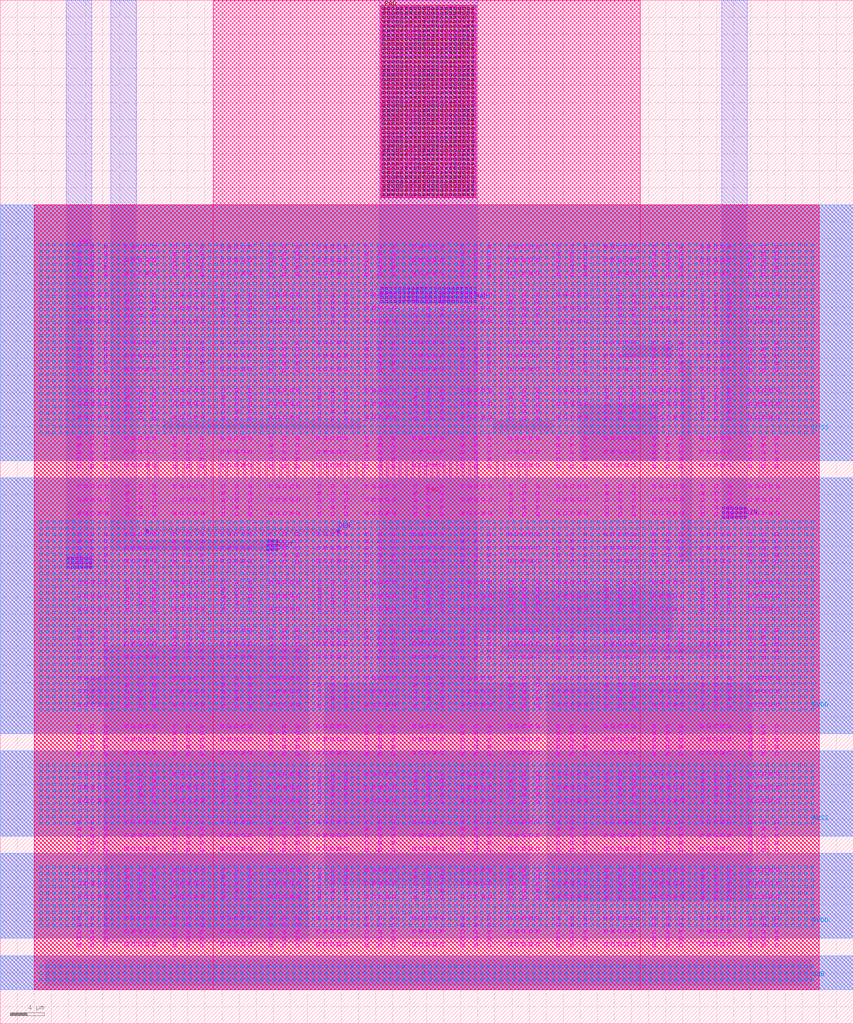
<source format=lef>
VERSION 5.7 ;
BUSBITCHARS "[]" ;
DIVIDERCHAR "/" ;

MACRO Pulldown_pol_IO
  CLASS BLOCK ;
  ORIGIN 0 0 ;
  FOREIGN Pulldown_pol_IO 0 0 ;
  SIZE 100 BY 120 ;
  SYMMETRY X Y R90 ;
  PIN PAD
    DIRECTION INPUT ;
    USE SIGNAL ;
    PORT
      LAYER V2 ;
        RECT 44.625 86.095 44.885 86.355 ;
        RECT 44.625 85.575 44.885 85.835 ;
        RECT 44.625 85.055 44.885 85.315 ;
        RECT 44.625 84.535 44.885 84.795 ;
        RECT 45.145 86.095 45.405 86.355 ;
        RECT 45.145 85.575 45.405 85.835 ;
        RECT 45.145 85.055 45.405 85.315 ;
        RECT 45.145 84.535 45.405 84.795 ;
        RECT 45.665 86.095 45.925 86.355 ;
        RECT 45.665 85.575 45.925 85.835 ;
        RECT 45.665 85.055 45.925 85.315 ;
        RECT 45.665 84.535 45.925 84.795 ;
        RECT 46.185 86.095 46.445 86.355 ;
        RECT 46.185 85.575 46.445 85.835 ;
        RECT 46.185 85.055 46.445 85.315 ;
        RECT 46.185 84.535 46.445 84.795 ;
        RECT 46.705 86.095 46.965 86.355 ;
        RECT 46.705 85.575 46.965 85.835 ;
        RECT 46.705 85.055 46.965 85.315 ;
        RECT 46.705 84.535 46.965 84.795 ;
        RECT 47.225 86.095 47.485 86.355 ;
        RECT 47.225 85.575 47.485 85.835 ;
        RECT 47.225 85.055 47.485 85.315 ;
        RECT 47.225 84.535 47.485 84.795 ;
        RECT 47.745 86.095 48.005 86.355 ;
        RECT 47.745 85.575 48.005 85.835 ;
        RECT 47.745 85.055 48.005 85.315 ;
        RECT 47.745 84.535 48.005 84.795 ;
        RECT 48.265 86.095 48.525 86.355 ;
        RECT 48.265 85.575 48.525 85.835 ;
        RECT 48.265 85.055 48.525 85.315 ;
        RECT 48.265 84.535 48.525 84.795 ;
        RECT 48.785 86.095 49.045 86.355 ;
        RECT 48.785 85.575 49.045 85.835 ;
        RECT 48.785 85.055 49.045 85.315 ;
        RECT 48.785 84.535 49.045 84.795 ;
        RECT 49.305 86.095 49.565 86.355 ;
        RECT 49.305 85.575 49.565 85.835 ;
        RECT 49.305 85.055 49.565 85.315 ;
        RECT 49.305 84.535 49.565 84.795 ;
        RECT 49.825 86.095 50.085 86.355 ;
        RECT 49.825 85.575 50.085 85.835 ;
        RECT 49.825 85.055 50.085 85.315 ;
        RECT 49.825 84.535 50.085 84.795 ;
        RECT 50.345 86.095 50.605 86.355 ;
        RECT 50.345 85.575 50.605 85.835 ;
        RECT 50.345 85.055 50.605 85.315 ;
        RECT 50.345 84.535 50.605 84.795 ;
        RECT 50.865 86.095 51.125 86.355 ;
        RECT 50.865 85.575 51.125 85.835 ;
        RECT 50.865 85.055 51.125 85.315 ;
        RECT 50.865 84.535 51.125 84.795 ;
        RECT 51.385 86.095 51.645 86.355 ;
        RECT 51.385 85.575 51.645 85.835 ;
        RECT 51.385 85.055 51.645 85.315 ;
        RECT 51.385 84.535 51.645 84.795 ;
        RECT 51.905 86.095 52.165 86.355 ;
        RECT 51.905 85.575 52.165 85.835 ;
        RECT 51.905 85.055 52.165 85.315 ;
        RECT 51.905 84.535 52.165 84.795 ;
        RECT 52.425 86.095 52.685 86.355 ;
        RECT 52.425 85.575 52.685 85.835 ;
        RECT 52.425 85.055 52.685 85.315 ;
        RECT 52.425 84.535 52.685 84.795 ;
        RECT 52.945 86.095 53.205 86.355 ;
        RECT 52.945 85.575 53.205 85.835 ;
        RECT 52.945 85.055 53.205 85.315 ;
        RECT 52.945 84.535 53.205 84.795 ;
        RECT 53.465 86.095 53.725 86.355 ;
        RECT 53.465 85.575 53.725 85.835 ;
        RECT 53.465 85.055 53.725 85.315 ;
        RECT 53.465 84.535 53.725 84.795 ;
        RECT 53.985 86.095 54.245 86.355 ;
        RECT 53.985 85.575 54.245 85.835 ;
        RECT 53.985 85.055 54.245 85.315 ;
        RECT 53.985 84.535 54.245 84.795 ;
        RECT 54.505 86.095 54.765 86.355 ;
        RECT 54.505 85.575 54.765 85.835 ;
        RECT 54.505 85.055 54.765 85.315 ;
        RECT 54.505 84.535 54.765 84.795 ;
        RECT 55.025 86.095 55.285 86.355 ;
        RECT 55.025 85.575 55.285 85.835 ;
        RECT 55.025 85.055 55.285 85.315 ;
        RECT 55.025 84.535 55.285 84.795 ;
        RECT 55.545 86.095 55.805 86.355 ;
        RECT 55.545 85.575 55.805 85.835 ;
        RECT 55.545 85.055 55.805 85.315 ;
        RECT 55.545 84.535 55.805 84.795 ;
      LAYER V3 ;
        RECT 55.27 97.05 55.53 97.31 ;
        RECT 55.27 97.57 55.53 97.83 ;
        RECT 55.27 98.09 55.53 98.35 ;
        RECT 55.27 98.61 55.53 98.87 ;
        RECT 55.27 99.13 55.53 99.39 ;
        RECT 55.27 99.65 55.53 99.91 ;
        RECT 55.27 100.17 55.53 100.43 ;
        RECT 55.27 100.69 55.53 100.95 ;
        RECT 55.27 101.21 55.53 101.47 ;
        RECT 55.27 101.73 55.53 101.99 ;
        RECT 55.27 102.25 55.53 102.51 ;
        RECT 55.27 102.77 55.53 103.03 ;
        RECT 55.27 103.29 55.53 103.55 ;
        RECT 55.27 103.81 55.53 104.07 ;
        RECT 55.27 104.33 55.53 104.59 ;
        RECT 55.27 104.85 55.53 105.11 ;
        RECT 55.27 105.37 55.53 105.63 ;
        RECT 55.27 105.89 55.53 106.15 ;
        RECT 55.27 106.41 55.53 106.67 ;
        RECT 55.27 106.93 55.53 107.19 ;
        RECT 55.27 107.45 55.53 107.71 ;
        RECT 55.27 107.97 55.53 108.23 ;
        RECT 55.27 108.49 55.53 108.75 ;
        RECT 55.27 109.01 55.53 109.27 ;
        RECT 55.27 109.53 55.53 109.79 ;
        RECT 55.27 110.05 55.53 110.31 ;
        RECT 55.27 110.57 55.53 110.83 ;
        RECT 55.27 111.09 55.53 111.35 ;
        RECT 55.27 111.61 55.53 111.87 ;
        RECT 55.27 112.13 55.53 112.39 ;
        RECT 55.27 112.65 55.53 112.91 ;
        RECT 55.27 113.17 55.53 113.43 ;
        RECT 55.27 113.69 55.53 113.95 ;
        RECT 55.27 114.21 55.53 114.47 ;
        RECT 55.27 114.73 55.53 114.99 ;
        RECT 55.27 115.25 55.53 115.51 ;
        RECT 55.27 115.77 55.53 116.03 ;
        RECT 55.27 116.29 55.53 116.55 ;
        RECT 55.27 116.81 55.53 117.07 ;
        RECT 55.27 117.33 55.53 117.59 ;
        RECT 55.27 117.85 55.53 118.11 ;
        RECT 55.27 118.37 55.53 118.63 ;
        RECT 55.27 118.89 55.53 119.15 ;
        RECT 54.75 97.05 55.01 97.31 ;
        RECT 54.75 97.57 55.01 97.83 ;
        RECT 54.75 98.09 55.01 98.35 ;
        RECT 54.75 98.61 55.01 98.87 ;
        RECT 54.75 99.13 55.01 99.39 ;
        RECT 54.75 99.65 55.01 99.91 ;
        RECT 54.75 100.17 55.01 100.43 ;
        RECT 54.75 100.69 55.01 100.95 ;
        RECT 54.75 101.21 55.01 101.47 ;
        RECT 54.75 101.73 55.01 101.99 ;
        RECT 54.75 102.25 55.01 102.51 ;
        RECT 54.75 102.77 55.01 103.03 ;
        RECT 54.75 103.29 55.01 103.55 ;
        RECT 54.75 103.81 55.01 104.07 ;
        RECT 54.75 104.33 55.01 104.59 ;
        RECT 54.75 104.85 55.01 105.11 ;
        RECT 54.75 105.37 55.01 105.63 ;
        RECT 54.75 105.89 55.01 106.15 ;
        RECT 54.75 106.41 55.01 106.67 ;
        RECT 54.75 106.93 55.01 107.19 ;
        RECT 54.75 107.45 55.01 107.71 ;
        RECT 54.75 107.97 55.01 108.23 ;
        RECT 54.75 108.49 55.01 108.75 ;
        RECT 54.75 109.01 55.01 109.27 ;
        RECT 54.75 109.53 55.01 109.79 ;
        RECT 54.75 110.05 55.01 110.31 ;
        RECT 54.75 110.57 55.01 110.83 ;
        RECT 54.75 111.09 55.01 111.35 ;
        RECT 54.75 111.61 55.01 111.87 ;
        RECT 54.75 112.13 55.01 112.39 ;
        RECT 54.75 112.65 55.01 112.91 ;
        RECT 54.75 113.17 55.01 113.43 ;
        RECT 54.75 113.69 55.01 113.95 ;
        RECT 54.75 114.21 55.01 114.47 ;
        RECT 54.75 114.73 55.01 114.99 ;
        RECT 54.75 115.25 55.01 115.51 ;
        RECT 54.75 115.77 55.01 116.03 ;
        RECT 54.75 116.29 55.01 116.55 ;
        RECT 54.75 116.81 55.01 117.07 ;
        RECT 54.75 117.33 55.01 117.59 ;
        RECT 54.75 117.85 55.01 118.11 ;
        RECT 54.75 118.37 55.01 118.63 ;
        RECT 54.75 118.89 55.01 119.15 ;
        RECT 54.23 97.05 54.49 97.31 ;
        RECT 54.23 97.57 54.49 97.83 ;
        RECT 54.23 98.09 54.49 98.35 ;
        RECT 54.23 98.61 54.49 98.87 ;
        RECT 54.23 99.13 54.49 99.39 ;
        RECT 54.23 99.65 54.49 99.91 ;
        RECT 54.23 100.17 54.49 100.43 ;
        RECT 54.23 100.69 54.49 100.95 ;
        RECT 54.23 101.21 54.49 101.47 ;
        RECT 54.23 101.73 54.49 101.99 ;
        RECT 54.23 102.25 54.49 102.51 ;
        RECT 54.23 102.77 54.49 103.03 ;
        RECT 54.23 103.29 54.49 103.55 ;
        RECT 54.23 103.81 54.49 104.07 ;
        RECT 54.23 104.33 54.49 104.59 ;
        RECT 54.23 104.85 54.49 105.11 ;
        RECT 54.23 105.37 54.49 105.63 ;
        RECT 54.23 105.89 54.49 106.15 ;
        RECT 54.23 106.41 54.49 106.67 ;
        RECT 54.23 106.93 54.49 107.19 ;
        RECT 54.23 107.45 54.49 107.71 ;
        RECT 54.23 107.97 54.49 108.23 ;
        RECT 54.23 108.49 54.49 108.75 ;
        RECT 54.23 109.01 54.49 109.27 ;
        RECT 54.23 109.53 54.49 109.79 ;
        RECT 54.23 110.05 54.49 110.31 ;
        RECT 54.23 110.57 54.49 110.83 ;
        RECT 54.23 111.09 54.49 111.35 ;
        RECT 54.23 111.61 54.49 111.87 ;
        RECT 54.23 112.13 54.49 112.39 ;
        RECT 54.23 112.65 54.49 112.91 ;
        RECT 54.23 113.17 54.49 113.43 ;
        RECT 54.23 113.69 54.49 113.95 ;
        RECT 54.23 114.21 54.49 114.47 ;
        RECT 54.23 114.73 54.49 114.99 ;
        RECT 54.23 115.25 54.49 115.51 ;
        RECT 54.23 115.77 54.49 116.03 ;
        RECT 54.23 116.29 54.49 116.55 ;
        RECT 54.23 116.81 54.49 117.07 ;
        RECT 54.23 117.33 54.49 117.59 ;
        RECT 54.23 117.85 54.49 118.11 ;
        RECT 54.23 118.37 54.49 118.63 ;
        RECT 54.23 118.89 54.49 119.15 ;
        RECT 53.71 97.05 53.97 97.31 ;
        RECT 53.71 97.57 53.97 97.83 ;
        RECT 53.71 98.09 53.97 98.35 ;
        RECT 53.71 98.61 53.97 98.87 ;
        RECT 53.71 99.13 53.97 99.39 ;
        RECT 53.71 99.65 53.97 99.91 ;
        RECT 53.71 100.17 53.97 100.43 ;
        RECT 53.71 100.69 53.97 100.95 ;
        RECT 53.71 101.21 53.97 101.47 ;
        RECT 53.71 101.73 53.97 101.99 ;
        RECT 53.71 102.25 53.97 102.51 ;
        RECT 53.71 102.77 53.97 103.03 ;
        RECT 53.71 103.29 53.97 103.55 ;
        RECT 53.71 103.81 53.97 104.07 ;
        RECT 53.71 104.33 53.97 104.59 ;
        RECT 53.71 104.85 53.97 105.11 ;
        RECT 53.71 105.37 53.97 105.63 ;
        RECT 53.71 105.89 53.97 106.15 ;
        RECT 53.71 106.41 53.97 106.67 ;
        RECT 53.71 106.93 53.97 107.19 ;
        RECT 53.71 107.45 53.97 107.71 ;
        RECT 53.71 107.97 53.97 108.23 ;
        RECT 53.71 108.49 53.97 108.75 ;
        RECT 53.71 109.01 53.97 109.27 ;
        RECT 53.71 109.53 53.97 109.79 ;
        RECT 53.71 110.05 53.97 110.31 ;
        RECT 53.71 110.57 53.97 110.83 ;
        RECT 53.71 111.09 53.97 111.35 ;
        RECT 53.71 111.61 53.97 111.87 ;
        RECT 53.71 112.13 53.97 112.39 ;
        RECT 53.71 112.65 53.97 112.91 ;
        RECT 53.71 113.17 53.97 113.43 ;
        RECT 53.71 113.69 53.97 113.95 ;
        RECT 53.71 114.21 53.97 114.47 ;
        RECT 53.71 114.73 53.97 114.99 ;
        RECT 53.71 115.25 53.97 115.51 ;
        RECT 53.71 115.77 53.97 116.03 ;
        RECT 53.71 116.29 53.97 116.55 ;
        RECT 53.71 116.81 53.97 117.07 ;
        RECT 53.71 117.33 53.97 117.59 ;
        RECT 53.71 117.85 53.97 118.11 ;
        RECT 53.71 118.37 53.97 118.63 ;
        RECT 53.71 118.89 53.97 119.15 ;
        RECT 53.19 97.05 53.45 97.31 ;
        RECT 53.19 97.57 53.45 97.83 ;
        RECT 53.19 98.09 53.45 98.35 ;
        RECT 53.19 98.61 53.45 98.87 ;
        RECT 53.19 99.13 53.45 99.39 ;
        RECT 53.19 99.65 53.45 99.91 ;
        RECT 53.19 100.17 53.45 100.43 ;
        RECT 53.19 100.69 53.45 100.95 ;
        RECT 53.19 101.21 53.45 101.47 ;
        RECT 53.19 101.73 53.45 101.99 ;
        RECT 53.19 102.25 53.45 102.51 ;
        RECT 53.19 102.77 53.45 103.03 ;
        RECT 53.19 103.29 53.45 103.55 ;
        RECT 53.19 103.81 53.45 104.07 ;
        RECT 53.19 104.33 53.45 104.59 ;
        RECT 53.19 104.85 53.45 105.11 ;
        RECT 53.19 105.37 53.45 105.63 ;
        RECT 53.19 105.89 53.45 106.15 ;
        RECT 53.19 106.41 53.45 106.67 ;
        RECT 53.19 106.93 53.45 107.19 ;
        RECT 53.19 107.45 53.45 107.71 ;
        RECT 53.19 107.97 53.45 108.23 ;
        RECT 53.19 108.49 53.45 108.75 ;
        RECT 53.19 109.01 53.45 109.27 ;
        RECT 53.19 109.53 53.45 109.79 ;
        RECT 53.19 110.05 53.45 110.31 ;
        RECT 53.19 110.57 53.45 110.83 ;
        RECT 53.19 111.09 53.45 111.35 ;
        RECT 53.19 111.61 53.45 111.87 ;
        RECT 53.19 112.13 53.45 112.39 ;
        RECT 53.19 112.65 53.45 112.91 ;
        RECT 53.19 113.17 53.45 113.43 ;
        RECT 53.19 113.69 53.45 113.95 ;
        RECT 53.19 114.21 53.45 114.47 ;
        RECT 53.19 114.73 53.45 114.99 ;
        RECT 53.19 115.25 53.45 115.51 ;
        RECT 53.19 115.77 53.45 116.03 ;
        RECT 53.19 116.29 53.45 116.55 ;
        RECT 53.19 116.81 53.45 117.07 ;
        RECT 53.19 117.33 53.45 117.59 ;
        RECT 53.19 117.85 53.45 118.11 ;
        RECT 53.19 118.37 53.45 118.63 ;
        RECT 53.19 118.89 53.45 119.15 ;
        RECT 52.67 97.05 52.93 97.31 ;
        RECT 52.67 97.57 52.93 97.83 ;
        RECT 52.67 98.09 52.93 98.35 ;
        RECT 52.67 98.61 52.93 98.87 ;
        RECT 52.67 99.13 52.93 99.39 ;
        RECT 52.67 99.65 52.93 99.91 ;
        RECT 52.67 100.17 52.93 100.43 ;
        RECT 52.67 100.69 52.93 100.95 ;
        RECT 52.67 101.21 52.93 101.47 ;
        RECT 52.67 101.73 52.93 101.99 ;
        RECT 52.67 102.25 52.93 102.51 ;
        RECT 52.67 102.77 52.93 103.03 ;
        RECT 52.67 103.29 52.93 103.55 ;
        RECT 52.67 103.81 52.93 104.07 ;
        RECT 52.67 104.33 52.93 104.59 ;
        RECT 52.67 104.85 52.93 105.11 ;
        RECT 52.67 105.37 52.93 105.63 ;
        RECT 52.67 105.89 52.93 106.15 ;
        RECT 52.67 106.41 52.93 106.67 ;
        RECT 52.67 106.93 52.93 107.19 ;
        RECT 52.67 107.45 52.93 107.71 ;
        RECT 52.67 107.97 52.93 108.23 ;
        RECT 52.67 108.49 52.93 108.75 ;
        RECT 52.67 109.01 52.93 109.27 ;
        RECT 52.67 109.53 52.93 109.79 ;
        RECT 52.67 110.05 52.93 110.31 ;
        RECT 52.67 110.57 52.93 110.83 ;
        RECT 52.67 111.09 52.93 111.35 ;
        RECT 52.67 111.61 52.93 111.87 ;
        RECT 52.67 112.13 52.93 112.39 ;
        RECT 52.67 112.65 52.93 112.91 ;
        RECT 52.67 113.17 52.93 113.43 ;
        RECT 52.67 113.69 52.93 113.95 ;
        RECT 52.67 114.21 52.93 114.47 ;
        RECT 52.67 114.73 52.93 114.99 ;
        RECT 52.67 115.25 52.93 115.51 ;
        RECT 52.67 115.77 52.93 116.03 ;
        RECT 52.67 116.29 52.93 116.55 ;
        RECT 52.67 116.81 52.93 117.07 ;
        RECT 52.67 117.33 52.93 117.59 ;
        RECT 52.67 117.85 52.93 118.11 ;
        RECT 52.67 118.37 52.93 118.63 ;
        RECT 52.67 118.89 52.93 119.15 ;
        RECT 52.15 97.05 52.41 97.31 ;
        RECT 52.15 97.57 52.41 97.83 ;
        RECT 52.15 98.09 52.41 98.35 ;
        RECT 52.15 98.61 52.41 98.87 ;
        RECT 52.15 99.13 52.41 99.39 ;
        RECT 52.15 99.65 52.41 99.91 ;
        RECT 52.15 100.17 52.41 100.43 ;
        RECT 52.15 100.69 52.41 100.95 ;
        RECT 52.15 101.21 52.41 101.47 ;
        RECT 52.15 101.73 52.41 101.99 ;
        RECT 52.15 102.25 52.41 102.51 ;
        RECT 52.15 102.77 52.41 103.03 ;
        RECT 52.15 103.29 52.41 103.55 ;
        RECT 52.15 103.81 52.41 104.07 ;
        RECT 52.15 104.33 52.41 104.59 ;
        RECT 52.15 104.85 52.41 105.11 ;
        RECT 52.15 105.37 52.41 105.63 ;
        RECT 52.15 105.89 52.41 106.15 ;
        RECT 52.15 106.41 52.41 106.67 ;
        RECT 52.15 106.93 52.41 107.19 ;
        RECT 52.15 107.45 52.41 107.71 ;
        RECT 52.15 107.97 52.41 108.23 ;
        RECT 52.15 108.49 52.41 108.75 ;
        RECT 52.15 109.01 52.41 109.27 ;
        RECT 52.15 109.53 52.41 109.79 ;
        RECT 52.15 110.05 52.41 110.31 ;
        RECT 52.15 110.57 52.41 110.83 ;
        RECT 52.15 111.09 52.41 111.35 ;
        RECT 52.15 111.61 52.41 111.87 ;
        RECT 52.15 112.13 52.41 112.39 ;
        RECT 52.15 112.65 52.41 112.91 ;
        RECT 52.15 113.17 52.41 113.43 ;
        RECT 52.15 113.69 52.41 113.95 ;
        RECT 52.15 114.21 52.41 114.47 ;
        RECT 52.15 114.73 52.41 114.99 ;
        RECT 52.15 115.25 52.41 115.51 ;
        RECT 52.15 115.77 52.41 116.03 ;
        RECT 52.15 116.29 52.41 116.55 ;
        RECT 52.15 116.81 52.41 117.07 ;
        RECT 52.15 117.33 52.41 117.59 ;
        RECT 52.15 117.85 52.41 118.11 ;
        RECT 52.15 118.37 52.41 118.63 ;
        RECT 52.15 118.89 52.41 119.15 ;
        RECT 51.63 97.05 51.89 97.31 ;
        RECT 51.63 97.57 51.89 97.83 ;
        RECT 51.63 98.09 51.89 98.35 ;
        RECT 51.63 98.61 51.89 98.87 ;
        RECT 51.63 99.13 51.89 99.39 ;
        RECT 51.63 99.65 51.89 99.91 ;
        RECT 51.63 100.17 51.89 100.43 ;
        RECT 51.63 100.69 51.89 100.95 ;
        RECT 51.63 101.21 51.89 101.47 ;
        RECT 51.63 101.73 51.89 101.99 ;
        RECT 51.63 102.25 51.89 102.51 ;
        RECT 51.63 102.77 51.89 103.03 ;
        RECT 51.63 103.29 51.89 103.55 ;
        RECT 51.63 103.81 51.89 104.07 ;
        RECT 51.63 104.33 51.89 104.59 ;
        RECT 51.63 104.85 51.89 105.11 ;
        RECT 51.63 105.37 51.89 105.63 ;
        RECT 51.63 105.89 51.89 106.15 ;
        RECT 51.63 106.41 51.89 106.67 ;
        RECT 51.63 106.93 51.89 107.19 ;
        RECT 51.63 107.45 51.89 107.71 ;
        RECT 51.63 107.97 51.89 108.23 ;
        RECT 51.63 108.49 51.89 108.75 ;
        RECT 51.63 109.01 51.89 109.27 ;
        RECT 51.63 109.53 51.89 109.79 ;
        RECT 51.63 110.05 51.89 110.31 ;
        RECT 51.63 110.57 51.89 110.83 ;
        RECT 51.63 111.09 51.89 111.35 ;
        RECT 51.63 111.61 51.89 111.87 ;
        RECT 51.63 112.13 51.89 112.39 ;
        RECT 51.63 112.65 51.89 112.91 ;
        RECT 51.63 113.17 51.89 113.43 ;
        RECT 51.63 113.69 51.89 113.95 ;
        RECT 51.63 114.21 51.89 114.47 ;
        RECT 51.63 114.73 51.89 114.99 ;
        RECT 51.63 115.25 51.89 115.51 ;
        RECT 51.63 115.77 51.89 116.03 ;
        RECT 51.63 116.29 51.89 116.55 ;
        RECT 51.63 116.81 51.89 117.07 ;
        RECT 51.63 117.33 51.89 117.59 ;
        RECT 51.63 117.85 51.89 118.11 ;
        RECT 51.63 118.37 51.89 118.63 ;
        RECT 51.63 118.89 51.89 119.15 ;
        RECT 51.11 97.05 51.37 97.31 ;
        RECT 51.11 97.57 51.37 97.83 ;
        RECT 51.11 98.09 51.37 98.35 ;
        RECT 51.11 98.61 51.37 98.87 ;
        RECT 51.11 99.13 51.37 99.39 ;
        RECT 51.11 99.65 51.37 99.91 ;
        RECT 51.11 100.17 51.37 100.43 ;
        RECT 51.11 100.69 51.37 100.95 ;
        RECT 51.11 101.21 51.37 101.47 ;
        RECT 51.11 101.73 51.37 101.99 ;
        RECT 51.11 102.25 51.37 102.51 ;
        RECT 51.11 102.77 51.37 103.03 ;
        RECT 51.11 103.29 51.37 103.55 ;
        RECT 51.11 103.81 51.37 104.07 ;
        RECT 51.11 104.33 51.37 104.59 ;
        RECT 51.11 104.85 51.37 105.11 ;
        RECT 51.11 105.37 51.37 105.63 ;
        RECT 51.11 105.89 51.37 106.15 ;
        RECT 51.11 106.41 51.37 106.67 ;
        RECT 51.11 106.93 51.37 107.19 ;
        RECT 51.11 107.45 51.37 107.71 ;
        RECT 51.11 107.97 51.37 108.23 ;
        RECT 51.11 108.49 51.37 108.75 ;
        RECT 51.11 109.01 51.37 109.27 ;
        RECT 51.11 109.53 51.37 109.79 ;
        RECT 51.11 110.05 51.37 110.31 ;
        RECT 51.11 110.57 51.37 110.83 ;
        RECT 51.11 111.09 51.37 111.35 ;
        RECT 51.11 111.61 51.37 111.87 ;
        RECT 51.11 112.13 51.37 112.39 ;
        RECT 51.11 112.65 51.37 112.91 ;
        RECT 51.11 113.17 51.37 113.43 ;
        RECT 51.11 113.69 51.37 113.95 ;
        RECT 51.11 114.21 51.37 114.47 ;
        RECT 51.11 114.73 51.37 114.99 ;
        RECT 51.11 115.25 51.37 115.51 ;
        RECT 51.11 115.77 51.37 116.03 ;
        RECT 51.11 116.29 51.37 116.55 ;
        RECT 51.11 116.81 51.37 117.07 ;
        RECT 51.11 117.33 51.37 117.59 ;
        RECT 51.11 117.85 51.37 118.11 ;
        RECT 51.11 118.37 51.37 118.63 ;
        RECT 51.11 118.89 51.37 119.15 ;
        RECT 50.59 97.05 50.85 97.31 ;
        RECT 50.59 97.57 50.85 97.83 ;
        RECT 50.59 98.09 50.85 98.35 ;
        RECT 50.59 98.61 50.85 98.87 ;
        RECT 50.59 99.13 50.85 99.39 ;
        RECT 50.59 99.65 50.85 99.91 ;
        RECT 50.59 100.17 50.85 100.43 ;
        RECT 50.59 100.69 50.85 100.95 ;
        RECT 50.59 101.21 50.85 101.47 ;
        RECT 50.59 101.73 50.85 101.99 ;
        RECT 50.59 102.25 50.85 102.51 ;
        RECT 50.59 102.77 50.85 103.03 ;
        RECT 50.59 103.29 50.85 103.55 ;
        RECT 50.59 103.81 50.85 104.07 ;
        RECT 50.59 104.33 50.85 104.59 ;
        RECT 50.59 104.85 50.85 105.11 ;
        RECT 50.59 105.37 50.85 105.63 ;
        RECT 50.59 105.89 50.85 106.15 ;
        RECT 50.59 106.41 50.85 106.67 ;
        RECT 50.59 106.93 50.85 107.19 ;
        RECT 50.59 107.45 50.85 107.71 ;
        RECT 50.59 107.97 50.85 108.23 ;
        RECT 50.59 108.49 50.85 108.75 ;
        RECT 50.59 109.01 50.85 109.27 ;
        RECT 50.59 109.53 50.85 109.79 ;
        RECT 50.59 110.05 50.85 110.31 ;
        RECT 50.59 110.57 50.85 110.83 ;
        RECT 50.59 111.09 50.85 111.35 ;
        RECT 50.59 111.61 50.85 111.87 ;
        RECT 50.59 112.13 50.85 112.39 ;
        RECT 50.59 112.65 50.85 112.91 ;
        RECT 50.59 113.17 50.85 113.43 ;
        RECT 50.59 113.69 50.85 113.95 ;
        RECT 50.59 114.21 50.85 114.47 ;
        RECT 50.59 114.73 50.85 114.99 ;
        RECT 50.59 115.25 50.85 115.51 ;
        RECT 50.59 115.77 50.85 116.03 ;
        RECT 50.59 116.29 50.85 116.55 ;
        RECT 50.59 116.81 50.85 117.07 ;
        RECT 50.59 117.33 50.85 117.59 ;
        RECT 50.59 117.85 50.85 118.11 ;
        RECT 50.59 118.37 50.85 118.63 ;
        RECT 50.59 118.89 50.85 119.15 ;
        RECT 50.07 97.05 50.33 97.31 ;
        RECT 50.07 97.57 50.33 97.83 ;
        RECT 50.07 98.09 50.33 98.35 ;
        RECT 50.07 98.61 50.33 98.87 ;
        RECT 50.07 99.13 50.33 99.39 ;
        RECT 50.07 99.65 50.33 99.91 ;
        RECT 50.07 100.17 50.33 100.43 ;
        RECT 50.07 100.69 50.33 100.95 ;
        RECT 50.07 101.21 50.33 101.47 ;
        RECT 50.07 101.73 50.33 101.99 ;
        RECT 50.07 102.25 50.33 102.51 ;
        RECT 50.07 102.77 50.33 103.03 ;
        RECT 50.07 103.29 50.33 103.55 ;
        RECT 50.07 103.81 50.33 104.07 ;
        RECT 50.07 104.33 50.33 104.59 ;
        RECT 50.07 104.85 50.33 105.11 ;
        RECT 50.07 105.37 50.33 105.63 ;
        RECT 50.07 105.89 50.33 106.15 ;
        RECT 50.07 106.41 50.33 106.67 ;
        RECT 50.07 106.93 50.33 107.19 ;
        RECT 50.07 107.45 50.33 107.71 ;
        RECT 50.07 107.97 50.33 108.23 ;
        RECT 50.07 108.49 50.33 108.75 ;
        RECT 50.07 109.01 50.33 109.27 ;
        RECT 50.07 109.53 50.33 109.79 ;
        RECT 50.07 110.05 50.33 110.31 ;
        RECT 50.07 110.57 50.33 110.83 ;
        RECT 50.07 111.09 50.33 111.35 ;
        RECT 50.07 111.61 50.33 111.87 ;
        RECT 50.07 112.13 50.33 112.39 ;
        RECT 50.07 112.65 50.33 112.91 ;
        RECT 50.07 113.17 50.33 113.43 ;
        RECT 50.07 113.69 50.33 113.95 ;
        RECT 50.07 114.21 50.33 114.47 ;
        RECT 50.07 114.73 50.33 114.99 ;
        RECT 50.07 115.25 50.33 115.51 ;
        RECT 50.07 115.77 50.33 116.03 ;
        RECT 50.07 116.29 50.33 116.55 ;
        RECT 50.07 116.81 50.33 117.07 ;
        RECT 50.07 117.33 50.33 117.59 ;
        RECT 50.07 117.85 50.33 118.11 ;
        RECT 50.07 118.37 50.33 118.63 ;
        RECT 50.07 118.89 50.33 119.15 ;
        RECT 49.55 97.05 49.81 97.31 ;
        RECT 49.55 97.57 49.81 97.83 ;
        RECT 49.55 98.09 49.81 98.35 ;
        RECT 49.55 98.61 49.81 98.87 ;
        RECT 49.55 99.13 49.81 99.39 ;
        RECT 49.55 99.65 49.81 99.91 ;
        RECT 49.55 100.17 49.81 100.43 ;
        RECT 49.55 100.69 49.81 100.95 ;
        RECT 49.55 101.21 49.81 101.47 ;
        RECT 49.55 101.73 49.81 101.99 ;
        RECT 49.55 102.25 49.81 102.51 ;
        RECT 49.55 102.77 49.81 103.03 ;
        RECT 49.55 103.29 49.81 103.55 ;
        RECT 49.55 103.81 49.81 104.07 ;
        RECT 49.55 104.33 49.81 104.59 ;
        RECT 49.55 104.85 49.81 105.11 ;
        RECT 49.55 105.37 49.81 105.63 ;
        RECT 49.55 105.89 49.81 106.15 ;
        RECT 49.55 106.41 49.81 106.67 ;
        RECT 49.55 106.93 49.81 107.19 ;
        RECT 49.55 107.45 49.81 107.71 ;
        RECT 49.55 107.97 49.81 108.23 ;
        RECT 49.55 108.49 49.81 108.75 ;
        RECT 49.55 109.01 49.81 109.27 ;
        RECT 49.55 109.53 49.81 109.79 ;
        RECT 49.55 110.05 49.81 110.31 ;
        RECT 49.55 110.57 49.81 110.83 ;
        RECT 49.55 111.09 49.81 111.35 ;
        RECT 49.55 111.61 49.81 111.87 ;
        RECT 49.55 112.13 49.81 112.39 ;
        RECT 49.55 112.65 49.81 112.91 ;
        RECT 49.55 113.17 49.81 113.43 ;
        RECT 49.55 113.69 49.81 113.95 ;
        RECT 49.55 114.21 49.81 114.47 ;
        RECT 49.55 114.73 49.81 114.99 ;
        RECT 49.55 115.25 49.81 115.51 ;
        RECT 49.55 115.77 49.81 116.03 ;
        RECT 49.55 116.29 49.81 116.55 ;
        RECT 49.55 116.81 49.81 117.07 ;
        RECT 49.55 117.33 49.81 117.59 ;
        RECT 49.55 117.85 49.81 118.11 ;
        RECT 49.55 118.37 49.81 118.63 ;
        RECT 49.55 118.89 49.81 119.15 ;
        RECT 49.03 97.05 49.29 97.31 ;
        RECT 49.03 97.57 49.29 97.83 ;
        RECT 49.03 98.09 49.29 98.35 ;
        RECT 49.03 98.61 49.29 98.87 ;
        RECT 49.03 99.13 49.29 99.39 ;
        RECT 49.03 99.65 49.29 99.91 ;
        RECT 49.03 100.17 49.29 100.43 ;
        RECT 49.03 100.69 49.29 100.95 ;
        RECT 49.03 101.21 49.29 101.47 ;
        RECT 49.03 101.73 49.29 101.99 ;
        RECT 49.03 102.25 49.29 102.51 ;
        RECT 49.03 102.77 49.29 103.03 ;
        RECT 49.03 103.29 49.29 103.55 ;
        RECT 49.03 103.81 49.29 104.07 ;
        RECT 49.03 104.33 49.29 104.59 ;
        RECT 49.03 104.85 49.29 105.11 ;
        RECT 49.03 105.37 49.29 105.63 ;
        RECT 49.03 105.89 49.29 106.15 ;
        RECT 49.03 106.41 49.29 106.67 ;
        RECT 49.03 106.93 49.29 107.19 ;
        RECT 49.03 107.45 49.29 107.71 ;
        RECT 49.03 107.97 49.29 108.23 ;
        RECT 49.03 108.49 49.29 108.75 ;
        RECT 49.03 109.01 49.29 109.27 ;
        RECT 49.03 109.53 49.29 109.79 ;
        RECT 49.03 110.05 49.29 110.31 ;
        RECT 49.03 110.57 49.29 110.83 ;
        RECT 49.03 111.09 49.29 111.35 ;
        RECT 49.03 111.61 49.29 111.87 ;
        RECT 49.03 112.13 49.29 112.39 ;
        RECT 49.03 112.65 49.29 112.91 ;
        RECT 49.03 113.17 49.29 113.43 ;
        RECT 49.03 113.69 49.29 113.95 ;
        RECT 49.03 114.21 49.29 114.47 ;
        RECT 49.03 114.73 49.29 114.99 ;
        RECT 49.03 115.25 49.29 115.51 ;
        RECT 49.03 115.77 49.29 116.03 ;
        RECT 49.03 116.29 49.29 116.55 ;
        RECT 49.03 116.81 49.29 117.07 ;
        RECT 49.03 117.33 49.29 117.59 ;
        RECT 49.03 117.85 49.29 118.11 ;
        RECT 49.03 118.37 49.29 118.63 ;
        RECT 49.03 118.89 49.29 119.15 ;
        RECT 48.51 97.05 48.77 97.31 ;
        RECT 48.51 97.57 48.77 97.83 ;
        RECT 48.51 98.09 48.77 98.35 ;
        RECT 48.51 98.61 48.77 98.87 ;
        RECT 48.51 99.13 48.77 99.39 ;
        RECT 48.51 99.65 48.77 99.91 ;
        RECT 48.51 100.17 48.77 100.43 ;
        RECT 48.51 100.69 48.77 100.95 ;
        RECT 48.51 101.21 48.77 101.47 ;
        RECT 48.51 101.73 48.77 101.99 ;
        RECT 48.51 102.25 48.77 102.51 ;
        RECT 48.51 102.77 48.77 103.03 ;
        RECT 48.51 103.29 48.77 103.55 ;
        RECT 48.51 103.81 48.77 104.07 ;
        RECT 48.51 104.33 48.77 104.59 ;
        RECT 48.51 104.85 48.77 105.11 ;
        RECT 48.51 105.37 48.77 105.63 ;
        RECT 48.51 105.89 48.77 106.15 ;
        RECT 48.51 106.41 48.77 106.67 ;
        RECT 48.51 106.93 48.77 107.19 ;
        RECT 48.51 107.45 48.77 107.71 ;
        RECT 48.51 107.97 48.77 108.23 ;
        RECT 48.51 108.49 48.77 108.75 ;
        RECT 48.51 109.01 48.77 109.27 ;
        RECT 48.51 109.53 48.77 109.79 ;
        RECT 48.51 110.05 48.77 110.31 ;
        RECT 48.51 110.57 48.77 110.83 ;
        RECT 48.51 111.09 48.77 111.35 ;
        RECT 48.51 111.61 48.77 111.87 ;
        RECT 48.51 112.13 48.77 112.39 ;
        RECT 48.51 112.65 48.77 112.91 ;
        RECT 48.51 113.17 48.77 113.43 ;
        RECT 48.51 113.69 48.77 113.95 ;
        RECT 48.51 114.21 48.77 114.47 ;
        RECT 48.51 114.73 48.77 114.99 ;
        RECT 48.51 115.25 48.77 115.51 ;
        RECT 48.51 115.77 48.77 116.03 ;
        RECT 48.51 116.29 48.77 116.55 ;
        RECT 48.51 116.81 48.77 117.07 ;
        RECT 48.51 117.33 48.77 117.59 ;
        RECT 48.51 117.85 48.77 118.11 ;
        RECT 48.51 118.37 48.77 118.63 ;
        RECT 48.51 118.89 48.77 119.15 ;
        RECT 47.99 97.05 48.25 97.31 ;
        RECT 47.99 97.57 48.25 97.83 ;
        RECT 47.99 98.09 48.25 98.35 ;
        RECT 47.99 98.61 48.25 98.87 ;
        RECT 47.99 99.13 48.25 99.39 ;
        RECT 47.99 99.65 48.25 99.91 ;
        RECT 47.99 100.17 48.25 100.43 ;
        RECT 47.99 100.69 48.25 100.95 ;
        RECT 47.99 101.21 48.25 101.47 ;
        RECT 47.99 101.73 48.25 101.99 ;
        RECT 47.99 102.25 48.25 102.51 ;
        RECT 47.99 102.77 48.25 103.03 ;
        RECT 47.99 103.29 48.25 103.55 ;
        RECT 47.99 103.81 48.25 104.07 ;
        RECT 47.99 104.33 48.25 104.59 ;
        RECT 47.99 104.85 48.25 105.11 ;
        RECT 47.99 105.37 48.25 105.63 ;
        RECT 47.99 105.89 48.25 106.15 ;
        RECT 47.99 106.41 48.25 106.67 ;
        RECT 47.99 106.93 48.25 107.19 ;
        RECT 47.99 107.45 48.25 107.71 ;
        RECT 47.99 107.97 48.25 108.23 ;
        RECT 47.99 108.49 48.25 108.75 ;
        RECT 47.99 109.01 48.25 109.27 ;
        RECT 47.99 109.53 48.25 109.79 ;
        RECT 47.99 110.05 48.25 110.31 ;
        RECT 47.99 110.57 48.25 110.83 ;
        RECT 47.99 111.09 48.25 111.35 ;
        RECT 47.99 111.61 48.25 111.87 ;
        RECT 47.99 112.13 48.25 112.39 ;
        RECT 47.99 112.65 48.25 112.91 ;
        RECT 47.99 113.17 48.25 113.43 ;
        RECT 47.99 113.69 48.25 113.95 ;
        RECT 47.99 114.21 48.25 114.47 ;
        RECT 47.99 114.73 48.25 114.99 ;
        RECT 47.99 115.25 48.25 115.51 ;
        RECT 47.99 115.77 48.25 116.03 ;
        RECT 47.99 116.29 48.25 116.55 ;
        RECT 47.99 116.81 48.25 117.07 ;
        RECT 47.99 117.33 48.25 117.59 ;
        RECT 47.99 117.85 48.25 118.11 ;
        RECT 47.99 118.37 48.25 118.63 ;
        RECT 47.99 118.89 48.25 119.15 ;
        RECT 47.47 97.05 47.73 97.31 ;
        RECT 47.47 97.57 47.73 97.83 ;
        RECT 47.47 98.09 47.73 98.35 ;
        RECT 47.47 98.61 47.73 98.87 ;
        RECT 47.47 99.13 47.73 99.39 ;
        RECT 47.47 99.65 47.73 99.91 ;
        RECT 47.47 100.17 47.73 100.43 ;
        RECT 47.47 100.69 47.73 100.95 ;
        RECT 47.47 101.21 47.73 101.47 ;
        RECT 47.47 101.73 47.73 101.99 ;
        RECT 47.47 102.25 47.73 102.51 ;
        RECT 47.47 102.77 47.73 103.03 ;
        RECT 47.47 103.29 47.73 103.55 ;
        RECT 47.47 103.81 47.73 104.07 ;
        RECT 47.47 104.33 47.73 104.59 ;
        RECT 47.47 104.85 47.73 105.11 ;
        RECT 47.47 105.37 47.73 105.63 ;
        RECT 47.47 105.89 47.73 106.15 ;
        RECT 47.47 106.41 47.73 106.67 ;
        RECT 47.47 106.93 47.73 107.19 ;
        RECT 47.47 107.45 47.73 107.71 ;
        RECT 47.47 107.97 47.73 108.23 ;
        RECT 47.47 108.49 47.73 108.75 ;
        RECT 47.47 109.01 47.73 109.27 ;
        RECT 47.47 109.53 47.73 109.79 ;
        RECT 47.47 110.05 47.73 110.31 ;
        RECT 47.47 110.57 47.73 110.83 ;
        RECT 47.47 111.09 47.73 111.35 ;
        RECT 47.47 111.61 47.73 111.87 ;
        RECT 47.47 112.13 47.73 112.39 ;
        RECT 47.47 112.65 47.73 112.91 ;
        RECT 47.47 113.17 47.73 113.43 ;
        RECT 47.47 113.69 47.73 113.95 ;
        RECT 47.47 114.21 47.73 114.47 ;
        RECT 47.47 114.73 47.73 114.99 ;
        RECT 47.47 115.25 47.73 115.51 ;
        RECT 47.47 115.77 47.73 116.03 ;
        RECT 47.47 116.29 47.73 116.55 ;
        RECT 47.47 116.81 47.73 117.07 ;
        RECT 47.47 117.33 47.73 117.59 ;
        RECT 47.47 117.85 47.73 118.11 ;
        RECT 47.47 118.37 47.73 118.63 ;
        RECT 47.47 118.89 47.73 119.15 ;
        RECT 46.95 97.05 47.21 97.31 ;
        RECT 46.95 97.57 47.21 97.83 ;
        RECT 46.95 98.09 47.21 98.35 ;
        RECT 46.95 98.61 47.21 98.87 ;
        RECT 46.95 99.13 47.21 99.39 ;
        RECT 46.95 99.65 47.21 99.91 ;
        RECT 46.95 100.17 47.21 100.43 ;
        RECT 46.95 100.69 47.21 100.95 ;
        RECT 46.95 101.21 47.21 101.47 ;
        RECT 46.95 101.73 47.21 101.99 ;
        RECT 46.95 102.25 47.21 102.51 ;
        RECT 46.95 102.77 47.21 103.03 ;
        RECT 46.95 103.29 47.21 103.55 ;
        RECT 46.95 103.81 47.21 104.07 ;
        RECT 46.95 104.33 47.21 104.59 ;
        RECT 46.95 104.85 47.21 105.11 ;
        RECT 46.95 105.37 47.21 105.63 ;
        RECT 46.95 105.89 47.21 106.15 ;
        RECT 46.95 106.41 47.21 106.67 ;
        RECT 46.95 106.93 47.21 107.19 ;
        RECT 46.95 107.45 47.21 107.71 ;
        RECT 46.95 107.97 47.21 108.23 ;
        RECT 46.95 108.49 47.21 108.75 ;
        RECT 46.95 109.01 47.21 109.27 ;
        RECT 46.95 109.53 47.21 109.79 ;
        RECT 46.95 110.05 47.21 110.31 ;
        RECT 46.95 110.57 47.21 110.83 ;
        RECT 46.95 111.09 47.21 111.35 ;
        RECT 46.95 111.61 47.21 111.87 ;
        RECT 46.95 112.13 47.21 112.39 ;
        RECT 46.95 112.65 47.21 112.91 ;
        RECT 46.95 113.17 47.21 113.43 ;
        RECT 46.95 113.69 47.21 113.95 ;
        RECT 46.95 114.21 47.21 114.47 ;
        RECT 46.95 114.73 47.21 114.99 ;
        RECT 46.95 115.25 47.21 115.51 ;
        RECT 46.95 115.77 47.21 116.03 ;
        RECT 46.95 116.29 47.21 116.55 ;
        RECT 46.95 116.81 47.21 117.07 ;
        RECT 46.95 117.33 47.21 117.59 ;
        RECT 46.95 117.85 47.21 118.11 ;
        RECT 46.95 118.37 47.21 118.63 ;
        RECT 46.95 118.89 47.21 119.15 ;
        RECT 46.43 97.05 46.69 97.31 ;
        RECT 46.43 97.57 46.69 97.83 ;
        RECT 46.43 98.09 46.69 98.35 ;
        RECT 46.43 98.61 46.69 98.87 ;
        RECT 46.43 99.13 46.69 99.39 ;
        RECT 46.43 99.65 46.69 99.91 ;
        RECT 46.43 100.17 46.69 100.43 ;
        RECT 46.43 100.69 46.69 100.95 ;
        RECT 46.43 101.21 46.69 101.47 ;
        RECT 46.43 101.73 46.69 101.99 ;
        RECT 46.43 102.25 46.69 102.51 ;
        RECT 46.43 102.77 46.69 103.03 ;
        RECT 46.43 103.29 46.69 103.55 ;
        RECT 46.43 103.81 46.69 104.07 ;
        RECT 46.43 104.33 46.69 104.59 ;
        RECT 46.43 104.85 46.69 105.11 ;
        RECT 46.43 105.37 46.69 105.63 ;
        RECT 46.43 105.89 46.69 106.15 ;
        RECT 46.43 106.41 46.69 106.67 ;
        RECT 46.43 106.93 46.69 107.19 ;
        RECT 46.43 107.45 46.69 107.71 ;
        RECT 46.43 107.97 46.69 108.23 ;
        RECT 46.43 108.49 46.69 108.75 ;
        RECT 46.43 109.01 46.69 109.27 ;
        RECT 46.43 109.53 46.69 109.79 ;
        RECT 46.43 110.05 46.69 110.31 ;
        RECT 46.43 110.57 46.69 110.83 ;
        RECT 46.43 111.09 46.69 111.35 ;
        RECT 46.43 111.61 46.69 111.87 ;
        RECT 46.43 112.13 46.69 112.39 ;
        RECT 46.43 112.65 46.69 112.91 ;
        RECT 46.43 113.17 46.69 113.43 ;
        RECT 46.43 113.69 46.69 113.95 ;
        RECT 46.43 114.21 46.69 114.47 ;
        RECT 46.43 114.73 46.69 114.99 ;
        RECT 46.43 115.25 46.69 115.51 ;
        RECT 46.43 115.77 46.69 116.03 ;
        RECT 46.43 116.29 46.69 116.55 ;
        RECT 46.43 116.81 46.69 117.07 ;
        RECT 46.43 117.33 46.69 117.59 ;
        RECT 46.43 117.85 46.69 118.11 ;
        RECT 46.43 118.37 46.69 118.63 ;
        RECT 46.43 118.89 46.69 119.15 ;
        RECT 45.91 97.05 46.17 97.31 ;
        RECT 45.91 97.57 46.17 97.83 ;
        RECT 45.91 98.09 46.17 98.35 ;
        RECT 45.91 98.61 46.17 98.87 ;
        RECT 45.91 99.13 46.17 99.39 ;
        RECT 45.91 99.65 46.17 99.91 ;
        RECT 45.91 100.17 46.17 100.43 ;
        RECT 45.91 100.69 46.17 100.95 ;
        RECT 45.91 101.21 46.17 101.47 ;
        RECT 45.91 101.73 46.17 101.99 ;
        RECT 45.91 102.25 46.17 102.51 ;
        RECT 45.91 102.77 46.17 103.03 ;
        RECT 45.91 103.29 46.17 103.55 ;
        RECT 45.91 103.81 46.17 104.07 ;
        RECT 45.91 104.33 46.17 104.59 ;
        RECT 45.91 104.85 46.17 105.11 ;
        RECT 45.91 105.37 46.17 105.63 ;
        RECT 45.91 105.89 46.17 106.15 ;
        RECT 45.91 106.41 46.17 106.67 ;
        RECT 45.91 106.93 46.17 107.19 ;
        RECT 45.91 107.45 46.17 107.71 ;
        RECT 45.91 107.97 46.17 108.23 ;
        RECT 45.91 108.49 46.17 108.75 ;
        RECT 45.91 109.01 46.17 109.27 ;
        RECT 45.91 109.53 46.17 109.79 ;
        RECT 45.91 110.05 46.17 110.31 ;
        RECT 45.91 110.57 46.17 110.83 ;
        RECT 45.91 111.09 46.17 111.35 ;
        RECT 45.91 111.61 46.17 111.87 ;
        RECT 45.91 112.13 46.17 112.39 ;
        RECT 45.91 112.65 46.17 112.91 ;
        RECT 45.91 113.17 46.17 113.43 ;
        RECT 45.91 113.69 46.17 113.95 ;
        RECT 45.91 114.21 46.17 114.47 ;
        RECT 45.91 114.73 46.17 114.99 ;
        RECT 45.91 115.25 46.17 115.51 ;
        RECT 45.91 115.77 46.17 116.03 ;
        RECT 45.91 116.29 46.17 116.55 ;
        RECT 45.91 116.81 46.17 117.07 ;
        RECT 45.91 117.33 46.17 117.59 ;
        RECT 45.91 117.85 46.17 118.11 ;
        RECT 45.91 118.37 46.17 118.63 ;
        RECT 45.91 118.89 46.17 119.15 ;
        RECT 45.39 97.05 45.65 97.31 ;
        RECT 45.39 97.57 45.65 97.83 ;
        RECT 45.39 98.09 45.65 98.35 ;
        RECT 45.39 98.61 45.65 98.87 ;
        RECT 45.39 99.13 45.65 99.39 ;
        RECT 45.39 99.65 45.65 99.91 ;
        RECT 45.39 100.17 45.65 100.43 ;
        RECT 45.39 100.69 45.65 100.95 ;
        RECT 45.39 101.21 45.65 101.47 ;
        RECT 45.39 101.73 45.65 101.99 ;
        RECT 45.39 102.25 45.65 102.51 ;
        RECT 45.39 102.77 45.65 103.03 ;
        RECT 45.39 103.29 45.65 103.55 ;
        RECT 45.39 103.81 45.65 104.07 ;
        RECT 45.39 104.33 45.65 104.59 ;
        RECT 45.39 104.85 45.65 105.11 ;
        RECT 45.39 105.37 45.65 105.63 ;
        RECT 45.39 105.89 45.65 106.15 ;
        RECT 45.39 106.41 45.65 106.67 ;
        RECT 45.39 106.93 45.65 107.19 ;
        RECT 45.39 107.45 45.65 107.71 ;
        RECT 45.39 107.97 45.65 108.23 ;
        RECT 45.39 108.49 45.65 108.75 ;
        RECT 45.39 109.01 45.65 109.27 ;
        RECT 45.39 109.53 45.65 109.79 ;
        RECT 45.39 110.05 45.65 110.31 ;
        RECT 45.39 110.57 45.65 110.83 ;
        RECT 45.39 111.09 45.65 111.35 ;
        RECT 45.39 111.61 45.65 111.87 ;
        RECT 45.39 112.13 45.65 112.39 ;
        RECT 45.39 112.65 45.65 112.91 ;
        RECT 45.39 113.17 45.65 113.43 ;
        RECT 45.39 113.69 45.65 113.95 ;
        RECT 45.39 114.21 45.65 114.47 ;
        RECT 45.39 114.73 45.65 114.99 ;
        RECT 45.39 115.25 45.65 115.51 ;
        RECT 45.39 115.77 45.65 116.03 ;
        RECT 45.39 116.29 45.65 116.55 ;
        RECT 45.39 116.81 45.65 117.07 ;
        RECT 45.39 117.33 45.65 117.59 ;
        RECT 45.39 117.85 45.65 118.11 ;
        RECT 45.39 118.37 45.65 118.63 ;
        RECT 45.39 118.89 45.65 119.15 ;
        RECT 44.87 97.05 45.13 97.31 ;
        RECT 44.87 97.57 45.13 97.83 ;
        RECT 44.87 98.09 45.13 98.35 ;
        RECT 44.87 98.61 45.13 98.87 ;
        RECT 44.87 99.13 45.13 99.39 ;
        RECT 44.87 99.65 45.13 99.91 ;
        RECT 44.87 100.17 45.13 100.43 ;
        RECT 44.87 100.69 45.13 100.95 ;
        RECT 44.87 101.21 45.13 101.47 ;
        RECT 44.87 101.73 45.13 101.99 ;
        RECT 44.87 102.25 45.13 102.51 ;
        RECT 44.87 102.77 45.13 103.03 ;
        RECT 44.87 103.29 45.13 103.55 ;
        RECT 44.87 103.81 45.13 104.07 ;
        RECT 44.87 104.33 45.13 104.59 ;
        RECT 44.87 104.85 45.13 105.11 ;
        RECT 44.87 105.37 45.13 105.63 ;
        RECT 44.87 105.89 45.13 106.15 ;
        RECT 44.87 106.41 45.13 106.67 ;
        RECT 44.87 106.93 45.13 107.19 ;
        RECT 44.87 107.45 45.13 107.71 ;
        RECT 44.87 107.97 45.13 108.23 ;
        RECT 44.87 108.49 45.13 108.75 ;
        RECT 44.87 109.01 45.13 109.27 ;
        RECT 44.87 109.53 45.13 109.79 ;
        RECT 44.87 110.05 45.13 110.31 ;
        RECT 44.87 110.57 45.13 110.83 ;
        RECT 44.87 111.09 45.13 111.35 ;
        RECT 44.87 111.61 45.13 111.87 ;
        RECT 44.87 112.13 45.13 112.39 ;
        RECT 44.87 112.65 45.13 112.91 ;
        RECT 44.87 113.17 45.13 113.43 ;
        RECT 44.87 113.69 45.13 113.95 ;
        RECT 44.87 114.21 45.13 114.47 ;
        RECT 44.87 114.73 45.13 114.99 ;
        RECT 44.87 115.25 45.13 115.51 ;
        RECT 44.87 115.77 45.13 116.03 ;
        RECT 44.87 116.29 45.13 116.55 ;
        RECT 44.87 116.81 45.13 117.07 ;
        RECT 44.87 117.33 45.13 117.59 ;
        RECT 44.87 117.85 45.13 118.11 ;
        RECT 44.87 118.37 45.13 118.63 ;
        RECT 44.87 118.89 45.13 119.15 ;
      LAYER V4 ;
        RECT 55.27 97.05 55.53 97.31 ;
        RECT 55.27 97.57 55.53 97.83 ;
        RECT 55.27 98.09 55.53 98.35 ;
        RECT 55.27 98.61 55.53 98.87 ;
        RECT 55.27 99.13 55.53 99.39 ;
        RECT 55.27 99.65 55.53 99.91 ;
        RECT 55.27 100.17 55.53 100.43 ;
        RECT 55.27 100.69 55.53 100.95 ;
        RECT 55.27 101.21 55.53 101.47 ;
        RECT 55.27 101.73 55.53 101.99 ;
        RECT 55.27 102.25 55.53 102.51 ;
        RECT 55.27 102.77 55.53 103.03 ;
        RECT 55.27 103.29 55.53 103.55 ;
        RECT 55.27 103.81 55.53 104.07 ;
        RECT 55.27 104.33 55.53 104.59 ;
        RECT 55.27 104.85 55.53 105.11 ;
        RECT 55.27 105.37 55.53 105.63 ;
        RECT 55.27 105.89 55.53 106.15 ;
        RECT 55.27 106.41 55.53 106.67 ;
        RECT 55.27 106.93 55.53 107.19 ;
        RECT 55.27 107.45 55.53 107.71 ;
        RECT 55.27 107.97 55.53 108.23 ;
        RECT 55.27 108.49 55.53 108.75 ;
        RECT 55.27 109.01 55.53 109.27 ;
        RECT 55.27 109.53 55.53 109.79 ;
        RECT 55.27 110.05 55.53 110.31 ;
        RECT 55.27 110.57 55.53 110.83 ;
        RECT 55.27 111.09 55.53 111.35 ;
        RECT 55.27 111.61 55.53 111.87 ;
        RECT 55.27 112.13 55.53 112.39 ;
        RECT 55.27 112.65 55.53 112.91 ;
        RECT 55.27 113.17 55.53 113.43 ;
        RECT 55.27 113.69 55.53 113.95 ;
        RECT 55.27 114.21 55.53 114.47 ;
        RECT 55.27 114.73 55.53 114.99 ;
        RECT 55.27 115.25 55.53 115.51 ;
        RECT 55.27 115.77 55.53 116.03 ;
        RECT 55.27 116.29 55.53 116.55 ;
        RECT 55.27 116.81 55.53 117.07 ;
        RECT 55.27 117.33 55.53 117.59 ;
        RECT 55.27 117.85 55.53 118.11 ;
        RECT 55.27 118.37 55.53 118.63 ;
        RECT 55.27 118.89 55.53 119.15 ;
        RECT 54.75 97.05 55.01 97.31 ;
        RECT 54.75 97.57 55.01 97.83 ;
        RECT 54.75 98.09 55.01 98.35 ;
        RECT 54.75 98.61 55.01 98.87 ;
        RECT 54.75 99.13 55.01 99.39 ;
        RECT 54.75 99.65 55.01 99.91 ;
        RECT 54.75 100.17 55.01 100.43 ;
        RECT 54.75 100.69 55.01 100.95 ;
        RECT 54.75 101.21 55.01 101.47 ;
        RECT 54.75 101.73 55.01 101.99 ;
        RECT 54.75 102.25 55.01 102.51 ;
        RECT 54.75 102.77 55.01 103.03 ;
        RECT 54.75 103.29 55.01 103.55 ;
        RECT 54.75 103.81 55.01 104.07 ;
        RECT 54.75 104.33 55.01 104.59 ;
        RECT 54.75 104.85 55.01 105.11 ;
        RECT 54.75 105.37 55.01 105.63 ;
        RECT 54.75 105.89 55.01 106.15 ;
        RECT 54.75 106.41 55.01 106.67 ;
        RECT 54.75 106.93 55.01 107.19 ;
        RECT 54.75 107.45 55.01 107.71 ;
        RECT 54.75 107.97 55.01 108.23 ;
        RECT 54.75 108.49 55.01 108.75 ;
        RECT 54.75 109.01 55.01 109.27 ;
        RECT 54.75 109.53 55.01 109.79 ;
        RECT 54.75 110.05 55.01 110.31 ;
        RECT 54.75 110.57 55.01 110.83 ;
        RECT 54.75 111.09 55.01 111.35 ;
        RECT 54.75 111.61 55.01 111.87 ;
        RECT 54.75 112.13 55.01 112.39 ;
        RECT 54.75 112.65 55.01 112.91 ;
        RECT 54.75 113.17 55.01 113.43 ;
        RECT 54.75 113.69 55.01 113.95 ;
        RECT 54.75 114.21 55.01 114.47 ;
        RECT 54.75 114.73 55.01 114.99 ;
        RECT 54.75 115.25 55.01 115.51 ;
        RECT 54.75 115.77 55.01 116.03 ;
        RECT 54.75 116.29 55.01 116.55 ;
        RECT 54.75 116.81 55.01 117.07 ;
        RECT 54.75 117.33 55.01 117.59 ;
        RECT 54.75 117.85 55.01 118.11 ;
        RECT 54.75 118.37 55.01 118.63 ;
        RECT 54.75 118.89 55.01 119.15 ;
        RECT 54.23 97.05 54.49 97.31 ;
        RECT 54.23 97.57 54.49 97.83 ;
        RECT 54.23 98.09 54.49 98.35 ;
        RECT 54.23 98.61 54.49 98.87 ;
        RECT 54.23 99.13 54.49 99.39 ;
        RECT 54.23 99.65 54.49 99.91 ;
        RECT 54.23 100.17 54.49 100.43 ;
        RECT 54.23 100.69 54.49 100.95 ;
        RECT 54.23 101.21 54.49 101.47 ;
        RECT 54.23 101.73 54.49 101.99 ;
        RECT 54.23 102.25 54.49 102.51 ;
        RECT 54.23 102.77 54.49 103.03 ;
        RECT 54.23 103.29 54.49 103.55 ;
        RECT 54.23 103.81 54.49 104.07 ;
        RECT 54.23 104.33 54.49 104.59 ;
        RECT 54.23 104.85 54.49 105.11 ;
        RECT 54.23 105.37 54.49 105.63 ;
        RECT 54.23 105.89 54.49 106.15 ;
        RECT 54.23 106.41 54.49 106.67 ;
        RECT 54.23 106.93 54.49 107.19 ;
        RECT 54.23 107.45 54.49 107.71 ;
        RECT 54.23 107.97 54.49 108.23 ;
        RECT 54.23 108.49 54.49 108.75 ;
        RECT 54.23 109.01 54.49 109.27 ;
        RECT 54.23 109.53 54.49 109.79 ;
        RECT 54.23 110.05 54.49 110.31 ;
        RECT 54.23 110.57 54.49 110.83 ;
        RECT 54.23 111.09 54.49 111.35 ;
        RECT 54.23 111.61 54.49 111.87 ;
        RECT 54.23 112.13 54.49 112.39 ;
        RECT 54.23 112.65 54.49 112.91 ;
        RECT 54.23 113.17 54.49 113.43 ;
        RECT 54.23 113.69 54.49 113.95 ;
        RECT 54.23 114.21 54.49 114.47 ;
        RECT 54.23 114.73 54.49 114.99 ;
        RECT 54.23 115.25 54.49 115.51 ;
        RECT 54.23 115.77 54.49 116.03 ;
        RECT 54.23 116.29 54.49 116.55 ;
        RECT 54.23 116.81 54.49 117.07 ;
        RECT 54.23 117.33 54.49 117.59 ;
        RECT 54.23 117.85 54.49 118.11 ;
        RECT 54.23 118.37 54.49 118.63 ;
        RECT 54.23 118.89 54.49 119.15 ;
        RECT 53.71 97.05 53.97 97.31 ;
        RECT 53.71 97.57 53.97 97.83 ;
        RECT 53.71 98.09 53.97 98.35 ;
        RECT 53.71 98.61 53.97 98.87 ;
        RECT 53.71 99.13 53.97 99.39 ;
        RECT 53.71 99.65 53.97 99.91 ;
        RECT 53.71 100.17 53.97 100.43 ;
        RECT 53.71 100.69 53.97 100.95 ;
        RECT 53.71 101.21 53.97 101.47 ;
        RECT 53.71 101.73 53.97 101.99 ;
        RECT 53.71 102.25 53.97 102.51 ;
        RECT 53.71 102.77 53.97 103.03 ;
        RECT 53.71 103.29 53.97 103.55 ;
        RECT 53.71 103.81 53.97 104.07 ;
        RECT 53.71 104.33 53.97 104.59 ;
        RECT 53.71 104.85 53.97 105.11 ;
        RECT 53.71 105.37 53.97 105.63 ;
        RECT 53.71 105.89 53.97 106.15 ;
        RECT 53.71 106.41 53.97 106.67 ;
        RECT 53.71 106.93 53.97 107.19 ;
        RECT 53.71 107.45 53.97 107.71 ;
        RECT 53.71 107.97 53.97 108.23 ;
        RECT 53.71 108.49 53.97 108.75 ;
        RECT 53.71 109.01 53.97 109.27 ;
        RECT 53.71 109.53 53.97 109.79 ;
        RECT 53.71 110.05 53.97 110.31 ;
        RECT 53.71 110.57 53.97 110.83 ;
        RECT 53.71 111.09 53.97 111.35 ;
        RECT 53.71 111.61 53.97 111.87 ;
        RECT 53.71 112.13 53.97 112.39 ;
        RECT 53.71 112.65 53.97 112.91 ;
        RECT 53.71 113.17 53.97 113.43 ;
        RECT 53.71 113.69 53.97 113.95 ;
        RECT 53.71 114.21 53.97 114.47 ;
        RECT 53.71 114.73 53.97 114.99 ;
        RECT 53.71 115.25 53.97 115.51 ;
        RECT 53.71 115.77 53.97 116.03 ;
        RECT 53.71 116.29 53.97 116.55 ;
        RECT 53.71 116.81 53.97 117.07 ;
        RECT 53.71 117.33 53.97 117.59 ;
        RECT 53.71 117.85 53.97 118.11 ;
        RECT 53.71 118.37 53.97 118.63 ;
        RECT 53.71 118.89 53.97 119.15 ;
        RECT 53.19 97.05 53.45 97.31 ;
        RECT 53.19 97.57 53.45 97.83 ;
        RECT 53.19 98.09 53.45 98.35 ;
        RECT 53.19 98.61 53.45 98.87 ;
        RECT 53.19 99.13 53.45 99.39 ;
        RECT 53.19 99.65 53.45 99.91 ;
        RECT 53.19 100.17 53.45 100.43 ;
        RECT 53.19 100.69 53.45 100.95 ;
        RECT 53.19 101.21 53.45 101.47 ;
        RECT 53.19 101.73 53.45 101.99 ;
        RECT 53.19 102.25 53.45 102.51 ;
        RECT 53.19 102.77 53.45 103.03 ;
        RECT 53.19 103.29 53.45 103.55 ;
        RECT 53.19 103.81 53.45 104.07 ;
        RECT 53.19 104.33 53.45 104.59 ;
        RECT 53.19 104.85 53.45 105.11 ;
        RECT 53.19 105.37 53.45 105.63 ;
        RECT 53.19 105.89 53.45 106.15 ;
        RECT 53.19 106.41 53.45 106.67 ;
        RECT 53.19 106.93 53.45 107.19 ;
        RECT 53.19 107.45 53.45 107.71 ;
        RECT 53.19 107.97 53.45 108.23 ;
        RECT 53.19 108.49 53.45 108.75 ;
        RECT 53.19 109.01 53.45 109.27 ;
        RECT 53.19 109.53 53.45 109.79 ;
        RECT 53.19 110.05 53.45 110.31 ;
        RECT 53.19 110.57 53.45 110.83 ;
        RECT 53.19 111.09 53.45 111.35 ;
        RECT 53.19 111.61 53.45 111.87 ;
        RECT 53.19 112.13 53.45 112.39 ;
        RECT 53.19 112.65 53.45 112.91 ;
        RECT 53.19 113.17 53.45 113.43 ;
        RECT 53.19 113.69 53.45 113.95 ;
        RECT 53.19 114.21 53.45 114.47 ;
        RECT 53.19 114.73 53.45 114.99 ;
        RECT 53.19 115.25 53.45 115.51 ;
        RECT 53.19 115.77 53.45 116.03 ;
        RECT 53.19 116.29 53.45 116.55 ;
        RECT 53.19 116.81 53.45 117.07 ;
        RECT 53.19 117.33 53.45 117.59 ;
        RECT 53.19 117.85 53.45 118.11 ;
        RECT 53.19 118.37 53.45 118.63 ;
        RECT 53.19 118.89 53.45 119.15 ;
        RECT 52.67 97.05 52.93 97.31 ;
        RECT 52.67 97.57 52.93 97.83 ;
        RECT 52.67 98.09 52.93 98.35 ;
        RECT 52.67 98.61 52.93 98.87 ;
        RECT 52.67 99.13 52.93 99.39 ;
        RECT 52.67 99.65 52.93 99.91 ;
        RECT 52.67 100.17 52.93 100.43 ;
        RECT 52.67 100.69 52.93 100.95 ;
        RECT 52.67 101.21 52.93 101.47 ;
        RECT 52.67 101.73 52.93 101.99 ;
        RECT 52.67 102.25 52.93 102.51 ;
        RECT 52.67 102.77 52.93 103.03 ;
        RECT 52.67 103.29 52.93 103.55 ;
        RECT 52.67 103.81 52.93 104.07 ;
        RECT 52.67 104.33 52.93 104.59 ;
        RECT 52.67 104.85 52.93 105.11 ;
        RECT 52.67 105.37 52.93 105.63 ;
        RECT 52.67 105.89 52.93 106.15 ;
        RECT 52.67 106.41 52.93 106.67 ;
        RECT 52.67 106.93 52.93 107.19 ;
        RECT 52.67 107.45 52.93 107.71 ;
        RECT 52.67 107.97 52.93 108.23 ;
        RECT 52.67 108.49 52.93 108.75 ;
        RECT 52.67 109.01 52.93 109.27 ;
        RECT 52.67 109.53 52.93 109.79 ;
        RECT 52.67 110.05 52.93 110.31 ;
        RECT 52.67 110.57 52.93 110.83 ;
        RECT 52.67 111.09 52.93 111.35 ;
        RECT 52.67 111.61 52.93 111.87 ;
        RECT 52.67 112.13 52.93 112.39 ;
        RECT 52.67 112.65 52.93 112.91 ;
        RECT 52.67 113.17 52.93 113.43 ;
        RECT 52.67 113.69 52.93 113.95 ;
        RECT 52.67 114.21 52.93 114.47 ;
        RECT 52.67 114.73 52.93 114.99 ;
        RECT 52.67 115.25 52.93 115.51 ;
        RECT 52.67 115.77 52.93 116.03 ;
        RECT 52.67 116.29 52.93 116.55 ;
        RECT 52.67 116.81 52.93 117.07 ;
        RECT 52.67 117.33 52.93 117.59 ;
        RECT 52.67 117.85 52.93 118.11 ;
        RECT 52.67 118.37 52.93 118.63 ;
        RECT 52.67 118.89 52.93 119.15 ;
        RECT 52.15 97.05 52.41 97.31 ;
        RECT 52.15 97.57 52.41 97.83 ;
        RECT 52.15 98.09 52.41 98.35 ;
        RECT 52.15 98.61 52.41 98.87 ;
        RECT 52.15 99.13 52.41 99.39 ;
        RECT 52.15 99.65 52.41 99.91 ;
        RECT 52.15 100.17 52.41 100.43 ;
        RECT 52.15 100.69 52.41 100.95 ;
        RECT 52.15 101.21 52.41 101.47 ;
        RECT 52.15 101.73 52.41 101.99 ;
        RECT 52.15 102.25 52.41 102.51 ;
        RECT 52.15 102.77 52.41 103.03 ;
        RECT 52.15 103.29 52.41 103.55 ;
        RECT 52.15 103.81 52.41 104.07 ;
        RECT 52.15 104.33 52.41 104.59 ;
        RECT 52.15 104.85 52.41 105.11 ;
        RECT 52.15 105.37 52.41 105.63 ;
        RECT 52.15 105.89 52.41 106.15 ;
        RECT 52.15 106.41 52.41 106.67 ;
        RECT 52.15 106.93 52.41 107.19 ;
        RECT 52.15 107.45 52.41 107.71 ;
        RECT 52.15 107.97 52.41 108.23 ;
        RECT 52.15 108.49 52.41 108.75 ;
        RECT 52.15 109.01 52.41 109.27 ;
        RECT 52.15 109.53 52.41 109.79 ;
        RECT 52.15 110.05 52.41 110.31 ;
        RECT 52.15 110.57 52.41 110.83 ;
        RECT 52.15 111.09 52.41 111.35 ;
        RECT 52.15 111.61 52.41 111.87 ;
        RECT 52.15 112.13 52.41 112.39 ;
        RECT 52.15 112.65 52.41 112.91 ;
        RECT 52.15 113.17 52.41 113.43 ;
        RECT 52.15 113.69 52.41 113.95 ;
        RECT 52.15 114.21 52.41 114.47 ;
        RECT 52.15 114.73 52.41 114.99 ;
        RECT 52.15 115.25 52.41 115.51 ;
        RECT 52.15 115.77 52.41 116.03 ;
        RECT 52.15 116.29 52.41 116.55 ;
        RECT 52.15 116.81 52.41 117.07 ;
        RECT 52.15 117.33 52.41 117.59 ;
        RECT 52.15 117.85 52.41 118.11 ;
        RECT 52.15 118.37 52.41 118.63 ;
        RECT 52.15 118.89 52.41 119.15 ;
        RECT 51.63 97.05 51.89 97.31 ;
        RECT 51.63 97.57 51.89 97.83 ;
        RECT 51.63 98.09 51.89 98.35 ;
        RECT 51.63 98.61 51.89 98.87 ;
        RECT 51.63 99.13 51.89 99.39 ;
        RECT 51.63 99.65 51.89 99.91 ;
        RECT 51.63 100.17 51.89 100.43 ;
        RECT 51.63 100.69 51.89 100.95 ;
        RECT 51.63 101.21 51.89 101.47 ;
        RECT 51.63 101.73 51.89 101.99 ;
        RECT 51.63 102.25 51.89 102.51 ;
        RECT 51.63 102.77 51.89 103.03 ;
        RECT 51.63 103.29 51.89 103.55 ;
        RECT 51.63 103.81 51.89 104.07 ;
        RECT 51.63 104.33 51.89 104.59 ;
        RECT 51.63 104.85 51.89 105.11 ;
        RECT 51.63 105.37 51.89 105.63 ;
        RECT 51.63 105.89 51.89 106.15 ;
        RECT 51.63 106.41 51.89 106.67 ;
        RECT 51.63 106.93 51.89 107.19 ;
        RECT 51.63 107.45 51.89 107.71 ;
        RECT 51.63 107.97 51.89 108.23 ;
        RECT 51.63 108.49 51.89 108.75 ;
        RECT 51.63 109.01 51.89 109.27 ;
        RECT 51.63 109.53 51.89 109.79 ;
        RECT 51.63 110.05 51.89 110.31 ;
        RECT 51.63 110.57 51.89 110.83 ;
        RECT 51.63 111.09 51.89 111.35 ;
        RECT 51.63 111.61 51.89 111.87 ;
        RECT 51.63 112.13 51.89 112.39 ;
        RECT 51.63 112.65 51.89 112.91 ;
        RECT 51.63 113.17 51.89 113.43 ;
        RECT 51.63 113.69 51.89 113.95 ;
        RECT 51.63 114.21 51.89 114.47 ;
        RECT 51.63 114.73 51.89 114.99 ;
        RECT 51.63 115.25 51.89 115.51 ;
        RECT 51.63 115.77 51.89 116.03 ;
        RECT 51.63 116.29 51.89 116.55 ;
        RECT 51.63 116.81 51.89 117.07 ;
        RECT 51.63 117.33 51.89 117.59 ;
        RECT 51.63 117.85 51.89 118.11 ;
        RECT 51.63 118.37 51.89 118.63 ;
        RECT 51.63 118.89 51.89 119.15 ;
        RECT 51.11 97.05 51.37 97.31 ;
        RECT 51.11 97.57 51.37 97.83 ;
        RECT 51.11 98.09 51.37 98.35 ;
        RECT 51.11 98.61 51.37 98.87 ;
        RECT 51.11 99.13 51.37 99.39 ;
        RECT 51.11 99.65 51.37 99.91 ;
        RECT 51.11 100.17 51.37 100.43 ;
        RECT 51.11 100.69 51.37 100.95 ;
        RECT 51.11 101.21 51.37 101.47 ;
        RECT 51.11 101.73 51.37 101.99 ;
        RECT 51.11 102.25 51.37 102.51 ;
        RECT 51.11 102.77 51.37 103.03 ;
        RECT 51.11 103.29 51.37 103.55 ;
        RECT 51.11 103.81 51.37 104.07 ;
        RECT 51.11 104.33 51.37 104.59 ;
        RECT 51.11 104.85 51.37 105.11 ;
        RECT 51.11 105.37 51.37 105.63 ;
        RECT 51.11 105.89 51.37 106.15 ;
        RECT 51.11 106.41 51.37 106.67 ;
        RECT 51.11 106.93 51.37 107.19 ;
        RECT 51.11 107.45 51.37 107.71 ;
        RECT 51.11 107.97 51.37 108.23 ;
        RECT 51.11 108.49 51.37 108.75 ;
        RECT 51.11 109.01 51.37 109.27 ;
        RECT 51.11 109.53 51.37 109.79 ;
        RECT 51.11 110.05 51.37 110.31 ;
        RECT 51.11 110.57 51.37 110.83 ;
        RECT 51.11 111.09 51.37 111.35 ;
        RECT 51.11 111.61 51.37 111.87 ;
        RECT 51.11 112.13 51.37 112.39 ;
        RECT 51.11 112.65 51.37 112.91 ;
        RECT 51.11 113.17 51.37 113.43 ;
        RECT 51.11 113.69 51.37 113.95 ;
        RECT 51.11 114.21 51.37 114.47 ;
        RECT 51.11 114.73 51.37 114.99 ;
        RECT 51.11 115.25 51.37 115.51 ;
        RECT 51.11 115.77 51.37 116.03 ;
        RECT 51.11 116.29 51.37 116.55 ;
        RECT 51.11 116.81 51.37 117.07 ;
        RECT 51.11 117.33 51.37 117.59 ;
        RECT 51.11 117.85 51.37 118.11 ;
        RECT 51.11 118.37 51.37 118.63 ;
        RECT 51.11 118.89 51.37 119.15 ;
        RECT 50.59 97.05 50.85 97.31 ;
        RECT 50.59 97.57 50.85 97.83 ;
        RECT 50.59 98.09 50.85 98.35 ;
        RECT 50.59 98.61 50.85 98.87 ;
        RECT 50.59 99.13 50.85 99.39 ;
        RECT 50.59 99.65 50.85 99.91 ;
        RECT 50.59 100.17 50.85 100.43 ;
        RECT 50.59 100.69 50.85 100.95 ;
        RECT 50.59 101.21 50.85 101.47 ;
        RECT 50.59 101.73 50.85 101.99 ;
        RECT 50.59 102.25 50.85 102.51 ;
        RECT 50.59 102.77 50.85 103.03 ;
        RECT 50.59 103.29 50.85 103.55 ;
        RECT 50.59 103.81 50.85 104.07 ;
        RECT 50.59 104.33 50.85 104.59 ;
        RECT 50.59 104.85 50.85 105.11 ;
        RECT 50.59 105.37 50.85 105.63 ;
        RECT 50.59 105.89 50.85 106.15 ;
        RECT 50.59 106.41 50.85 106.67 ;
        RECT 50.59 106.93 50.85 107.19 ;
        RECT 50.59 107.45 50.85 107.71 ;
        RECT 50.59 107.97 50.85 108.23 ;
        RECT 50.59 108.49 50.85 108.75 ;
        RECT 50.59 109.01 50.85 109.27 ;
        RECT 50.59 109.53 50.85 109.79 ;
        RECT 50.59 110.05 50.85 110.31 ;
        RECT 50.59 110.57 50.85 110.83 ;
        RECT 50.59 111.09 50.85 111.35 ;
        RECT 50.59 111.61 50.85 111.87 ;
        RECT 50.59 112.13 50.85 112.39 ;
        RECT 50.59 112.65 50.85 112.91 ;
        RECT 50.59 113.17 50.85 113.43 ;
        RECT 50.59 113.69 50.85 113.95 ;
        RECT 50.59 114.21 50.85 114.47 ;
        RECT 50.59 114.73 50.85 114.99 ;
        RECT 50.59 115.25 50.85 115.51 ;
        RECT 50.59 115.77 50.85 116.03 ;
        RECT 50.59 116.29 50.85 116.55 ;
        RECT 50.59 116.81 50.85 117.07 ;
        RECT 50.59 117.33 50.85 117.59 ;
        RECT 50.59 117.85 50.85 118.11 ;
        RECT 50.59 118.37 50.85 118.63 ;
        RECT 50.59 118.89 50.85 119.15 ;
        RECT 50.07 97.05 50.33 97.31 ;
        RECT 50.07 97.57 50.33 97.83 ;
        RECT 50.07 98.09 50.33 98.35 ;
        RECT 50.07 98.61 50.33 98.87 ;
        RECT 50.07 99.13 50.33 99.39 ;
        RECT 50.07 99.65 50.33 99.91 ;
        RECT 50.07 100.17 50.33 100.43 ;
        RECT 50.07 100.69 50.33 100.95 ;
        RECT 50.07 101.21 50.33 101.47 ;
        RECT 50.07 101.73 50.33 101.99 ;
        RECT 50.07 102.25 50.33 102.51 ;
        RECT 50.07 102.77 50.33 103.03 ;
        RECT 50.07 103.29 50.33 103.55 ;
        RECT 50.07 103.81 50.33 104.07 ;
        RECT 50.07 104.33 50.33 104.59 ;
        RECT 50.07 104.85 50.33 105.11 ;
        RECT 50.07 105.37 50.33 105.63 ;
        RECT 50.07 105.89 50.33 106.15 ;
        RECT 50.07 106.41 50.33 106.67 ;
        RECT 50.07 106.93 50.33 107.19 ;
        RECT 50.07 107.45 50.33 107.71 ;
        RECT 50.07 107.97 50.33 108.23 ;
        RECT 50.07 108.49 50.33 108.75 ;
        RECT 50.07 109.01 50.33 109.27 ;
        RECT 50.07 109.53 50.33 109.79 ;
        RECT 50.07 110.05 50.33 110.31 ;
        RECT 50.07 110.57 50.33 110.83 ;
        RECT 50.07 111.09 50.33 111.35 ;
        RECT 50.07 111.61 50.33 111.87 ;
        RECT 50.07 112.13 50.33 112.39 ;
        RECT 50.07 112.65 50.33 112.91 ;
        RECT 50.07 113.17 50.33 113.43 ;
        RECT 50.07 113.69 50.33 113.95 ;
        RECT 50.07 114.21 50.33 114.47 ;
        RECT 50.07 114.73 50.33 114.99 ;
        RECT 50.07 115.25 50.33 115.51 ;
        RECT 50.07 115.77 50.33 116.03 ;
        RECT 50.07 116.29 50.33 116.55 ;
        RECT 50.07 116.81 50.33 117.07 ;
        RECT 50.07 117.33 50.33 117.59 ;
        RECT 50.07 117.85 50.33 118.11 ;
        RECT 50.07 118.37 50.33 118.63 ;
        RECT 50.07 118.89 50.33 119.15 ;
        RECT 49.55 97.05 49.81 97.31 ;
        RECT 49.55 97.57 49.81 97.83 ;
        RECT 49.55 98.09 49.81 98.35 ;
        RECT 49.55 98.61 49.81 98.87 ;
        RECT 49.55 99.13 49.81 99.39 ;
        RECT 49.55 99.65 49.81 99.91 ;
        RECT 49.55 100.17 49.81 100.43 ;
        RECT 49.55 100.69 49.81 100.95 ;
        RECT 49.55 101.21 49.81 101.47 ;
        RECT 49.55 101.73 49.81 101.99 ;
        RECT 49.55 102.25 49.81 102.51 ;
        RECT 49.55 102.77 49.81 103.03 ;
        RECT 49.55 103.29 49.81 103.55 ;
        RECT 49.55 103.81 49.81 104.07 ;
        RECT 49.55 104.33 49.81 104.59 ;
        RECT 49.55 104.85 49.81 105.11 ;
        RECT 49.55 105.37 49.81 105.63 ;
        RECT 49.55 105.89 49.81 106.15 ;
        RECT 49.55 106.41 49.81 106.67 ;
        RECT 49.55 106.93 49.81 107.19 ;
        RECT 49.55 107.45 49.81 107.71 ;
        RECT 49.55 107.97 49.81 108.23 ;
        RECT 49.55 108.49 49.81 108.75 ;
        RECT 49.55 109.01 49.81 109.27 ;
        RECT 49.55 109.53 49.81 109.79 ;
        RECT 49.55 110.05 49.81 110.31 ;
        RECT 49.55 110.57 49.81 110.83 ;
        RECT 49.55 111.09 49.81 111.35 ;
        RECT 49.55 111.61 49.81 111.87 ;
        RECT 49.55 112.13 49.81 112.39 ;
        RECT 49.55 112.65 49.81 112.91 ;
        RECT 49.55 113.17 49.81 113.43 ;
        RECT 49.55 113.69 49.81 113.95 ;
        RECT 49.55 114.21 49.81 114.47 ;
        RECT 49.55 114.73 49.81 114.99 ;
        RECT 49.55 115.25 49.81 115.51 ;
        RECT 49.55 115.77 49.81 116.03 ;
        RECT 49.55 116.29 49.81 116.55 ;
        RECT 49.55 116.81 49.81 117.07 ;
        RECT 49.55 117.33 49.81 117.59 ;
        RECT 49.55 117.85 49.81 118.11 ;
        RECT 49.55 118.37 49.81 118.63 ;
        RECT 49.55 118.89 49.81 119.15 ;
        RECT 49.03 97.05 49.29 97.31 ;
        RECT 49.03 97.57 49.29 97.83 ;
        RECT 49.03 98.09 49.29 98.35 ;
        RECT 49.03 98.61 49.29 98.87 ;
        RECT 49.03 99.13 49.29 99.39 ;
        RECT 49.03 99.65 49.29 99.91 ;
        RECT 49.03 100.17 49.29 100.43 ;
        RECT 49.03 100.69 49.29 100.95 ;
        RECT 49.03 101.21 49.29 101.47 ;
        RECT 49.03 101.73 49.29 101.99 ;
        RECT 49.03 102.25 49.29 102.51 ;
        RECT 49.03 102.77 49.29 103.03 ;
        RECT 49.03 103.29 49.29 103.55 ;
        RECT 49.03 103.81 49.29 104.07 ;
        RECT 49.03 104.33 49.29 104.59 ;
        RECT 49.03 104.85 49.29 105.11 ;
        RECT 49.03 105.37 49.29 105.63 ;
        RECT 49.03 105.89 49.29 106.15 ;
        RECT 49.03 106.41 49.29 106.67 ;
        RECT 49.03 106.93 49.29 107.19 ;
        RECT 49.03 107.45 49.29 107.71 ;
        RECT 49.03 107.97 49.29 108.23 ;
        RECT 49.03 108.49 49.29 108.75 ;
        RECT 49.03 109.01 49.29 109.27 ;
        RECT 49.03 109.53 49.29 109.79 ;
        RECT 49.03 110.05 49.29 110.31 ;
        RECT 49.03 110.57 49.29 110.83 ;
        RECT 49.03 111.09 49.29 111.35 ;
        RECT 49.03 111.61 49.29 111.87 ;
        RECT 49.03 112.13 49.29 112.39 ;
        RECT 49.03 112.65 49.29 112.91 ;
        RECT 49.03 113.17 49.29 113.43 ;
        RECT 49.03 113.69 49.29 113.95 ;
        RECT 49.03 114.21 49.29 114.47 ;
        RECT 49.03 114.73 49.29 114.99 ;
        RECT 49.03 115.25 49.29 115.51 ;
        RECT 49.03 115.77 49.29 116.03 ;
        RECT 49.03 116.29 49.29 116.55 ;
        RECT 49.03 116.81 49.29 117.07 ;
        RECT 49.03 117.33 49.29 117.59 ;
        RECT 49.03 117.85 49.29 118.11 ;
        RECT 49.03 118.37 49.29 118.63 ;
        RECT 49.03 118.89 49.29 119.15 ;
        RECT 48.51 97.05 48.77 97.31 ;
        RECT 48.51 97.57 48.77 97.83 ;
        RECT 48.51 98.09 48.77 98.35 ;
        RECT 48.51 98.61 48.77 98.87 ;
        RECT 48.51 99.13 48.77 99.39 ;
        RECT 48.51 99.65 48.77 99.91 ;
        RECT 48.51 100.17 48.77 100.43 ;
        RECT 48.51 100.69 48.77 100.95 ;
        RECT 48.51 101.21 48.77 101.47 ;
        RECT 48.51 101.73 48.77 101.99 ;
        RECT 48.51 102.25 48.77 102.51 ;
        RECT 48.51 102.77 48.77 103.03 ;
        RECT 48.51 103.29 48.77 103.55 ;
        RECT 48.51 103.81 48.77 104.07 ;
        RECT 48.51 104.33 48.77 104.59 ;
        RECT 48.51 104.85 48.77 105.11 ;
        RECT 48.51 105.37 48.77 105.63 ;
        RECT 48.51 105.89 48.77 106.15 ;
        RECT 48.51 106.41 48.77 106.67 ;
        RECT 48.51 106.93 48.77 107.19 ;
        RECT 48.51 107.45 48.77 107.71 ;
        RECT 48.51 107.97 48.77 108.23 ;
        RECT 48.51 108.49 48.77 108.75 ;
        RECT 48.51 109.01 48.77 109.27 ;
        RECT 48.51 109.53 48.77 109.79 ;
        RECT 48.51 110.05 48.77 110.31 ;
        RECT 48.51 110.57 48.77 110.83 ;
        RECT 48.51 111.09 48.77 111.35 ;
        RECT 48.51 111.61 48.77 111.87 ;
        RECT 48.51 112.13 48.77 112.39 ;
        RECT 48.51 112.65 48.77 112.91 ;
        RECT 48.51 113.17 48.77 113.43 ;
        RECT 48.51 113.69 48.77 113.95 ;
        RECT 48.51 114.21 48.77 114.47 ;
        RECT 48.51 114.73 48.77 114.99 ;
        RECT 48.51 115.25 48.77 115.51 ;
        RECT 48.51 115.77 48.77 116.03 ;
        RECT 48.51 116.29 48.77 116.55 ;
        RECT 48.51 116.81 48.77 117.07 ;
        RECT 48.51 117.33 48.77 117.59 ;
        RECT 48.51 117.85 48.77 118.11 ;
        RECT 48.51 118.37 48.77 118.63 ;
        RECT 48.51 118.89 48.77 119.15 ;
        RECT 47.99 97.05 48.25 97.31 ;
        RECT 47.99 97.57 48.25 97.83 ;
        RECT 47.99 98.09 48.25 98.35 ;
        RECT 47.99 98.61 48.25 98.87 ;
        RECT 47.99 99.13 48.25 99.39 ;
        RECT 47.99 99.65 48.25 99.91 ;
        RECT 47.99 100.17 48.25 100.43 ;
        RECT 47.99 100.69 48.25 100.95 ;
        RECT 47.99 101.21 48.25 101.47 ;
        RECT 47.99 101.73 48.25 101.99 ;
        RECT 47.99 102.25 48.25 102.51 ;
        RECT 47.99 102.77 48.25 103.03 ;
        RECT 47.99 103.29 48.25 103.55 ;
        RECT 47.99 103.81 48.25 104.07 ;
        RECT 47.99 104.33 48.25 104.59 ;
        RECT 47.99 104.85 48.25 105.11 ;
        RECT 47.99 105.37 48.25 105.63 ;
        RECT 47.99 105.89 48.25 106.15 ;
        RECT 47.99 106.41 48.25 106.67 ;
        RECT 47.99 106.93 48.25 107.19 ;
        RECT 47.99 107.45 48.25 107.71 ;
        RECT 47.99 107.97 48.25 108.23 ;
        RECT 47.99 108.49 48.25 108.75 ;
        RECT 47.99 109.01 48.25 109.27 ;
        RECT 47.99 109.53 48.25 109.79 ;
        RECT 47.99 110.05 48.25 110.31 ;
        RECT 47.99 110.57 48.25 110.83 ;
        RECT 47.99 111.09 48.25 111.35 ;
        RECT 47.99 111.61 48.25 111.87 ;
        RECT 47.99 112.13 48.25 112.39 ;
        RECT 47.99 112.65 48.25 112.91 ;
        RECT 47.99 113.17 48.25 113.43 ;
        RECT 47.99 113.69 48.25 113.95 ;
        RECT 47.99 114.21 48.25 114.47 ;
        RECT 47.99 114.73 48.25 114.99 ;
        RECT 47.99 115.25 48.25 115.51 ;
        RECT 47.99 115.77 48.25 116.03 ;
        RECT 47.99 116.29 48.25 116.55 ;
        RECT 47.99 116.81 48.25 117.07 ;
        RECT 47.99 117.33 48.25 117.59 ;
        RECT 47.99 117.85 48.25 118.11 ;
        RECT 47.99 118.37 48.25 118.63 ;
        RECT 47.99 118.89 48.25 119.15 ;
        RECT 47.47 97.05 47.73 97.31 ;
        RECT 47.47 97.57 47.73 97.83 ;
        RECT 47.47 98.09 47.73 98.35 ;
        RECT 47.47 98.61 47.73 98.87 ;
        RECT 47.47 99.13 47.73 99.39 ;
        RECT 47.47 99.65 47.73 99.91 ;
        RECT 47.47 100.17 47.73 100.43 ;
        RECT 47.47 100.69 47.73 100.95 ;
        RECT 47.47 101.21 47.73 101.47 ;
        RECT 47.47 101.73 47.73 101.99 ;
        RECT 47.47 102.25 47.73 102.51 ;
        RECT 47.47 102.77 47.73 103.03 ;
        RECT 47.47 103.29 47.73 103.55 ;
        RECT 47.47 103.81 47.73 104.07 ;
        RECT 47.47 104.33 47.73 104.59 ;
        RECT 47.47 104.85 47.73 105.11 ;
        RECT 47.47 105.37 47.73 105.63 ;
        RECT 47.47 105.89 47.73 106.15 ;
        RECT 47.47 106.41 47.73 106.67 ;
        RECT 47.47 106.93 47.73 107.19 ;
        RECT 47.47 107.45 47.73 107.71 ;
        RECT 47.47 107.97 47.73 108.23 ;
        RECT 47.47 108.49 47.73 108.75 ;
        RECT 47.47 109.01 47.73 109.27 ;
        RECT 47.47 109.53 47.73 109.79 ;
        RECT 47.47 110.05 47.73 110.31 ;
        RECT 47.47 110.57 47.73 110.83 ;
        RECT 47.47 111.09 47.73 111.35 ;
        RECT 47.47 111.61 47.73 111.87 ;
        RECT 47.47 112.13 47.73 112.39 ;
        RECT 47.47 112.65 47.73 112.91 ;
        RECT 47.47 113.17 47.73 113.43 ;
        RECT 47.47 113.69 47.73 113.95 ;
        RECT 47.47 114.21 47.73 114.47 ;
        RECT 47.47 114.73 47.73 114.99 ;
        RECT 47.47 115.25 47.73 115.51 ;
        RECT 47.47 115.77 47.73 116.03 ;
        RECT 47.47 116.29 47.73 116.55 ;
        RECT 47.47 116.81 47.73 117.07 ;
        RECT 47.47 117.33 47.73 117.59 ;
        RECT 47.47 117.85 47.73 118.11 ;
        RECT 47.47 118.37 47.73 118.63 ;
        RECT 47.47 118.89 47.73 119.15 ;
        RECT 46.95 97.05 47.21 97.31 ;
        RECT 46.95 97.57 47.21 97.83 ;
        RECT 46.95 98.09 47.21 98.35 ;
        RECT 46.95 98.61 47.21 98.87 ;
        RECT 46.95 99.13 47.21 99.39 ;
        RECT 46.95 99.65 47.21 99.91 ;
        RECT 46.95 100.17 47.21 100.43 ;
        RECT 46.95 100.69 47.21 100.95 ;
        RECT 46.95 101.21 47.21 101.47 ;
        RECT 46.95 101.73 47.21 101.99 ;
        RECT 46.95 102.25 47.21 102.51 ;
        RECT 46.95 102.77 47.21 103.03 ;
        RECT 46.95 103.29 47.21 103.55 ;
        RECT 46.95 103.81 47.21 104.07 ;
        RECT 46.95 104.33 47.21 104.59 ;
        RECT 46.95 104.85 47.21 105.11 ;
        RECT 46.95 105.37 47.21 105.63 ;
        RECT 46.95 105.89 47.21 106.15 ;
        RECT 46.95 106.41 47.21 106.67 ;
        RECT 46.95 106.93 47.21 107.19 ;
        RECT 46.95 107.45 47.21 107.71 ;
        RECT 46.95 107.97 47.21 108.23 ;
        RECT 46.95 108.49 47.21 108.75 ;
        RECT 46.95 109.01 47.21 109.27 ;
        RECT 46.95 109.53 47.21 109.79 ;
        RECT 46.95 110.05 47.21 110.31 ;
        RECT 46.95 110.57 47.21 110.83 ;
        RECT 46.95 111.09 47.21 111.35 ;
        RECT 46.95 111.61 47.21 111.87 ;
        RECT 46.95 112.13 47.21 112.39 ;
        RECT 46.95 112.65 47.21 112.91 ;
        RECT 46.95 113.17 47.21 113.43 ;
        RECT 46.95 113.69 47.21 113.95 ;
        RECT 46.95 114.21 47.21 114.47 ;
        RECT 46.95 114.73 47.21 114.99 ;
        RECT 46.95 115.25 47.21 115.51 ;
        RECT 46.95 115.77 47.21 116.03 ;
        RECT 46.95 116.29 47.21 116.55 ;
        RECT 46.95 116.81 47.21 117.07 ;
        RECT 46.95 117.33 47.21 117.59 ;
        RECT 46.95 117.85 47.21 118.11 ;
        RECT 46.95 118.37 47.21 118.63 ;
        RECT 46.95 118.89 47.21 119.15 ;
        RECT 46.43 97.05 46.69 97.31 ;
        RECT 46.43 97.57 46.69 97.83 ;
        RECT 46.43 98.09 46.69 98.35 ;
        RECT 46.43 98.61 46.69 98.87 ;
        RECT 46.43 99.13 46.69 99.39 ;
        RECT 46.43 99.65 46.69 99.91 ;
        RECT 46.43 100.17 46.69 100.43 ;
        RECT 46.43 100.69 46.69 100.95 ;
        RECT 46.43 101.21 46.69 101.47 ;
        RECT 46.43 101.73 46.69 101.99 ;
        RECT 46.43 102.25 46.69 102.51 ;
        RECT 46.43 102.77 46.69 103.03 ;
        RECT 46.43 103.29 46.69 103.55 ;
        RECT 46.43 103.81 46.69 104.07 ;
        RECT 46.43 104.33 46.69 104.59 ;
        RECT 46.43 104.85 46.69 105.11 ;
        RECT 46.43 105.37 46.69 105.63 ;
        RECT 46.43 105.89 46.69 106.15 ;
        RECT 46.43 106.41 46.69 106.67 ;
        RECT 46.43 106.93 46.69 107.19 ;
        RECT 46.43 107.45 46.69 107.71 ;
        RECT 46.43 107.97 46.69 108.23 ;
        RECT 46.43 108.49 46.69 108.75 ;
        RECT 46.43 109.01 46.69 109.27 ;
        RECT 46.43 109.53 46.69 109.79 ;
        RECT 46.43 110.05 46.69 110.31 ;
        RECT 46.43 110.57 46.69 110.83 ;
        RECT 46.43 111.09 46.69 111.35 ;
        RECT 46.43 111.61 46.69 111.87 ;
        RECT 46.43 112.13 46.69 112.39 ;
        RECT 46.43 112.65 46.69 112.91 ;
        RECT 46.43 113.17 46.69 113.43 ;
        RECT 46.43 113.69 46.69 113.95 ;
        RECT 46.43 114.21 46.69 114.47 ;
        RECT 46.43 114.73 46.69 114.99 ;
        RECT 46.43 115.25 46.69 115.51 ;
        RECT 46.43 115.77 46.69 116.03 ;
        RECT 46.43 116.29 46.69 116.55 ;
        RECT 46.43 116.81 46.69 117.07 ;
        RECT 46.43 117.33 46.69 117.59 ;
        RECT 46.43 117.85 46.69 118.11 ;
        RECT 46.43 118.37 46.69 118.63 ;
        RECT 46.43 118.89 46.69 119.15 ;
        RECT 45.91 97.05 46.17 97.31 ;
        RECT 45.91 97.57 46.17 97.83 ;
        RECT 45.91 98.09 46.17 98.35 ;
        RECT 45.91 98.61 46.17 98.87 ;
        RECT 45.91 99.13 46.17 99.39 ;
        RECT 45.91 99.65 46.17 99.91 ;
        RECT 45.91 100.17 46.17 100.43 ;
        RECT 45.91 100.69 46.17 100.95 ;
        RECT 45.91 101.21 46.17 101.47 ;
        RECT 45.91 101.73 46.17 101.99 ;
        RECT 45.91 102.25 46.17 102.51 ;
        RECT 45.91 102.77 46.17 103.03 ;
        RECT 45.91 103.29 46.17 103.55 ;
        RECT 45.91 103.81 46.17 104.07 ;
        RECT 45.91 104.33 46.17 104.59 ;
        RECT 45.91 104.85 46.17 105.11 ;
        RECT 45.91 105.37 46.17 105.63 ;
        RECT 45.91 105.89 46.17 106.15 ;
        RECT 45.91 106.41 46.17 106.67 ;
        RECT 45.91 106.93 46.17 107.19 ;
        RECT 45.91 107.45 46.17 107.71 ;
        RECT 45.91 107.97 46.17 108.23 ;
        RECT 45.91 108.49 46.17 108.75 ;
        RECT 45.91 109.01 46.17 109.27 ;
        RECT 45.91 109.53 46.17 109.79 ;
        RECT 45.91 110.05 46.17 110.31 ;
        RECT 45.91 110.57 46.17 110.83 ;
        RECT 45.91 111.09 46.17 111.35 ;
        RECT 45.91 111.61 46.17 111.87 ;
        RECT 45.91 112.13 46.17 112.39 ;
        RECT 45.91 112.65 46.17 112.91 ;
        RECT 45.91 113.17 46.17 113.43 ;
        RECT 45.91 113.69 46.17 113.95 ;
        RECT 45.91 114.21 46.17 114.47 ;
        RECT 45.91 114.73 46.17 114.99 ;
        RECT 45.91 115.25 46.17 115.51 ;
        RECT 45.91 115.77 46.17 116.03 ;
        RECT 45.91 116.29 46.17 116.55 ;
        RECT 45.91 116.81 46.17 117.07 ;
        RECT 45.91 117.33 46.17 117.59 ;
        RECT 45.91 117.85 46.17 118.11 ;
        RECT 45.91 118.37 46.17 118.63 ;
        RECT 45.91 118.89 46.17 119.15 ;
        RECT 45.39 97.05 45.65 97.31 ;
        RECT 45.39 97.57 45.65 97.83 ;
        RECT 45.39 98.09 45.65 98.35 ;
        RECT 45.39 98.61 45.65 98.87 ;
        RECT 45.39 99.13 45.65 99.39 ;
        RECT 45.39 99.65 45.65 99.91 ;
        RECT 45.39 100.17 45.65 100.43 ;
        RECT 45.39 100.69 45.65 100.95 ;
        RECT 45.39 101.21 45.65 101.47 ;
        RECT 45.39 101.73 45.65 101.99 ;
        RECT 45.39 102.25 45.65 102.51 ;
        RECT 45.39 102.77 45.65 103.03 ;
        RECT 45.39 103.29 45.65 103.55 ;
        RECT 45.39 103.81 45.65 104.07 ;
        RECT 45.39 104.33 45.65 104.59 ;
        RECT 45.39 104.85 45.65 105.11 ;
        RECT 45.39 105.37 45.65 105.63 ;
        RECT 45.39 105.89 45.65 106.15 ;
        RECT 45.39 106.41 45.65 106.67 ;
        RECT 45.39 106.93 45.65 107.19 ;
        RECT 45.39 107.45 45.65 107.71 ;
        RECT 45.39 107.97 45.65 108.23 ;
        RECT 45.39 108.49 45.65 108.75 ;
        RECT 45.39 109.01 45.65 109.27 ;
        RECT 45.39 109.53 45.65 109.79 ;
        RECT 45.39 110.05 45.65 110.31 ;
        RECT 45.39 110.57 45.65 110.83 ;
        RECT 45.39 111.09 45.65 111.35 ;
        RECT 45.39 111.61 45.65 111.87 ;
        RECT 45.39 112.13 45.65 112.39 ;
        RECT 45.39 112.65 45.65 112.91 ;
        RECT 45.39 113.17 45.65 113.43 ;
        RECT 45.39 113.69 45.65 113.95 ;
        RECT 45.39 114.21 45.65 114.47 ;
        RECT 45.39 114.73 45.65 114.99 ;
        RECT 45.39 115.25 45.65 115.51 ;
        RECT 45.39 115.77 45.65 116.03 ;
        RECT 45.39 116.29 45.65 116.55 ;
        RECT 45.39 116.81 45.65 117.07 ;
        RECT 45.39 117.33 45.65 117.59 ;
        RECT 45.39 117.85 45.65 118.11 ;
        RECT 45.39 118.37 45.65 118.63 ;
        RECT 45.39 118.89 45.65 119.15 ;
        RECT 44.87 97.05 45.13 97.31 ;
        RECT 44.87 97.57 45.13 97.83 ;
        RECT 44.87 98.09 45.13 98.35 ;
        RECT 44.87 98.61 45.13 98.87 ;
        RECT 44.87 99.13 45.13 99.39 ;
        RECT 44.87 99.65 45.13 99.91 ;
        RECT 44.87 100.17 45.13 100.43 ;
        RECT 44.87 100.69 45.13 100.95 ;
        RECT 44.87 101.21 45.13 101.47 ;
        RECT 44.87 101.73 45.13 101.99 ;
        RECT 44.87 102.25 45.13 102.51 ;
        RECT 44.87 102.77 45.13 103.03 ;
        RECT 44.87 103.29 45.13 103.55 ;
        RECT 44.87 103.81 45.13 104.07 ;
        RECT 44.87 104.33 45.13 104.59 ;
        RECT 44.87 104.85 45.13 105.11 ;
        RECT 44.87 105.37 45.13 105.63 ;
        RECT 44.87 105.89 45.13 106.15 ;
        RECT 44.87 106.41 45.13 106.67 ;
        RECT 44.87 106.93 45.13 107.19 ;
        RECT 44.87 107.45 45.13 107.71 ;
        RECT 44.87 107.97 45.13 108.23 ;
        RECT 44.87 108.49 45.13 108.75 ;
        RECT 44.87 109.01 45.13 109.27 ;
        RECT 44.87 109.53 45.13 109.79 ;
        RECT 44.87 110.05 45.13 110.31 ;
        RECT 44.87 110.57 45.13 110.83 ;
        RECT 44.87 111.09 45.13 111.35 ;
        RECT 44.87 111.61 45.13 111.87 ;
        RECT 44.87 112.13 45.13 112.39 ;
        RECT 44.87 112.65 45.13 112.91 ;
        RECT 44.87 113.17 45.13 113.43 ;
        RECT 44.87 113.69 45.13 113.95 ;
        RECT 44.87 114.21 45.13 114.47 ;
        RECT 44.87 114.73 45.13 114.99 ;
        RECT 44.87 115.25 45.13 115.51 ;
        RECT 44.87 115.77 45.13 116.03 ;
        RECT 44.87 116.29 45.13 116.55 ;
        RECT 44.87 116.81 45.13 117.07 ;
        RECT 44.87 117.33 45.13 117.59 ;
        RECT 44.87 117.85 45.13 118.11 ;
        RECT 44.87 118.37 45.13 118.63 ;
        RECT 44.87 118.89 45.13 119.15 ;
      LAYER V5 ;
        RECT 55.27 97.05 55.53 97.31 ;
        RECT 55.27 97.57 55.53 97.83 ;
        RECT 55.27 98.09 55.53 98.35 ;
        RECT 55.27 98.61 55.53 98.87 ;
        RECT 55.27 99.13 55.53 99.39 ;
        RECT 55.27 99.65 55.53 99.91 ;
        RECT 55.27 100.17 55.53 100.43 ;
        RECT 55.27 100.69 55.53 100.95 ;
        RECT 55.27 101.21 55.53 101.47 ;
        RECT 55.27 101.73 55.53 101.99 ;
        RECT 55.27 102.25 55.53 102.51 ;
        RECT 55.27 102.77 55.53 103.03 ;
        RECT 55.27 103.29 55.53 103.55 ;
        RECT 55.27 103.81 55.53 104.07 ;
        RECT 55.27 104.33 55.53 104.59 ;
        RECT 55.27 104.85 55.53 105.11 ;
        RECT 55.27 105.37 55.53 105.63 ;
        RECT 55.27 105.89 55.53 106.15 ;
        RECT 55.27 106.41 55.53 106.67 ;
        RECT 55.27 106.93 55.53 107.19 ;
        RECT 55.27 107.45 55.53 107.71 ;
        RECT 55.27 107.97 55.53 108.23 ;
        RECT 55.27 108.49 55.53 108.75 ;
        RECT 55.27 109.01 55.53 109.27 ;
        RECT 55.27 109.53 55.53 109.79 ;
        RECT 55.27 110.05 55.53 110.31 ;
        RECT 55.27 110.57 55.53 110.83 ;
        RECT 55.27 111.09 55.53 111.35 ;
        RECT 55.27 111.61 55.53 111.87 ;
        RECT 55.27 112.13 55.53 112.39 ;
        RECT 55.27 112.65 55.53 112.91 ;
        RECT 55.27 113.17 55.53 113.43 ;
        RECT 55.27 113.69 55.53 113.95 ;
        RECT 55.27 114.21 55.53 114.47 ;
        RECT 55.27 114.73 55.53 114.99 ;
        RECT 55.27 115.25 55.53 115.51 ;
        RECT 55.27 115.77 55.53 116.03 ;
        RECT 55.27 116.29 55.53 116.55 ;
        RECT 55.27 116.81 55.53 117.07 ;
        RECT 55.27 117.33 55.53 117.59 ;
        RECT 55.27 117.85 55.53 118.11 ;
        RECT 55.27 118.37 55.53 118.63 ;
        RECT 55.27 118.89 55.53 119.15 ;
        RECT 54.75 97.05 55.01 97.31 ;
        RECT 54.75 97.57 55.01 97.83 ;
        RECT 54.75 98.09 55.01 98.35 ;
        RECT 54.75 98.61 55.01 98.87 ;
        RECT 54.75 99.13 55.01 99.39 ;
        RECT 54.75 99.65 55.01 99.91 ;
        RECT 54.75 100.17 55.01 100.43 ;
        RECT 54.75 100.69 55.01 100.95 ;
        RECT 54.75 101.21 55.01 101.47 ;
        RECT 54.75 101.73 55.01 101.99 ;
        RECT 54.75 102.25 55.01 102.51 ;
        RECT 54.75 102.77 55.01 103.03 ;
        RECT 54.75 103.29 55.01 103.55 ;
        RECT 54.75 103.81 55.01 104.07 ;
        RECT 54.75 104.33 55.01 104.59 ;
        RECT 54.75 104.85 55.01 105.11 ;
        RECT 54.75 105.37 55.01 105.63 ;
        RECT 54.75 105.89 55.01 106.15 ;
        RECT 54.75 106.41 55.01 106.67 ;
        RECT 54.75 106.93 55.01 107.19 ;
        RECT 54.75 107.45 55.01 107.71 ;
        RECT 54.75 107.97 55.01 108.23 ;
        RECT 54.75 108.49 55.01 108.75 ;
        RECT 54.75 109.01 55.01 109.27 ;
        RECT 54.75 109.53 55.01 109.79 ;
        RECT 54.75 110.05 55.01 110.31 ;
        RECT 54.75 110.57 55.01 110.83 ;
        RECT 54.75 111.09 55.01 111.35 ;
        RECT 54.75 111.61 55.01 111.87 ;
        RECT 54.75 112.13 55.01 112.39 ;
        RECT 54.75 112.65 55.01 112.91 ;
        RECT 54.75 113.17 55.01 113.43 ;
        RECT 54.75 113.69 55.01 113.95 ;
        RECT 54.75 114.21 55.01 114.47 ;
        RECT 54.75 114.73 55.01 114.99 ;
        RECT 54.75 115.25 55.01 115.51 ;
        RECT 54.75 115.77 55.01 116.03 ;
        RECT 54.75 116.29 55.01 116.55 ;
        RECT 54.75 116.81 55.01 117.07 ;
        RECT 54.75 117.33 55.01 117.59 ;
        RECT 54.75 117.85 55.01 118.11 ;
        RECT 54.75 118.37 55.01 118.63 ;
        RECT 54.75 118.89 55.01 119.15 ;
        RECT 54.23 97.05 54.49 97.31 ;
        RECT 54.23 97.57 54.49 97.83 ;
        RECT 54.23 98.09 54.49 98.35 ;
        RECT 54.23 98.61 54.49 98.87 ;
        RECT 54.23 99.13 54.49 99.39 ;
        RECT 54.23 99.65 54.49 99.91 ;
        RECT 54.23 100.17 54.49 100.43 ;
        RECT 54.23 100.69 54.49 100.95 ;
        RECT 54.23 101.21 54.49 101.47 ;
        RECT 54.23 101.73 54.49 101.99 ;
        RECT 54.23 102.25 54.49 102.51 ;
        RECT 54.23 102.77 54.49 103.03 ;
        RECT 54.23 103.29 54.49 103.55 ;
        RECT 54.23 103.81 54.49 104.07 ;
        RECT 54.23 104.33 54.49 104.59 ;
        RECT 54.23 104.85 54.49 105.11 ;
        RECT 54.23 105.37 54.49 105.63 ;
        RECT 54.23 105.89 54.49 106.15 ;
        RECT 54.23 106.41 54.49 106.67 ;
        RECT 54.23 106.93 54.49 107.19 ;
        RECT 54.23 107.45 54.49 107.71 ;
        RECT 54.23 107.97 54.49 108.23 ;
        RECT 54.23 108.49 54.49 108.75 ;
        RECT 54.23 109.01 54.49 109.27 ;
        RECT 54.23 109.53 54.49 109.79 ;
        RECT 54.23 110.05 54.49 110.31 ;
        RECT 54.23 110.57 54.49 110.83 ;
        RECT 54.23 111.09 54.49 111.35 ;
        RECT 54.23 111.61 54.49 111.87 ;
        RECT 54.23 112.13 54.49 112.39 ;
        RECT 54.23 112.65 54.49 112.91 ;
        RECT 54.23 113.17 54.49 113.43 ;
        RECT 54.23 113.69 54.49 113.95 ;
        RECT 54.23 114.21 54.49 114.47 ;
        RECT 54.23 114.73 54.49 114.99 ;
        RECT 54.23 115.25 54.49 115.51 ;
        RECT 54.23 115.77 54.49 116.03 ;
        RECT 54.23 116.29 54.49 116.55 ;
        RECT 54.23 116.81 54.49 117.07 ;
        RECT 54.23 117.33 54.49 117.59 ;
        RECT 54.23 117.85 54.49 118.11 ;
        RECT 54.23 118.37 54.49 118.63 ;
        RECT 54.23 118.89 54.49 119.15 ;
        RECT 53.71 97.05 53.97 97.31 ;
        RECT 53.71 97.57 53.97 97.83 ;
        RECT 53.71 98.09 53.97 98.35 ;
        RECT 53.71 98.61 53.97 98.87 ;
        RECT 53.71 99.13 53.97 99.39 ;
        RECT 53.71 99.65 53.97 99.91 ;
        RECT 53.71 100.17 53.97 100.43 ;
        RECT 53.71 100.69 53.97 100.95 ;
        RECT 53.71 101.21 53.97 101.47 ;
        RECT 53.71 101.73 53.97 101.99 ;
        RECT 53.71 102.25 53.97 102.51 ;
        RECT 53.71 102.77 53.97 103.03 ;
        RECT 53.71 103.29 53.97 103.55 ;
        RECT 53.71 103.81 53.97 104.07 ;
        RECT 53.71 104.33 53.97 104.59 ;
        RECT 53.71 104.85 53.97 105.11 ;
        RECT 53.71 105.37 53.97 105.63 ;
        RECT 53.71 105.89 53.97 106.15 ;
        RECT 53.71 106.41 53.97 106.67 ;
        RECT 53.71 106.93 53.97 107.19 ;
        RECT 53.71 107.45 53.97 107.71 ;
        RECT 53.71 107.97 53.97 108.23 ;
        RECT 53.71 108.49 53.97 108.75 ;
        RECT 53.71 109.01 53.97 109.27 ;
        RECT 53.71 109.53 53.97 109.79 ;
        RECT 53.71 110.05 53.97 110.31 ;
        RECT 53.71 110.57 53.97 110.83 ;
        RECT 53.71 111.09 53.97 111.35 ;
        RECT 53.71 111.61 53.97 111.87 ;
        RECT 53.71 112.13 53.97 112.39 ;
        RECT 53.71 112.65 53.97 112.91 ;
        RECT 53.71 113.17 53.97 113.43 ;
        RECT 53.71 113.69 53.97 113.95 ;
        RECT 53.71 114.21 53.97 114.47 ;
        RECT 53.71 114.73 53.97 114.99 ;
        RECT 53.71 115.25 53.97 115.51 ;
        RECT 53.71 115.77 53.97 116.03 ;
        RECT 53.71 116.29 53.97 116.55 ;
        RECT 53.71 116.81 53.97 117.07 ;
        RECT 53.71 117.33 53.97 117.59 ;
        RECT 53.71 117.85 53.97 118.11 ;
        RECT 53.71 118.37 53.97 118.63 ;
        RECT 53.71 118.89 53.97 119.15 ;
        RECT 53.19 97.05 53.45 97.31 ;
        RECT 53.19 97.57 53.45 97.83 ;
        RECT 53.19 98.09 53.45 98.35 ;
        RECT 53.19 98.61 53.45 98.87 ;
        RECT 53.19 99.13 53.45 99.39 ;
        RECT 53.19 99.65 53.45 99.91 ;
        RECT 53.19 100.17 53.45 100.43 ;
        RECT 53.19 100.69 53.45 100.95 ;
        RECT 53.19 101.21 53.45 101.47 ;
        RECT 53.19 101.73 53.45 101.99 ;
        RECT 53.19 102.25 53.45 102.51 ;
        RECT 53.19 102.77 53.45 103.03 ;
        RECT 53.19 103.29 53.45 103.55 ;
        RECT 53.19 103.81 53.45 104.07 ;
        RECT 53.19 104.33 53.45 104.59 ;
        RECT 53.19 104.85 53.45 105.11 ;
        RECT 53.19 105.37 53.45 105.63 ;
        RECT 53.19 105.89 53.45 106.15 ;
        RECT 53.19 106.41 53.45 106.67 ;
        RECT 53.19 106.93 53.45 107.19 ;
        RECT 53.19 107.45 53.45 107.71 ;
        RECT 53.19 107.97 53.45 108.23 ;
        RECT 53.19 108.49 53.45 108.75 ;
        RECT 53.19 109.01 53.45 109.27 ;
        RECT 53.19 109.53 53.45 109.79 ;
        RECT 53.19 110.05 53.45 110.31 ;
        RECT 53.19 110.57 53.45 110.83 ;
        RECT 53.19 111.09 53.45 111.35 ;
        RECT 53.19 111.61 53.45 111.87 ;
        RECT 53.19 112.13 53.45 112.39 ;
        RECT 53.19 112.65 53.45 112.91 ;
        RECT 53.19 113.17 53.45 113.43 ;
        RECT 53.19 113.69 53.45 113.95 ;
        RECT 53.19 114.21 53.45 114.47 ;
        RECT 53.19 114.73 53.45 114.99 ;
        RECT 53.19 115.25 53.45 115.51 ;
        RECT 53.19 115.77 53.45 116.03 ;
        RECT 53.19 116.29 53.45 116.55 ;
        RECT 53.19 116.81 53.45 117.07 ;
        RECT 53.19 117.33 53.45 117.59 ;
        RECT 53.19 117.85 53.45 118.11 ;
        RECT 53.19 118.37 53.45 118.63 ;
        RECT 53.19 118.89 53.45 119.15 ;
        RECT 52.67 97.05 52.93 97.31 ;
        RECT 52.67 97.57 52.93 97.83 ;
        RECT 52.67 98.09 52.93 98.35 ;
        RECT 52.67 98.61 52.93 98.87 ;
        RECT 52.67 99.13 52.93 99.39 ;
        RECT 52.67 99.65 52.93 99.91 ;
        RECT 52.67 100.17 52.93 100.43 ;
        RECT 52.67 100.69 52.93 100.95 ;
        RECT 52.67 101.21 52.93 101.47 ;
        RECT 52.67 101.73 52.93 101.99 ;
        RECT 52.67 102.25 52.93 102.51 ;
        RECT 52.67 102.77 52.93 103.03 ;
        RECT 52.67 103.29 52.93 103.55 ;
        RECT 52.67 103.81 52.93 104.07 ;
        RECT 52.67 104.33 52.93 104.59 ;
        RECT 52.67 104.85 52.93 105.11 ;
        RECT 52.67 105.37 52.93 105.63 ;
        RECT 52.67 105.89 52.93 106.15 ;
        RECT 52.67 106.41 52.93 106.67 ;
        RECT 52.67 106.93 52.93 107.19 ;
        RECT 52.67 107.45 52.93 107.71 ;
        RECT 52.67 107.97 52.93 108.23 ;
        RECT 52.67 108.49 52.93 108.75 ;
        RECT 52.67 109.01 52.93 109.27 ;
        RECT 52.67 109.53 52.93 109.79 ;
        RECT 52.67 110.05 52.93 110.31 ;
        RECT 52.67 110.57 52.93 110.83 ;
        RECT 52.67 111.09 52.93 111.35 ;
        RECT 52.67 111.61 52.93 111.87 ;
        RECT 52.67 112.13 52.93 112.39 ;
        RECT 52.67 112.65 52.93 112.91 ;
        RECT 52.67 113.17 52.93 113.43 ;
        RECT 52.67 113.69 52.93 113.95 ;
        RECT 52.67 114.21 52.93 114.47 ;
        RECT 52.67 114.73 52.93 114.99 ;
        RECT 52.67 115.25 52.93 115.51 ;
        RECT 52.67 115.77 52.93 116.03 ;
        RECT 52.67 116.29 52.93 116.55 ;
        RECT 52.67 116.81 52.93 117.07 ;
        RECT 52.67 117.33 52.93 117.59 ;
        RECT 52.67 117.85 52.93 118.11 ;
        RECT 52.67 118.37 52.93 118.63 ;
        RECT 52.67 118.89 52.93 119.15 ;
        RECT 52.15 97.05 52.41 97.31 ;
        RECT 52.15 97.57 52.41 97.83 ;
        RECT 52.15 98.09 52.41 98.35 ;
        RECT 52.15 98.61 52.41 98.87 ;
        RECT 52.15 99.13 52.41 99.39 ;
        RECT 52.15 99.65 52.41 99.91 ;
        RECT 52.15 100.17 52.41 100.43 ;
        RECT 52.15 100.69 52.41 100.95 ;
        RECT 52.15 101.21 52.41 101.47 ;
        RECT 52.15 101.73 52.41 101.99 ;
        RECT 52.15 102.25 52.41 102.51 ;
        RECT 52.15 102.77 52.41 103.03 ;
        RECT 52.15 103.29 52.41 103.55 ;
        RECT 52.15 103.81 52.41 104.07 ;
        RECT 52.15 104.33 52.41 104.59 ;
        RECT 52.15 104.85 52.41 105.11 ;
        RECT 52.15 105.37 52.41 105.63 ;
        RECT 52.15 105.89 52.41 106.15 ;
        RECT 52.15 106.41 52.41 106.67 ;
        RECT 52.15 106.93 52.41 107.19 ;
        RECT 52.15 107.45 52.41 107.71 ;
        RECT 52.15 107.97 52.41 108.23 ;
        RECT 52.15 108.49 52.41 108.75 ;
        RECT 52.15 109.01 52.41 109.27 ;
        RECT 52.15 109.53 52.41 109.79 ;
        RECT 52.15 110.05 52.41 110.31 ;
        RECT 52.15 110.57 52.41 110.83 ;
        RECT 52.15 111.09 52.41 111.35 ;
        RECT 52.15 111.61 52.41 111.87 ;
        RECT 52.15 112.13 52.41 112.39 ;
        RECT 52.15 112.65 52.41 112.91 ;
        RECT 52.15 113.17 52.41 113.43 ;
        RECT 52.15 113.69 52.41 113.95 ;
        RECT 52.15 114.21 52.41 114.47 ;
        RECT 52.15 114.73 52.41 114.99 ;
        RECT 52.15 115.25 52.41 115.51 ;
        RECT 52.15 115.77 52.41 116.03 ;
        RECT 52.15 116.29 52.41 116.55 ;
        RECT 52.15 116.81 52.41 117.07 ;
        RECT 52.15 117.33 52.41 117.59 ;
        RECT 52.15 117.85 52.41 118.11 ;
        RECT 52.15 118.37 52.41 118.63 ;
        RECT 52.15 118.89 52.41 119.15 ;
        RECT 51.63 97.05 51.89 97.31 ;
        RECT 51.63 97.57 51.89 97.83 ;
        RECT 51.63 98.09 51.89 98.35 ;
        RECT 51.63 98.61 51.89 98.87 ;
        RECT 51.63 99.13 51.89 99.39 ;
        RECT 51.63 99.65 51.89 99.91 ;
        RECT 51.63 100.17 51.89 100.43 ;
        RECT 51.63 100.69 51.89 100.95 ;
        RECT 51.63 101.21 51.89 101.47 ;
        RECT 51.63 101.73 51.89 101.99 ;
        RECT 51.63 102.25 51.89 102.51 ;
        RECT 51.63 102.77 51.89 103.03 ;
        RECT 51.63 103.29 51.89 103.55 ;
        RECT 51.63 103.81 51.89 104.07 ;
        RECT 51.63 104.33 51.89 104.59 ;
        RECT 51.63 104.85 51.89 105.11 ;
        RECT 51.63 105.37 51.89 105.63 ;
        RECT 51.63 105.89 51.89 106.15 ;
        RECT 51.63 106.41 51.89 106.67 ;
        RECT 51.63 106.93 51.89 107.19 ;
        RECT 51.63 107.45 51.89 107.71 ;
        RECT 51.63 107.97 51.89 108.23 ;
        RECT 51.63 108.49 51.89 108.75 ;
        RECT 51.63 109.01 51.89 109.27 ;
        RECT 51.63 109.53 51.89 109.79 ;
        RECT 51.63 110.05 51.89 110.31 ;
        RECT 51.63 110.57 51.89 110.83 ;
        RECT 51.63 111.09 51.89 111.35 ;
        RECT 51.63 111.61 51.89 111.87 ;
        RECT 51.63 112.13 51.89 112.39 ;
        RECT 51.63 112.65 51.89 112.91 ;
        RECT 51.63 113.17 51.89 113.43 ;
        RECT 51.63 113.69 51.89 113.95 ;
        RECT 51.63 114.21 51.89 114.47 ;
        RECT 51.63 114.73 51.89 114.99 ;
        RECT 51.63 115.25 51.89 115.51 ;
        RECT 51.63 115.77 51.89 116.03 ;
        RECT 51.63 116.29 51.89 116.55 ;
        RECT 51.63 116.81 51.89 117.07 ;
        RECT 51.63 117.33 51.89 117.59 ;
        RECT 51.63 117.85 51.89 118.11 ;
        RECT 51.63 118.37 51.89 118.63 ;
        RECT 51.63 118.89 51.89 119.15 ;
        RECT 51.11 97.05 51.37 97.31 ;
        RECT 51.11 97.57 51.37 97.83 ;
        RECT 51.11 98.09 51.37 98.35 ;
        RECT 51.11 98.61 51.37 98.87 ;
        RECT 51.11 99.13 51.37 99.39 ;
        RECT 51.11 99.65 51.37 99.91 ;
        RECT 51.11 100.17 51.37 100.43 ;
        RECT 51.11 100.69 51.37 100.95 ;
        RECT 51.11 101.21 51.37 101.47 ;
        RECT 51.11 101.73 51.37 101.99 ;
        RECT 51.11 102.25 51.37 102.51 ;
        RECT 51.11 102.77 51.37 103.03 ;
        RECT 51.11 103.29 51.37 103.55 ;
        RECT 51.11 103.81 51.37 104.07 ;
        RECT 51.11 104.33 51.37 104.59 ;
        RECT 51.11 104.85 51.37 105.11 ;
        RECT 51.11 105.37 51.37 105.63 ;
        RECT 51.11 105.89 51.37 106.15 ;
        RECT 51.11 106.41 51.37 106.67 ;
        RECT 51.11 106.93 51.37 107.19 ;
        RECT 51.11 107.45 51.37 107.71 ;
        RECT 51.11 107.97 51.37 108.23 ;
        RECT 51.11 108.49 51.37 108.75 ;
        RECT 51.11 109.01 51.37 109.27 ;
        RECT 51.11 109.53 51.37 109.79 ;
        RECT 51.11 110.05 51.37 110.31 ;
        RECT 51.11 110.57 51.37 110.83 ;
        RECT 51.11 111.09 51.37 111.35 ;
        RECT 51.11 111.61 51.37 111.87 ;
        RECT 51.11 112.13 51.37 112.39 ;
        RECT 51.11 112.65 51.37 112.91 ;
        RECT 51.11 113.17 51.37 113.43 ;
        RECT 51.11 113.69 51.37 113.95 ;
        RECT 51.11 114.21 51.37 114.47 ;
        RECT 51.11 114.73 51.37 114.99 ;
        RECT 51.11 115.25 51.37 115.51 ;
        RECT 51.11 115.77 51.37 116.03 ;
        RECT 51.11 116.29 51.37 116.55 ;
        RECT 51.11 116.81 51.37 117.07 ;
        RECT 51.11 117.33 51.37 117.59 ;
        RECT 51.11 117.85 51.37 118.11 ;
        RECT 51.11 118.37 51.37 118.63 ;
        RECT 51.11 118.89 51.37 119.15 ;
        RECT 50.59 97.05 50.85 97.31 ;
        RECT 50.59 97.57 50.85 97.83 ;
        RECT 50.59 98.09 50.85 98.35 ;
        RECT 50.59 98.61 50.85 98.87 ;
        RECT 50.59 99.13 50.85 99.39 ;
        RECT 50.59 99.65 50.85 99.91 ;
        RECT 50.59 100.17 50.85 100.43 ;
        RECT 50.59 100.69 50.85 100.95 ;
        RECT 50.59 101.21 50.85 101.47 ;
        RECT 50.59 101.73 50.85 101.99 ;
        RECT 50.59 102.25 50.85 102.51 ;
        RECT 50.59 102.77 50.85 103.03 ;
        RECT 50.59 103.29 50.85 103.55 ;
        RECT 50.59 103.81 50.85 104.07 ;
        RECT 50.59 104.33 50.85 104.59 ;
        RECT 50.59 104.85 50.85 105.11 ;
        RECT 50.59 105.37 50.85 105.63 ;
        RECT 50.59 105.89 50.85 106.15 ;
        RECT 50.59 106.41 50.85 106.67 ;
        RECT 50.59 106.93 50.85 107.19 ;
        RECT 50.59 107.45 50.85 107.71 ;
        RECT 50.59 107.97 50.85 108.23 ;
        RECT 50.59 108.49 50.85 108.75 ;
        RECT 50.59 109.01 50.85 109.27 ;
        RECT 50.59 109.53 50.85 109.79 ;
        RECT 50.59 110.05 50.85 110.31 ;
        RECT 50.59 110.57 50.85 110.83 ;
        RECT 50.59 111.09 50.85 111.35 ;
        RECT 50.59 111.61 50.85 111.87 ;
        RECT 50.59 112.13 50.85 112.39 ;
        RECT 50.59 112.65 50.85 112.91 ;
        RECT 50.59 113.17 50.85 113.43 ;
        RECT 50.59 113.69 50.85 113.95 ;
        RECT 50.59 114.21 50.85 114.47 ;
        RECT 50.59 114.73 50.85 114.99 ;
        RECT 50.59 115.25 50.85 115.51 ;
        RECT 50.59 115.77 50.85 116.03 ;
        RECT 50.59 116.29 50.85 116.55 ;
        RECT 50.59 116.81 50.85 117.07 ;
        RECT 50.59 117.33 50.85 117.59 ;
        RECT 50.59 117.85 50.85 118.11 ;
        RECT 50.59 118.37 50.85 118.63 ;
        RECT 50.59 118.89 50.85 119.15 ;
        RECT 50.07 97.05 50.33 97.31 ;
        RECT 50.07 97.57 50.33 97.83 ;
        RECT 50.07 98.09 50.33 98.35 ;
        RECT 50.07 98.61 50.33 98.87 ;
        RECT 50.07 99.13 50.33 99.39 ;
        RECT 50.07 99.65 50.33 99.91 ;
        RECT 50.07 100.17 50.33 100.43 ;
        RECT 50.07 100.69 50.33 100.95 ;
        RECT 50.07 101.21 50.33 101.47 ;
        RECT 50.07 101.73 50.33 101.99 ;
        RECT 50.07 102.25 50.33 102.51 ;
        RECT 50.07 102.77 50.33 103.03 ;
        RECT 50.07 103.29 50.33 103.55 ;
        RECT 50.07 103.81 50.33 104.07 ;
        RECT 50.07 104.33 50.33 104.59 ;
        RECT 50.07 104.85 50.33 105.11 ;
        RECT 50.07 105.37 50.33 105.63 ;
        RECT 50.07 105.89 50.33 106.15 ;
        RECT 50.07 106.41 50.33 106.67 ;
        RECT 50.07 106.93 50.33 107.19 ;
        RECT 50.07 107.45 50.33 107.71 ;
        RECT 50.07 107.97 50.33 108.23 ;
        RECT 50.07 108.49 50.33 108.75 ;
        RECT 50.07 109.01 50.33 109.27 ;
        RECT 50.07 109.53 50.33 109.79 ;
        RECT 50.07 110.05 50.33 110.31 ;
        RECT 50.07 110.57 50.33 110.83 ;
        RECT 50.07 111.09 50.33 111.35 ;
        RECT 50.07 111.61 50.33 111.87 ;
        RECT 50.07 112.13 50.33 112.39 ;
        RECT 50.07 112.65 50.33 112.91 ;
        RECT 50.07 113.17 50.33 113.43 ;
        RECT 50.07 113.69 50.33 113.95 ;
        RECT 50.07 114.21 50.33 114.47 ;
        RECT 50.07 114.73 50.33 114.99 ;
        RECT 50.07 115.25 50.33 115.51 ;
        RECT 50.07 115.77 50.33 116.03 ;
        RECT 50.07 116.29 50.33 116.55 ;
        RECT 50.07 116.81 50.33 117.07 ;
        RECT 50.07 117.33 50.33 117.59 ;
        RECT 50.07 117.85 50.33 118.11 ;
        RECT 50.07 118.37 50.33 118.63 ;
        RECT 50.07 118.89 50.33 119.15 ;
        RECT 49.55 97.05 49.81 97.31 ;
        RECT 49.55 97.57 49.81 97.83 ;
        RECT 49.55 98.09 49.81 98.35 ;
        RECT 49.55 98.61 49.81 98.87 ;
        RECT 49.55 99.13 49.81 99.39 ;
        RECT 49.55 99.65 49.81 99.91 ;
        RECT 49.55 100.17 49.81 100.43 ;
        RECT 49.55 100.69 49.81 100.95 ;
        RECT 49.55 101.21 49.81 101.47 ;
        RECT 49.55 101.73 49.81 101.99 ;
        RECT 49.55 102.25 49.81 102.51 ;
        RECT 49.55 102.77 49.81 103.03 ;
        RECT 49.55 103.29 49.81 103.55 ;
        RECT 49.55 103.81 49.81 104.07 ;
        RECT 49.55 104.33 49.81 104.59 ;
        RECT 49.55 104.85 49.81 105.11 ;
        RECT 49.55 105.37 49.81 105.63 ;
        RECT 49.55 105.89 49.81 106.15 ;
        RECT 49.55 106.41 49.81 106.67 ;
        RECT 49.55 106.93 49.81 107.19 ;
        RECT 49.55 107.45 49.81 107.71 ;
        RECT 49.55 107.97 49.81 108.23 ;
        RECT 49.55 108.49 49.81 108.75 ;
        RECT 49.55 109.01 49.81 109.27 ;
        RECT 49.55 109.53 49.81 109.79 ;
        RECT 49.55 110.05 49.81 110.31 ;
        RECT 49.55 110.57 49.81 110.83 ;
        RECT 49.55 111.09 49.81 111.35 ;
        RECT 49.55 111.61 49.81 111.87 ;
        RECT 49.55 112.13 49.81 112.39 ;
        RECT 49.55 112.65 49.81 112.91 ;
        RECT 49.55 113.17 49.81 113.43 ;
        RECT 49.55 113.69 49.81 113.95 ;
        RECT 49.55 114.21 49.81 114.47 ;
        RECT 49.55 114.73 49.81 114.99 ;
        RECT 49.55 115.25 49.81 115.51 ;
        RECT 49.55 115.77 49.81 116.03 ;
        RECT 49.55 116.29 49.81 116.55 ;
        RECT 49.55 116.81 49.81 117.07 ;
        RECT 49.55 117.33 49.81 117.59 ;
        RECT 49.55 117.85 49.81 118.11 ;
        RECT 49.55 118.37 49.81 118.63 ;
        RECT 49.55 118.89 49.81 119.15 ;
        RECT 49.03 97.05 49.29 97.31 ;
        RECT 49.03 97.57 49.29 97.83 ;
        RECT 49.03 98.09 49.29 98.35 ;
        RECT 49.03 98.61 49.29 98.87 ;
        RECT 49.03 99.13 49.29 99.39 ;
        RECT 49.03 99.65 49.29 99.91 ;
        RECT 49.03 100.17 49.29 100.43 ;
        RECT 49.03 100.69 49.29 100.95 ;
        RECT 49.03 101.21 49.29 101.47 ;
        RECT 49.03 101.73 49.29 101.99 ;
        RECT 49.03 102.25 49.29 102.51 ;
        RECT 49.03 102.77 49.29 103.03 ;
        RECT 49.03 103.29 49.29 103.55 ;
        RECT 49.03 103.81 49.29 104.07 ;
        RECT 49.03 104.33 49.29 104.59 ;
        RECT 49.03 104.85 49.29 105.11 ;
        RECT 49.03 105.37 49.29 105.63 ;
        RECT 49.03 105.89 49.29 106.15 ;
        RECT 49.03 106.41 49.29 106.67 ;
        RECT 49.03 106.93 49.29 107.19 ;
        RECT 49.03 107.45 49.29 107.71 ;
        RECT 49.03 107.97 49.29 108.23 ;
        RECT 49.03 108.49 49.29 108.75 ;
        RECT 49.03 109.01 49.29 109.27 ;
        RECT 49.03 109.53 49.29 109.79 ;
        RECT 49.03 110.05 49.29 110.31 ;
        RECT 49.03 110.57 49.29 110.83 ;
        RECT 49.03 111.09 49.29 111.35 ;
        RECT 49.03 111.61 49.29 111.87 ;
        RECT 49.03 112.13 49.29 112.39 ;
        RECT 49.03 112.65 49.29 112.91 ;
        RECT 49.03 113.17 49.29 113.43 ;
        RECT 49.03 113.69 49.29 113.95 ;
        RECT 49.03 114.21 49.29 114.47 ;
        RECT 49.03 114.73 49.29 114.99 ;
        RECT 49.03 115.25 49.29 115.51 ;
        RECT 49.03 115.77 49.29 116.03 ;
        RECT 49.03 116.29 49.29 116.55 ;
        RECT 49.03 116.81 49.29 117.07 ;
        RECT 49.03 117.33 49.29 117.59 ;
        RECT 49.03 117.85 49.29 118.11 ;
        RECT 49.03 118.37 49.29 118.63 ;
        RECT 49.03 118.89 49.29 119.15 ;
        RECT 48.51 97.05 48.77 97.31 ;
        RECT 48.51 97.57 48.77 97.83 ;
        RECT 48.51 98.09 48.77 98.35 ;
        RECT 48.51 98.61 48.77 98.87 ;
        RECT 48.51 99.13 48.77 99.39 ;
        RECT 48.51 99.65 48.77 99.91 ;
        RECT 48.51 100.17 48.77 100.43 ;
        RECT 48.51 100.69 48.77 100.95 ;
        RECT 48.51 101.21 48.77 101.47 ;
        RECT 48.51 101.73 48.77 101.99 ;
        RECT 48.51 102.25 48.77 102.51 ;
        RECT 48.51 102.77 48.77 103.03 ;
        RECT 48.51 103.29 48.77 103.55 ;
        RECT 48.51 103.81 48.77 104.07 ;
        RECT 48.51 104.33 48.77 104.59 ;
        RECT 48.51 104.85 48.77 105.11 ;
        RECT 48.51 105.37 48.77 105.63 ;
        RECT 48.51 105.89 48.77 106.15 ;
        RECT 48.51 106.41 48.77 106.67 ;
        RECT 48.51 106.93 48.77 107.19 ;
        RECT 48.51 107.45 48.77 107.71 ;
        RECT 48.51 107.97 48.77 108.23 ;
        RECT 48.51 108.49 48.77 108.75 ;
        RECT 48.51 109.01 48.77 109.27 ;
        RECT 48.51 109.53 48.77 109.79 ;
        RECT 48.51 110.05 48.77 110.31 ;
        RECT 48.51 110.57 48.77 110.83 ;
        RECT 48.51 111.09 48.77 111.35 ;
        RECT 48.51 111.61 48.77 111.87 ;
        RECT 48.51 112.13 48.77 112.39 ;
        RECT 48.51 112.65 48.77 112.91 ;
        RECT 48.51 113.17 48.77 113.43 ;
        RECT 48.51 113.69 48.77 113.95 ;
        RECT 48.51 114.21 48.77 114.47 ;
        RECT 48.51 114.73 48.77 114.99 ;
        RECT 48.51 115.25 48.77 115.51 ;
        RECT 48.51 115.77 48.77 116.03 ;
        RECT 48.51 116.29 48.77 116.55 ;
        RECT 48.51 116.81 48.77 117.07 ;
        RECT 48.51 117.33 48.77 117.59 ;
        RECT 48.51 117.85 48.77 118.11 ;
        RECT 48.51 118.37 48.77 118.63 ;
        RECT 48.51 118.89 48.77 119.15 ;
        RECT 47.99 97.05 48.25 97.31 ;
        RECT 47.99 97.57 48.25 97.83 ;
        RECT 47.99 98.09 48.25 98.35 ;
        RECT 47.99 98.61 48.25 98.87 ;
        RECT 47.99 99.13 48.25 99.39 ;
        RECT 47.99 99.65 48.25 99.91 ;
        RECT 47.99 100.17 48.25 100.43 ;
        RECT 47.99 100.69 48.25 100.95 ;
        RECT 47.99 101.21 48.25 101.47 ;
        RECT 47.99 101.73 48.25 101.99 ;
        RECT 47.99 102.25 48.25 102.51 ;
        RECT 47.99 102.77 48.25 103.03 ;
        RECT 47.99 103.29 48.25 103.55 ;
        RECT 47.99 103.81 48.25 104.07 ;
        RECT 47.99 104.33 48.25 104.59 ;
        RECT 47.99 104.85 48.25 105.11 ;
        RECT 47.99 105.37 48.25 105.63 ;
        RECT 47.99 105.89 48.25 106.15 ;
        RECT 47.99 106.41 48.25 106.67 ;
        RECT 47.99 106.93 48.25 107.19 ;
        RECT 47.99 107.45 48.25 107.71 ;
        RECT 47.99 107.97 48.25 108.23 ;
        RECT 47.99 108.49 48.25 108.75 ;
        RECT 47.99 109.01 48.25 109.27 ;
        RECT 47.99 109.53 48.25 109.79 ;
        RECT 47.99 110.05 48.25 110.31 ;
        RECT 47.99 110.57 48.25 110.83 ;
        RECT 47.99 111.09 48.25 111.35 ;
        RECT 47.99 111.61 48.25 111.87 ;
        RECT 47.99 112.13 48.25 112.39 ;
        RECT 47.99 112.65 48.25 112.91 ;
        RECT 47.99 113.17 48.25 113.43 ;
        RECT 47.99 113.69 48.25 113.95 ;
        RECT 47.99 114.21 48.25 114.47 ;
        RECT 47.99 114.73 48.25 114.99 ;
        RECT 47.99 115.25 48.25 115.51 ;
        RECT 47.99 115.77 48.25 116.03 ;
        RECT 47.99 116.29 48.25 116.55 ;
        RECT 47.99 116.81 48.25 117.07 ;
        RECT 47.99 117.33 48.25 117.59 ;
        RECT 47.99 117.85 48.25 118.11 ;
        RECT 47.99 118.37 48.25 118.63 ;
        RECT 47.99 118.89 48.25 119.15 ;
        RECT 47.47 97.05 47.73 97.31 ;
        RECT 47.47 97.57 47.73 97.83 ;
        RECT 47.47 98.09 47.73 98.35 ;
        RECT 47.47 98.61 47.73 98.87 ;
        RECT 47.47 99.13 47.73 99.39 ;
        RECT 47.47 99.65 47.73 99.91 ;
        RECT 47.47 100.17 47.73 100.43 ;
        RECT 47.47 100.69 47.73 100.95 ;
        RECT 47.47 101.21 47.73 101.47 ;
        RECT 47.47 101.73 47.73 101.99 ;
        RECT 47.47 102.25 47.73 102.51 ;
        RECT 47.47 102.77 47.73 103.03 ;
        RECT 47.47 103.29 47.73 103.55 ;
        RECT 47.47 103.81 47.73 104.07 ;
        RECT 47.47 104.33 47.73 104.59 ;
        RECT 47.47 104.85 47.73 105.11 ;
        RECT 47.47 105.37 47.73 105.63 ;
        RECT 47.47 105.89 47.73 106.15 ;
        RECT 47.47 106.41 47.73 106.67 ;
        RECT 47.47 106.93 47.73 107.19 ;
        RECT 47.47 107.45 47.73 107.71 ;
        RECT 47.47 107.97 47.73 108.23 ;
        RECT 47.47 108.49 47.73 108.75 ;
        RECT 47.47 109.01 47.73 109.27 ;
        RECT 47.47 109.53 47.73 109.79 ;
        RECT 47.47 110.05 47.73 110.31 ;
        RECT 47.47 110.57 47.73 110.83 ;
        RECT 47.47 111.09 47.73 111.35 ;
        RECT 47.47 111.61 47.73 111.87 ;
        RECT 47.47 112.13 47.73 112.39 ;
        RECT 47.47 112.65 47.73 112.91 ;
        RECT 47.47 113.17 47.73 113.43 ;
        RECT 47.47 113.69 47.73 113.95 ;
        RECT 47.47 114.21 47.73 114.47 ;
        RECT 47.47 114.73 47.73 114.99 ;
        RECT 47.47 115.25 47.73 115.51 ;
        RECT 47.47 115.77 47.73 116.03 ;
        RECT 47.47 116.29 47.73 116.55 ;
        RECT 47.47 116.81 47.73 117.07 ;
        RECT 47.47 117.33 47.73 117.59 ;
        RECT 47.47 117.85 47.73 118.11 ;
        RECT 47.47 118.37 47.73 118.63 ;
        RECT 47.47 118.89 47.73 119.15 ;
        RECT 46.95 97.05 47.21 97.31 ;
        RECT 46.95 97.57 47.21 97.83 ;
        RECT 46.95 98.09 47.21 98.35 ;
        RECT 46.95 98.61 47.21 98.87 ;
        RECT 46.95 99.13 47.21 99.39 ;
        RECT 46.95 99.65 47.21 99.91 ;
        RECT 46.95 100.17 47.21 100.43 ;
        RECT 46.95 100.69 47.21 100.95 ;
        RECT 46.95 101.21 47.21 101.47 ;
        RECT 46.95 101.73 47.21 101.99 ;
        RECT 46.95 102.25 47.21 102.51 ;
        RECT 46.95 102.77 47.21 103.03 ;
        RECT 46.95 103.29 47.21 103.55 ;
        RECT 46.95 103.81 47.21 104.07 ;
        RECT 46.95 104.33 47.21 104.59 ;
        RECT 46.95 104.85 47.21 105.11 ;
        RECT 46.95 105.37 47.21 105.63 ;
        RECT 46.95 105.89 47.21 106.15 ;
        RECT 46.95 106.41 47.21 106.67 ;
        RECT 46.95 106.93 47.21 107.19 ;
        RECT 46.95 107.45 47.21 107.71 ;
        RECT 46.95 107.97 47.21 108.23 ;
        RECT 46.95 108.49 47.21 108.75 ;
        RECT 46.95 109.01 47.21 109.27 ;
        RECT 46.95 109.53 47.21 109.79 ;
        RECT 46.95 110.05 47.21 110.31 ;
        RECT 46.95 110.57 47.21 110.83 ;
        RECT 46.95 111.09 47.21 111.35 ;
        RECT 46.95 111.61 47.21 111.87 ;
        RECT 46.95 112.13 47.21 112.39 ;
        RECT 46.95 112.65 47.21 112.91 ;
        RECT 46.95 113.17 47.21 113.43 ;
        RECT 46.95 113.69 47.21 113.95 ;
        RECT 46.95 114.21 47.21 114.47 ;
        RECT 46.95 114.73 47.21 114.99 ;
        RECT 46.95 115.25 47.21 115.51 ;
        RECT 46.95 115.77 47.21 116.03 ;
        RECT 46.95 116.29 47.21 116.55 ;
        RECT 46.95 116.81 47.21 117.07 ;
        RECT 46.95 117.33 47.21 117.59 ;
        RECT 46.95 117.85 47.21 118.11 ;
        RECT 46.95 118.37 47.21 118.63 ;
        RECT 46.95 118.89 47.21 119.15 ;
        RECT 46.43 97.05 46.69 97.31 ;
        RECT 46.43 97.57 46.69 97.83 ;
        RECT 46.43 98.09 46.69 98.35 ;
        RECT 46.43 98.61 46.69 98.87 ;
        RECT 46.43 99.13 46.69 99.39 ;
        RECT 46.43 99.65 46.69 99.91 ;
        RECT 46.43 100.17 46.69 100.43 ;
        RECT 46.43 100.69 46.69 100.95 ;
        RECT 46.43 101.21 46.69 101.47 ;
        RECT 46.43 101.73 46.69 101.99 ;
        RECT 46.43 102.25 46.69 102.51 ;
        RECT 46.43 102.77 46.69 103.03 ;
        RECT 46.43 103.29 46.69 103.55 ;
        RECT 46.43 103.81 46.69 104.07 ;
        RECT 46.43 104.33 46.69 104.59 ;
        RECT 46.43 104.85 46.69 105.11 ;
        RECT 46.43 105.37 46.69 105.63 ;
        RECT 46.43 105.89 46.69 106.15 ;
        RECT 46.43 106.41 46.69 106.67 ;
        RECT 46.43 106.93 46.69 107.19 ;
        RECT 46.43 107.45 46.69 107.71 ;
        RECT 46.43 107.97 46.69 108.23 ;
        RECT 46.43 108.49 46.69 108.75 ;
        RECT 46.43 109.01 46.69 109.27 ;
        RECT 46.43 109.53 46.69 109.79 ;
        RECT 46.43 110.05 46.69 110.31 ;
        RECT 46.43 110.57 46.69 110.83 ;
        RECT 46.43 111.09 46.69 111.35 ;
        RECT 46.43 111.61 46.69 111.87 ;
        RECT 46.43 112.13 46.69 112.39 ;
        RECT 46.43 112.65 46.69 112.91 ;
        RECT 46.43 113.17 46.69 113.43 ;
        RECT 46.43 113.69 46.69 113.95 ;
        RECT 46.43 114.21 46.69 114.47 ;
        RECT 46.43 114.73 46.69 114.99 ;
        RECT 46.43 115.25 46.69 115.51 ;
        RECT 46.43 115.77 46.69 116.03 ;
        RECT 46.43 116.29 46.69 116.55 ;
        RECT 46.43 116.81 46.69 117.07 ;
        RECT 46.43 117.33 46.69 117.59 ;
        RECT 46.43 117.85 46.69 118.11 ;
        RECT 46.43 118.37 46.69 118.63 ;
        RECT 46.43 118.89 46.69 119.15 ;
        RECT 45.91 97.05 46.17 97.31 ;
        RECT 45.91 97.57 46.17 97.83 ;
        RECT 45.91 98.09 46.17 98.35 ;
        RECT 45.91 98.61 46.17 98.87 ;
        RECT 45.91 99.13 46.17 99.39 ;
        RECT 45.91 99.65 46.17 99.91 ;
        RECT 45.91 100.17 46.17 100.43 ;
        RECT 45.91 100.69 46.17 100.95 ;
        RECT 45.91 101.21 46.17 101.47 ;
        RECT 45.91 101.73 46.17 101.99 ;
        RECT 45.91 102.25 46.17 102.51 ;
        RECT 45.91 102.77 46.17 103.03 ;
        RECT 45.91 103.29 46.17 103.55 ;
        RECT 45.91 103.81 46.17 104.07 ;
        RECT 45.91 104.33 46.17 104.59 ;
        RECT 45.91 104.85 46.17 105.11 ;
        RECT 45.91 105.37 46.17 105.63 ;
        RECT 45.91 105.89 46.17 106.15 ;
        RECT 45.91 106.41 46.17 106.67 ;
        RECT 45.91 106.93 46.17 107.19 ;
        RECT 45.91 107.45 46.17 107.71 ;
        RECT 45.91 107.97 46.17 108.23 ;
        RECT 45.91 108.49 46.17 108.75 ;
        RECT 45.91 109.01 46.17 109.27 ;
        RECT 45.91 109.53 46.17 109.79 ;
        RECT 45.91 110.05 46.17 110.31 ;
        RECT 45.91 110.57 46.17 110.83 ;
        RECT 45.91 111.09 46.17 111.35 ;
        RECT 45.91 111.61 46.17 111.87 ;
        RECT 45.91 112.13 46.17 112.39 ;
        RECT 45.91 112.65 46.17 112.91 ;
        RECT 45.91 113.17 46.17 113.43 ;
        RECT 45.91 113.69 46.17 113.95 ;
        RECT 45.91 114.21 46.17 114.47 ;
        RECT 45.91 114.73 46.17 114.99 ;
        RECT 45.91 115.25 46.17 115.51 ;
        RECT 45.91 115.77 46.17 116.03 ;
        RECT 45.91 116.29 46.17 116.55 ;
        RECT 45.91 116.81 46.17 117.07 ;
        RECT 45.91 117.33 46.17 117.59 ;
        RECT 45.91 117.85 46.17 118.11 ;
        RECT 45.91 118.37 46.17 118.63 ;
        RECT 45.91 118.89 46.17 119.15 ;
        RECT 45.39 97.05 45.65 97.31 ;
        RECT 45.39 97.57 45.65 97.83 ;
        RECT 45.39 98.09 45.65 98.35 ;
        RECT 45.39 98.61 45.65 98.87 ;
        RECT 45.39 99.13 45.65 99.39 ;
        RECT 45.39 99.65 45.65 99.91 ;
        RECT 45.39 100.17 45.65 100.43 ;
        RECT 45.39 100.69 45.65 100.95 ;
        RECT 45.39 101.21 45.65 101.47 ;
        RECT 45.39 101.73 45.65 101.99 ;
        RECT 45.39 102.25 45.65 102.51 ;
        RECT 45.39 102.77 45.65 103.03 ;
        RECT 45.39 103.29 45.65 103.55 ;
        RECT 45.39 103.81 45.65 104.07 ;
        RECT 45.39 104.33 45.65 104.59 ;
        RECT 45.39 104.85 45.65 105.11 ;
        RECT 45.39 105.37 45.65 105.63 ;
        RECT 45.39 105.89 45.65 106.15 ;
        RECT 45.39 106.41 45.65 106.67 ;
        RECT 45.39 106.93 45.65 107.19 ;
        RECT 45.39 107.45 45.65 107.71 ;
        RECT 45.39 107.97 45.65 108.23 ;
        RECT 45.39 108.49 45.65 108.75 ;
        RECT 45.39 109.01 45.65 109.27 ;
        RECT 45.39 109.53 45.65 109.79 ;
        RECT 45.39 110.05 45.65 110.31 ;
        RECT 45.39 110.57 45.65 110.83 ;
        RECT 45.39 111.09 45.65 111.35 ;
        RECT 45.39 111.61 45.65 111.87 ;
        RECT 45.39 112.13 45.65 112.39 ;
        RECT 45.39 112.65 45.65 112.91 ;
        RECT 45.39 113.17 45.65 113.43 ;
        RECT 45.39 113.69 45.65 113.95 ;
        RECT 45.39 114.21 45.65 114.47 ;
        RECT 45.39 114.73 45.65 114.99 ;
        RECT 45.39 115.25 45.65 115.51 ;
        RECT 45.39 115.77 45.65 116.03 ;
        RECT 45.39 116.29 45.65 116.55 ;
        RECT 45.39 116.81 45.65 117.07 ;
        RECT 45.39 117.33 45.65 117.59 ;
        RECT 45.39 117.85 45.65 118.11 ;
        RECT 45.39 118.37 45.65 118.63 ;
        RECT 45.39 118.89 45.65 119.15 ;
        RECT 44.87 97.05 45.13 97.31 ;
        RECT 44.87 97.57 45.13 97.83 ;
        RECT 44.87 98.09 45.13 98.35 ;
        RECT 44.87 98.61 45.13 98.87 ;
        RECT 44.87 99.13 45.13 99.39 ;
        RECT 44.87 99.65 45.13 99.91 ;
        RECT 44.87 100.17 45.13 100.43 ;
        RECT 44.87 100.69 45.13 100.95 ;
        RECT 44.87 101.21 45.13 101.47 ;
        RECT 44.87 101.73 45.13 101.99 ;
        RECT 44.87 102.25 45.13 102.51 ;
        RECT 44.87 102.77 45.13 103.03 ;
        RECT 44.87 103.29 45.13 103.55 ;
        RECT 44.87 103.81 45.13 104.07 ;
        RECT 44.87 104.33 45.13 104.59 ;
        RECT 44.87 104.85 45.13 105.11 ;
        RECT 44.87 105.37 45.13 105.63 ;
        RECT 44.87 105.89 45.13 106.15 ;
        RECT 44.87 106.41 45.13 106.67 ;
        RECT 44.87 106.93 45.13 107.19 ;
        RECT 44.87 107.45 45.13 107.71 ;
        RECT 44.87 107.97 45.13 108.23 ;
        RECT 44.87 108.49 45.13 108.75 ;
        RECT 44.87 109.01 45.13 109.27 ;
        RECT 44.87 109.53 45.13 109.79 ;
        RECT 44.87 110.05 45.13 110.31 ;
        RECT 44.87 110.57 45.13 110.83 ;
        RECT 44.87 111.09 45.13 111.35 ;
        RECT 44.87 111.61 45.13 111.87 ;
        RECT 44.87 112.13 45.13 112.39 ;
        RECT 44.87 112.65 45.13 112.91 ;
        RECT 44.87 113.17 45.13 113.43 ;
        RECT 44.87 113.69 45.13 113.95 ;
        RECT 44.87 114.21 45.13 114.47 ;
        RECT 44.87 114.73 45.13 114.99 ;
        RECT 44.87 115.25 45.13 115.51 ;
        RECT 44.87 115.77 45.13 116.03 ;
        RECT 44.87 116.29 45.13 116.55 ;
        RECT 44.87 116.81 45.13 117.07 ;
        RECT 44.87 117.33 45.13 117.59 ;
        RECT 44.87 117.85 45.13 118.11 ;
        RECT 44.87 118.37 45.13 118.63 ;
        RECT 44.87 118.89 45.13 119.15 ;
      LAYER TOP_V ;
        RECT 90.98 14.73 91.34 15.09 ;
        RECT 90.98 16.3 91.34 16.66 ;
        RECT 90.98 17.87 91.34 18.23 ;
        RECT 90.98 25.97 91.34 26.33 ;
        RECT 90.98 27.54 91.34 27.9 ;
        RECT 90.98 29.11 91.34 29.47 ;
        RECT 90.98 37.21 91.34 37.57 ;
        RECT 90.98 38.78 91.34 39.14 ;
        RECT 90.98 40.35 91.34 40.71 ;
        RECT 90.98 48.45 91.34 48.81 ;
        RECT 90.98 50.02 91.34 50.38 ;
        RECT 90.98 51.59 91.34 51.95 ;
        RECT 90.98 59.69 91.34 60.05 ;
        RECT 90.98 61.26 91.34 61.62 ;
        RECT 90.98 62.83 91.34 63.19 ;
        RECT 90.98 70.93 91.34 71.29 ;
        RECT 90.98 72.5 91.34 72.86 ;
        RECT 90.98 74.07 91.34 74.43 ;
        RECT 90.98 82.17 91.34 82.53 ;
        RECT 90.98 83.74 91.34 84.1 ;
        RECT 90.98 85.31 91.34 85.67 ;
        RECT 90.87 9 91.23 9.36 ;
        RECT 90.87 9.81 91.23 10.17 ;
        RECT 90.87 10.62 91.23 10.98 ;
        RECT 90.87 11.43 91.23 11.79 ;
        RECT 90.87 12.24 91.23 12.6 ;
        RECT 90.87 20.24 91.23 20.6 ;
        RECT 90.87 21.05 91.23 21.41 ;
        RECT 90.87 21.86 91.23 22.22 ;
        RECT 90.87 22.67 91.23 23.03 ;
        RECT 90.87 23.48 91.23 23.84 ;
        RECT 90.87 31.48 91.23 31.84 ;
        RECT 90.87 32.29 91.23 32.65 ;
        RECT 90.87 33.1 91.23 33.46 ;
        RECT 90.87 33.91 91.23 34.27 ;
        RECT 90.87 34.72 91.23 35.08 ;
        RECT 90.87 42.72 91.23 43.08 ;
        RECT 90.87 43.53 91.23 43.89 ;
        RECT 90.87 44.34 91.23 44.7 ;
        RECT 90.87 45.15 91.23 45.51 ;
        RECT 90.87 45.96 91.23 46.32 ;
        RECT 90.87 53.96 91.23 54.32 ;
        RECT 90.87 54.77 91.23 55.13 ;
        RECT 90.87 55.58 91.23 55.94 ;
        RECT 90.87 56.39 91.23 56.75 ;
        RECT 90.87 57.2 91.23 57.56 ;
        RECT 90.87 65.2 91.23 65.56 ;
        RECT 90.87 66.01 91.23 66.37 ;
        RECT 90.87 66.82 91.23 67.18 ;
        RECT 90.87 67.63 91.23 67.99 ;
        RECT 90.87 68.44 91.23 68.8 ;
        RECT 90.87 76.44 91.23 76.8 ;
        RECT 90.87 77.25 91.23 77.61 ;
        RECT 90.87 78.06 91.23 78.42 ;
        RECT 90.87 78.87 91.23 79.23 ;
        RECT 90.87 79.68 91.23 80.04 ;
        RECT 90.87 87.68 91.23 88.04 ;
        RECT 90.87 88.49 91.23 88.85 ;
        RECT 90.87 89.3 91.23 89.66 ;
        RECT 90.87 90.11 91.23 90.47 ;
        RECT 90.87 90.92 91.23 91.28 ;
        RECT 90.17 14.73 90.53 15.09 ;
        RECT 90.17 16.3 90.53 16.66 ;
        RECT 90.17 17.87 90.53 18.23 ;
        RECT 90.17 25.97 90.53 26.33 ;
        RECT 90.17 27.54 90.53 27.9 ;
        RECT 90.17 29.11 90.53 29.47 ;
        RECT 90.17 37.21 90.53 37.57 ;
        RECT 90.17 38.78 90.53 39.14 ;
        RECT 90.17 40.35 90.53 40.71 ;
        RECT 90.17 48.45 90.53 48.81 ;
        RECT 90.17 50.02 90.53 50.38 ;
        RECT 90.17 51.59 90.53 51.95 ;
        RECT 90.17 59.69 90.53 60.05 ;
        RECT 90.17 61.26 90.53 61.62 ;
        RECT 90.17 62.83 90.53 63.19 ;
        RECT 90.17 70.93 90.53 71.29 ;
        RECT 90.17 72.5 90.53 72.86 ;
        RECT 90.17 74.07 90.53 74.43 ;
        RECT 90.17 82.17 90.53 82.53 ;
        RECT 90.17 83.74 90.53 84.1 ;
        RECT 90.17 85.31 90.53 85.67 ;
        RECT 89.36 14.73 89.72 15.09 ;
        RECT 89.36 16.3 89.72 16.66 ;
        RECT 89.36 17.87 89.72 18.23 ;
        RECT 89.36 25.97 89.72 26.33 ;
        RECT 89.36 27.54 89.72 27.9 ;
        RECT 89.36 29.11 89.72 29.47 ;
        RECT 89.36 37.21 89.72 37.57 ;
        RECT 89.36 38.78 89.72 39.14 ;
        RECT 89.36 40.35 89.72 40.71 ;
        RECT 89.36 48.45 89.72 48.81 ;
        RECT 89.36 50.02 89.72 50.38 ;
        RECT 89.36 51.59 89.72 51.95 ;
        RECT 89.36 59.69 89.72 60.05 ;
        RECT 89.36 61.26 89.72 61.62 ;
        RECT 89.36 62.83 89.72 63.19 ;
        RECT 89.36 70.93 89.72 71.29 ;
        RECT 89.36 72.5 89.72 72.86 ;
        RECT 89.36 74.07 89.72 74.43 ;
        RECT 89.36 82.17 89.72 82.53 ;
        RECT 89.36 83.74 89.72 84.1 ;
        RECT 89.36 85.31 89.72 85.67 ;
        RECT 89.3 9 89.66 9.36 ;
        RECT 89.3 9.81 89.66 10.17 ;
        RECT 89.3 10.62 89.66 10.98 ;
        RECT 89.3 11.43 89.66 11.79 ;
        RECT 89.3 12.24 89.66 12.6 ;
        RECT 89.3 20.24 89.66 20.6 ;
        RECT 89.3 21.05 89.66 21.41 ;
        RECT 89.3 21.86 89.66 22.22 ;
        RECT 89.3 22.67 89.66 23.03 ;
        RECT 89.3 23.48 89.66 23.84 ;
        RECT 89.3 31.48 89.66 31.84 ;
        RECT 89.3 32.29 89.66 32.65 ;
        RECT 89.3 33.1 89.66 33.46 ;
        RECT 89.3 33.91 89.66 34.27 ;
        RECT 89.3 34.72 89.66 35.08 ;
        RECT 89.3 42.72 89.66 43.08 ;
        RECT 89.3 43.53 89.66 43.89 ;
        RECT 89.3 44.34 89.66 44.7 ;
        RECT 89.3 45.15 89.66 45.51 ;
        RECT 89.3 45.96 89.66 46.32 ;
        RECT 89.3 53.96 89.66 54.32 ;
        RECT 89.3 54.77 89.66 55.13 ;
        RECT 89.3 55.58 89.66 55.94 ;
        RECT 89.3 56.39 89.66 56.75 ;
        RECT 89.3 57.2 89.66 57.56 ;
        RECT 89.3 65.2 89.66 65.56 ;
        RECT 89.3 66.01 89.66 66.37 ;
        RECT 89.3 66.82 89.66 67.18 ;
        RECT 89.3 67.63 89.66 67.99 ;
        RECT 89.3 68.44 89.66 68.8 ;
        RECT 89.3 76.44 89.66 76.8 ;
        RECT 89.3 77.25 89.66 77.61 ;
        RECT 89.3 78.06 89.66 78.42 ;
        RECT 89.3 78.87 89.66 79.23 ;
        RECT 89.3 79.68 89.66 80.04 ;
        RECT 89.3 87.68 89.66 88.04 ;
        RECT 89.3 88.49 89.66 88.85 ;
        RECT 89.3 89.3 89.66 89.66 ;
        RECT 89.3 90.11 89.66 90.47 ;
        RECT 89.3 90.92 89.66 91.28 ;
        RECT 88.55 14.73 88.91 15.09 ;
        RECT 88.55 16.3 88.91 16.66 ;
        RECT 88.55 17.87 88.91 18.23 ;
        RECT 88.55 25.97 88.91 26.33 ;
        RECT 88.55 27.54 88.91 27.9 ;
        RECT 88.55 29.11 88.91 29.47 ;
        RECT 88.55 37.21 88.91 37.57 ;
        RECT 88.55 38.78 88.91 39.14 ;
        RECT 88.55 40.35 88.91 40.71 ;
        RECT 88.55 48.45 88.91 48.81 ;
        RECT 88.55 50.02 88.91 50.38 ;
        RECT 88.55 51.59 88.91 51.95 ;
        RECT 88.55 59.69 88.91 60.05 ;
        RECT 88.55 61.26 88.91 61.62 ;
        RECT 88.55 62.83 88.91 63.19 ;
        RECT 88.55 70.93 88.91 71.29 ;
        RECT 88.55 72.5 88.91 72.86 ;
        RECT 88.55 74.07 88.91 74.43 ;
        RECT 88.55 82.17 88.91 82.53 ;
        RECT 88.55 83.74 88.91 84.1 ;
        RECT 88.55 85.31 88.91 85.67 ;
        RECT 87.74 14.73 88.1 15.09 ;
        RECT 87.74 16.3 88.1 16.66 ;
        RECT 87.74 17.87 88.1 18.23 ;
        RECT 87.74 25.97 88.1 26.33 ;
        RECT 87.74 27.54 88.1 27.9 ;
        RECT 87.74 29.11 88.1 29.47 ;
        RECT 87.74 37.21 88.1 37.57 ;
        RECT 87.74 38.78 88.1 39.14 ;
        RECT 87.74 40.35 88.1 40.71 ;
        RECT 87.74 48.45 88.1 48.81 ;
        RECT 87.74 50.02 88.1 50.38 ;
        RECT 87.74 51.59 88.1 51.95 ;
        RECT 87.74 59.69 88.1 60.05 ;
        RECT 87.74 61.26 88.1 61.62 ;
        RECT 87.74 62.83 88.1 63.19 ;
        RECT 87.74 70.93 88.1 71.29 ;
        RECT 87.74 72.5 88.1 72.86 ;
        RECT 87.74 74.07 88.1 74.43 ;
        RECT 87.74 82.17 88.1 82.53 ;
        RECT 87.74 83.74 88.1 84.1 ;
        RECT 87.74 85.31 88.1 85.67 ;
        RECT 87.73 9 88.09 9.36 ;
        RECT 87.73 9.81 88.09 10.17 ;
        RECT 87.73 10.62 88.09 10.98 ;
        RECT 87.73 11.43 88.09 11.79 ;
        RECT 87.73 12.24 88.09 12.6 ;
        RECT 87.73 20.24 88.09 20.6 ;
        RECT 87.73 21.05 88.09 21.41 ;
        RECT 87.73 21.86 88.09 22.22 ;
        RECT 87.73 22.67 88.09 23.03 ;
        RECT 87.73 23.48 88.09 23.84 ;
        RECT 87.73 31.48 88.09 31.84 ;
        RECT 87.73 32.29 88.09 32.65 ;
        RECT 87.73 33.1 88.09 33.46 ;
        RECT 87.73 33.91 88.09 34.27 ;
        RECT 87.73 34.72 88.09 35.08 ;
        RECT 87.73 42.72 88.09 43.08 ;
        RECT 87.73 43.53 88.09 43.89 ;
        RECT 87.73 44.34 88.09 44.7 ;
        RECT 87.73 45.15 88.09 45.51 ;
        RECT 87.73 45.96 88.09 46.32 ;
        RECT 87.73 53.96 88.09 54.32 ;
        RECT 87.73 54.77 88.09 55.13 ;
        RECT 87.73 55.58 88.09 55.94 ;
        RECT 87.73 56.39 88.09 56.75 ;
        RECT 87.73 57.2 88.09 57.56 ;
        RECT 87.73 65.2 88.09 65.56 ;
        RECT 87.73 66.01 88.09 66.37 ;
        RECT 87.73 66.82 88.09 67.18 ;
        RECT 87.73 67.63 88.09 67.99 ;
        RECT 87.73 68.44 88.09 68.8 ;
        RECT 87.73 76.44 88.09 76.8 ;
        RECT 87.73 77.25 88.09 77.61 ;
        RECT 87.73 78.06 88.09 78.42 ;
        RECT 87.73 78.87 88.09 79.23 ;
        RECT 87.73 79.68 88.09 80.04 ;
        RECT 87.73 87.68 88.09 88.04 ;
        RECT 87.73 88.49 88.09 88.85 ;
        RECT 87.73 89.3 88.09 89.66 ;
        RECT 87.73 90.11 88.09 90.47 ;
        RECT 87.73 90.92 88.09 91.28 ;
        RECT 85.31 14.62 85.67 14.98 ;
        RECT 85.31 15.43 85.67 15.79 ;
        RECT 85.31 16.24 85.67 16.6 ;
        RECT 85.31 17.05 85.67 17.41 ;
        RECT 85.31 17.86 85.67 18.22 ;
        RECT 85.31 25.86 85.67 26.22 ;
        RECT 85.31 26.67 85.67 27.03 ;
        RECT 85.31 27.48 85.67 27.84 ;
        RECT 85.31 28.29 85.67 28.65 ;
        RECT 85.31 29.1 85.67 29.46 ;
        RECT 85.31 37.1 85.67 37.46 ;
        RECT 85.31 37.91 85.67 38.27 ;
        RECT 85.31 38.72 85.67 39.08 ;
        RECT 85.31 39.53 85.67 39.89 ;
        RECT 85.31 40.34 85.67 40.7 ;
        RECT 85.31 48.34 85.67 48.7 ;
        RECT 85.31 49.15 85.67 49.51 ;
        RECT 85.31 49.96 85.67 50.32 ;
        RECT 85.31 50.77 85.67 51.13 ;
        RECT 85.31 51.58 85.67 51.94 ;
        RECT 85.31 59.58 85.67 59.94 ;
        RECT 85.31 60.39 85.67 60.75 ;
        RECT 85.31 61.2 85.67 61.56 ;
        RECT 85.31 62.01 85.67 62.37 ;
        RECT 85.31 62.82 85.67 63.18 ;
        RECT 85.31 70.82 85.67 71.18 ;
        RECT 85.31 71.63 85.67 71.99 ;
        RECT 85.31 72.44 85.67 72.8 ;
        RECT 85.31 73.25 85.67 73.61 ;
        RECT 85.31 74.06 85.67 74.42 ;
        RECT 85.31 82.06 85.67 82.42 ;
        RECT 85.31 82.87 85.67 83.23 ;
        RECT 85.31 83.68 85.67 84.04 ;
        RECT 85.31 84.49 85.67 84.85 ;
        RECT 85.31 85.3 85.67 85.66 ;
        RECT 85.3 9.11 85.66 9.47 ;
        RECT 85.3 10.68 85.66 11.04 ;
        RECT 85.3 12.25 85.66 12.61 ;
        RECT 85.3 20.35 85.66 20.71 ;
        RECT 85.3 21.92 85.66 22.28 ;
        RECT 85.3 23.49 85.66 23.85 ;
        RECT 85.3 31.59 85.66 31.95 ;
        RECT 85.3 33.16 85.66 33.52 ;
        RECT 85.3 34.73 85.66 35.09 ;
        RECT 85.3 42.83 85.66 43.19 ;
        RECT 85.3 44.4 85.66 44.76 ;
        RECT 85.3 45.97 85.66 46.33 ;
        RECT 85.3 54.07 85.66 54.43 ;
        RECT 85.3 55.64 85.66 56 ;
        RECT 85.3 57.21 85.66 57.57 ;
        RECT 85.3 65.31 85.66 65.67 ;
        RECT 85.3 66.88 85.66 67.24 ;
        RECT 85.3 68.45 85.66 68.81 ;
        RECT 85.3 76.55 85.66 76.91 ;
        RECT 85.3 78.12 85.66 78.48 ;
        RECT 85.3 79.69 85.66 80.05 ;
        RECT 85.3 87.79 85.66 88.15 ;
        RECT 85.3 89.36 85.66 89.72 ;
        RECT 85.3 90.93 85.66 91.29 ;
        RECT 84.49 9.11 84.85 9.47 ;
        RECT 84.49 10.68 84.85 11.04 ;
        RECT 84.49 12.25 84.85 12.61 ;
        RECT 84.49 20.35 84.85 20.71 ;
        RECT 84.49 21.92 84.85 22.28 ;
        RECT 84.49 23.49 84.85 23.85 ;
        RECT 84.49 31.59 84.85 31.95 ;
        RECT 84.49 33.16 84.85 33.52 ;
        RECT 84.49 34.73 84.85 35.09 ;
        RECT 84.49 42.83 84.85 43.19 ;
        RECT 84.49 44.4 84.85 44.76 ;
        RECT 84.49 45.97 84.85 46.33 ;
        RECT 84.49 54.07 84.85 54.43 ;
        RECT 84.49 55.64 84.85 56 ;
        RECT 84.49 57.21 84.85 57.57 ;
        RECT 84.49 65.31 84.85 65.67 ;
        RECT 84.49 66.88 84.85 67.24 ;
        RECT 84.49 68.45 84.85 68.81 ;
        RECT 84.49 76.55 84.85 76.91 ;
        RECT 84.49 78.12 84.85 78.48 ;
        RECT 84.49 79.69 84.85 80.05 ;
        RECT 84.49 87.79 84.85 88.15 ;
        RECT 84.49 89.36 84.85 89.72 ;
        RECT 84.49 90.93 84.85 91.29 ;
        RECT 83.74 14.62 84.1 14.98 ;
        RECT 83.74 15.43 84.1 15.79 ;
        RECT 83.74 16.24 84.1 16.6 ;
        RECT 83.74 17.05 84.1 17.41 ;
        RECT 83.74 17.86 84.1 18.22 ;
        RECT 83.74 25.86 84.1 26.22 ;
        RECT 83.74 26.67 84.1 27.03 ;
        RECT 83.74 27.48 84.1 27.84 ;
        RECT 83.74 28.29 84.1 28.65 ;
        RECT 83.74 29.1 84.1 29.46 ;
        RECT 83.74 37.1 84.1 37.46 ;
        RECT 83.74 37.91 84.1 38.27 ;
        RECT 83.74 38.72 84.1 39.08 ;
        RECT 83.74 39.53 84.1 39.89 ;
        RECT 83.74 40.34 84.1 40.7 ;
        RECT 83.74 48.34 84.1 48.7 ;
        RECT 83.74 49.15 84.1 49.51 ;
        RECT 83.74 49.96 84.1 50.32 ;
        RECT 83.74 50.77 84.1 51.13 ;
        RECT 83.74 51.58 84.1 51.94 ;
        RECT 83.74 59.58 84.1 59.94 ;
        RECT 83.74 60.39 84.1 60.75 ;
        RECT 83.74 61.2 84.1 61.56 ;
        RECT 83.74 62.01 84.1 62.37 ;
        RECT 83.74 62.82 84.1 63.18 ;
        RECT 83.74 70.82 84.1 71.18 ;
        RECT 83.74 71.63 84.1 71.99 ;
        RECT 83.74 72.44 84.1 72.8 ;
        RECT 83.74 73.25 84.1 73.61 ;
        RECT 83.74 74.06 84.1 74.42 ;
        RECT 83.74 82.06 84.1 82.42 ;
        RECT 83.74 82.87 84.1 83.23 ;
        RECT 83.74 83.68 84.1 84.04 ;
        RECT 83.74 84.49 84.1 84.85 ;
        RECT 83.74 85.3 84.1 85.66 ;
        RECT 83.68 9.11 84.04 9.47 ;
        RECT 83.68 10.68 84.04 11.04 ;
        RECT 83.68 12.25 84.04 12.61 ;
        RECT 83.68 20.35 84.04 20.71 ;
        RECT 83.68 21.92 84.04 22.28 ;
        RECT 83.68 23.49 84.04 23.85 ;
        RECT 83.68 31.59 84.04 31.95 ;
        RECT 83.68 33.16 84.04 33.52 ;
        RECT 83.68 34.73 84.04 35.09 ;
        RECT 83.68 42.83 84.04 43.19 ;
        RECT 83.68 44.4 84.04 44.76 ;
        RECT 83.68 45.97 84.04 46.33 ;
        RECT 83.68 54.07 84.04 54.43 ;
        RECT 83.68 55.64 84.04 56 ;
        RECT 83.68 57.21 84.04 57.57 ;
        RECT 83.68 65.31 84.04 65.67 ;
        RECT 83.68 66.88 84.04 67.24 ;
        RECT 83.68 68.45 84.04 68.81 ;
        RECT 83.68 76.55 84.04 76.91 ;
        RECT 83.68 78.12 84.04 78.48 ;
        RECT 83.68 79.69 84.04 80.05 ;
        RECT 83.68 87.79 84.04 88.15 ;
        RECT 83.68 89.36 84.04 89.72 ;
        RECT 83.68 90.93 84.04 91.29 ;
        RECT 82.87 9.11 83.23 9.47 ;
        RECT 82.87 10.68 83.23 11.04 ;
        RECT 82.87 12.25 83.23 12.61 ;
        RECT 82.87 20.35 83.23 20.71 ;
        RECT 82.87 21.92 83.23 22.28 ;
        RECT 82.87 23.49 83.23 23.85 ;
        RECT 82.87 31.59 83.23 31.95 ;
        RECT 82.87 33.16 83.23 33.52 ;
        RECT 82.87 34.73 83.23 35.09 ;
        RECT 82.87 42.83 83.23 43.19 ;
        RECT 82.87 44.4 83.23 44.76 ;
        RECT 82.87 45.97 83.23 46.33 ;
        RECT 82.87 54.07 83.23 54.43 ;
        RECT 82.87 55.64 83.23 56 ;
        RECT 82.87 57.21 83.23 57.57 ;
        RECT 82.87 65.31 83.23 65.67 ;
        RECT 82.87 66.88 83.23 67.24 ;
        RECT 82.87 68.45 83.23 68.81 ;
        RECT 82.87 76.55 83.23 76.91 ;
        RECT 82.87 78.12 83.23 78.48 ;
        RECT 82.87 79.69 83.23 80.05 ;
        RECT 82.87 87.79 83.23 88.15 ;
        RECT 82.87 89.36 83.23 89.72 ;
        RECT 82.87 90.93 83.23 91.29 ;
        RECT 82.17 14.62 82.53 14.98 ;
        RECT 82.17 15.43 82.53 15.79 ;
        RECT 82.17 16.24 82.53 16.6 ;
        RECT 82.17 17.05 82.53 17.41 ;
        RECT 82.17 17.86 82.53 18.22 ;
        RECT 82.17 25.86 82.53 26.22 ;
        RECT 82.17 26.67 82.53 27.03 ;
        RECT 82.17 27.48 82.53 27.84 ;
        RECT 82.17 28.29 82.53 28.65 ;
        RECT 82.17 29.1 82.53 29.46 ;
        RECT 82.17 37.1 82.53 37.46 ;
        RECT 82.17 37.91 82.53 38.27 ;
        RECT 82.17 38.72 82.53 39.08 ;
        RECT 82.17 39.53 82.53 39.89 ;
        RECT 82.17 40.34 82.53 40.7 ;
        RECT 82.17 48.34 82.53 48.7 ;
        RECT 82.17 49.15 82.53 49.51 ;
        RECT 82.17 49.96 82.53 50.32 ;
        RECT 82.17 50.77 82.53 51.13 ;
        RECT 82.17 51.58 82.53 51.94 ;
        RECT 82.17 59.58 82.53 59.94 ;
        RECT 82.17 60.39 82.53 60.75 ;
        RECT 82.17 61.2 82.53 61.56 ;
        RECT 82.17 62.01 82.53 62.37 ;
        RECT 82.17 62.82 82.53 63.18 ;
        RECT 82.17 70.82 82.53 71.18 ;
        RECT 82.17 71.63 82.53 71.99 ;
        RECT 82.17 72.44 82.53 72.8 ;
        RECT 82.17 73.25 82.53 73.61 ;
        RECT 82.17 74.06 82.53 74.42 ;
        RECT 82.17 82.06 82.53 82.42 ;
        RECT 82.17 82.87 82.53 83.23 ;
        RECT 82.17 83.68 82.53 84.04 ;
        RECT 82.17 84.49 82.53 84.85 ;
        RECT 82.17 85.3 82.53 85.66 ;
        RECT 82.06 9.11 82.42 9.47 ;
        RECT 82.06 10.68 82.42 11.04 ;
        RECT 82.06 12.25 82.42 12.61 ;
        RECT 82.06 20.35 82.42 20.71 ;
        RECT 82.06 21.92 82.42 22.28 ;
        RECT 82.06 23.49 82.42 23.85 ;
        RECT 82.06 31.59 82.42 31.95 ;
        RECT 82.06 33.16 82.42 33.52 ;
        RECT 82.06 34.73 82.42 35.09 ;
        RECT 82.06 42.83 82.42 43.19 ;
        RECT 82.06 44.4 82.42 44.76 ;
        RECT 82.06 45.97 82.42 46.33 ;
        RECT 82.06 54.07 82.42 54.43 ;
        RECT 82.06 55.64 82.42 56 ;
        RECT 82.06 57.21 82.42 57.57 ;
        RECT 82.06 65.31 82.42 65.67 ;
        RECT 82.06 66.88 82.42 67.24 ;
        RECT 82.06 68.45 82.42 68.81 ;
        RECT 82.06 76.55 82.42 76.91 ;
        RECT 82.06 78.12 82.42 78.48 ;
        RECT 82.06 79.69 82.42 80.05 ;
        RECT 82.06 87.79 82.42 88.15 ;
        RECT 82.06 89.36 82.42 89.72 ;
        RECT 82.06 90.93 82.42 91.29 ;
        RECT 79.74 14.73 80.1 15.09 ;
        RECT 79.74 16.3 80.1 16.66 ;
        RECT 79.74 17.87 80.1 18.23 ;
        RECT 79.74 25.97 80.1 26.33 ;
        RECT 79.74 27.54 80.1 27.9 ;
        RECT 79.74 29.11 80.1 29.47 ;
        RECT 79.74 37.21 80.1 37.57 ;
        RECT 79.74 38.78 80.1 39.14 ;
        RECT 79.74 40.35 80.1 40.71 ;
        RECT 79.74 48.45 80.1 48.81 ;
        RECT 79.74 50.02 80.1 50.38 ;
        RECT 79.74 51.59 80.1 51.95 ;
        RECT 79.74 59.69 80.1 60.05 ;
        RECT 79.74 61.26 80.1 61.62 ;
        RECT 79.74 62.83 80.1 63.19 ;
        RECT 79.74 70.93 80.1 71.29 ;
        RECT 79.74 72.5 80.1 72.86 ;
        RECT 79.74 74.07 80.1 74.43 ;
        RECT 79.74 82.17 80.1 82.53 ;
        RECT 79.74 83.74 80.1 84.1 ;
        RECT 79.74 85.31 80.1 85.67 ;
        RECT 79.63 9 79.99 9.36 ;
        RECT 79.63 9.81 79.99 10.17 ;
        RECT 79.63 10.62 79.99 10.98 ;
        RECT 79.63 11.43 79.99 11.79 ;
        RECT 79.63 12.24 79.99 12.6 ;
        RECT 79.63 20.24 79.99 20.6 ;
        RECT 79.63 21.05 79.99 21.41 ;
        RECT 79.63 21.86 79.99 22.22 ;
        RECT 79.63 22.67 79.99 23.03 ;
        RECT 79.63 23.48 79.99 23.84 ;
        RECT 79.63 31.48 79.99 31.84 ;
        RECT 79.63 32.29 79.99 32.65 ;
        RECT 79.63 33.1 79.99 33.46 ;
        RECT 79.63 33.91 79.99 34.27 ;
        RECT 79.63 34.72 79.99 35.08 ;
        RECT 79.63 42.72 79.99 43.08 ;
        RECT 79.63 43.53 79.99 43.89 ;
        RECT 79.63 44.34 79.99 44.7 ;
        RECT 79.63 45.15 79.99 45.51 ;
        RECT 79.63 45.96 79.99 46.32 ;
        RECT 79.63 53.96 79.99 54.32 ;
        RECT 79.63 54.77 79.99 55.13 ;
        RECT 79.63 55.58 79.99 55.94 ;
        RECT 79.63 56.39 79.99 56.75 ;
        RECT 79.63 57.2 79.99 57.56 ;
        RECT 79.63 65.2 79.99 65.56 ;
        RECT 79.63 66.01 79.99 66.37 ;
        RECT 79.63 66.82 79.99 67.18 ;
        RECT 79.63 67.63 79.99 67.99 ;
        RECT 79.63 68.44 79.99 68.8 ;
        RECT 79.63 76.44 79.99 76.8 ;
        RECT 79.63 77.25 79.99 77.61 ;
        RECT 79.63 78.06 79.99 78.42 ;
        RECT 79.63 78.87 79.99 79.23 ;
        RECT 79.63 79.68 79.99 80.04 ;
        RECT 79.63 87.68 79.99 88.04 ;
        RECT 79.63 88.49 79.99 88.85 ;
        RECT 79.63 89.3 79.99 89.66 ;
        RECT 79.63 90.11 79.99 90.47 ;
        RECT 79.63 90.92 79.99 91.28 ;
        RECT 78.93 14.73 79.29 15.09 ;
        RECT 78.93 16.3 79.29 16.66 ;
        RECT 78.93 17.87 79.29 18.23 ;
        RECT 78.93 25.97 79.29 26.33 ;
        RECT 78.93 27.54 79.29 27.9 ;
        RECT 78.93 29.11 79.29 29.47 ;
        RECT 78.93 37.21 79.29 37.57 ;
        RECT 78.93 38.78 79.29 39.14 ;
        RECT 78.93 40.35 79.29 40.71 ;
        RECT 78.93 48.45 79.29 48.81 ;
        RECT 78.93 50.02 79.29 50.38 ;
        RECT 78.93 51.59 79.29 51.95 ;
        RECT 78.93 59.69 79.29 60.05 ;
        RECT 78.93 61.26 79.29 61.62 ;
        RECT 78.93 62.83 79.29 63.19 ;
        RECT 78.93 70.93 79.29 71.29 ;
        RECT 78.93 72.5 79.29 72.86 ;
        RECT 78.93 74.07 79.29 74.43 ;
        RECT 78.93 82.17 79.29 82.53 ;
        RECT 78.93 83.74 79.29 84.1 ;
        RECT 78.93 85.31 79.29 85.67 ;
        RECT 78.12 14.73 78.48 15.09 ;
        RECT 78.12 16.3 78.48 16.66 ;
        RECT 78.12 17.87 78.48 18.23 ;
        RECT 78.12 25.97 78.48 26.33 ;
        RECT 78.12 27.54 78.48 27.9 ;
        RECT 78.12 29.11 78.48 29.47 ;
        RECT 78.12 37.21 78.48 37.57 ;
        RECT 78.12 38.78 78.48 39.14 ;
        RECT 78.12 40.35 78.48 40.71 ;
        RECT 78.12 48.45 78.48 48.81 ;
        RECT 78.12 50.02 78.48 50.38 ;
        RECT 78.12 51.59 78.48 51.95 ;
        RECT 78.12 59.69 78.48 60.05 ;
        RECT 78.12 61.26 78.48 61.62 ;
        RECT 78.12 62.83 78.48 63.19 ;
        RECT 78.12 70.93 78.48 71.29 ;
        RECT 78.12 72.5 78.48 72.86 ;
        RECT 78.12 74.07 78.48 74.43 ;
        RECT 78.12 82.17 78.48 82.53 ;
        RECT 78.12 83.74 78.48 84.1 ;
        RECT 78.12 85.31 78.48 85.67 ;
        RECT 78.06 9 78.42 9.36 ;
        RECT 78.06 9.81 78.42 10.17 ;
        RECT 78.06 10.62 78.42 10.98 ;
        RECT 78.06 11.43 78.42 11.79 ;
        RECT 78.06 12.24 78.42 12.6 ;
        RECT 78.06 20.24 78.42 20.6 ;
        RECT 78.06 21.05 78.42 21.41 ;
        RECT 78.06 21.86 78.42 22.22 ;
        RECT 78.06 22.67 78.42 23.03 ;
        RECT 78.06 23.48 78.42 23.84 ;
        RECT 78.06 31.48 78.42 31.84 ;
        RECT 78.06 32.29 78.42 32.65 ;
        RECT 78.06 33.1 78.42 33.46 ;
        RECT 78.06 33.91 78.42 34.27 ;
        RECT 78.06 34.72 78.42 35.08 ;
        RECT 78.06 42.72 78.42 43.08 ;
        RECT 78.06 43.53 78.42 43.89 ;
        RECT 78.06 44.34 78.42 44.7 ;
        RECT 78.06 45.15 78.42 45.51 ;
        RECT 78.06 45.96 78.42 46.32 ;
        RECT 78.06 53.96 78.42 54.32 ;
        RECT 78.06 54.77 78.42 55.13 ;
        RECT 78.06 55.58 78.42 55.94 ;
        RECT 78.06 56.39 78.42 56.75 ;
        RECT 78.06 57.2 78.42 57.56 ;
        RECT 78.06 65.2 78.42 65.56 ;
        RECT 78.06 66.01 78.42 66.37 ;
        RECT 78.06 66.82 78.42 67.18 ;
        RECT 78.06 67.63 78.42 67.99 ;
        RECT 78.06 68.44 78.42 68.8 ;
        RECT 78.06 76.44 78.42 76.8 ;
        RECT 78.06 77.25 78.42 77.61 ;
        RECT 78.06 78.06 78.42 78.42 ;
        RECT 78.06 78.87 78.42 79.23 ;
        RECT 78.06 79.68 78.42 80.04 ;
        RECT 78.06 87.68 78.42 88.04 ;
        RECT 78.06 88.49 78.42 88.85 ;
        RECT 78.06 89.3 78.42 89.66 ;
        RECT 78.06 90.11 78.42 90.47 ;
        RECT 78.06 90.92 78.42 91.28 ;
        RECT 77.31 14.73 77.67 15.09 ;
        RECT 77.31 16.3 77.67 16.66 ;
        RECT 77.31 17.87 77.67 18.23 ;
        RECT 77.31 25.97 77.67 26.33 ;
        RECT 77.31 27.54 77.67 27.9 ;
        RECT 77.31 29.11 77.67 29.47 ;
        RECT 77.31 37.21 77.67 37.57 ;
        RECT 77.31 38.78 77.67 39.14 ;
        RECT 77.31 40.35 77.67 40.71 ;
        RECT 77.31 48.45 77.67 48.81 ;
        RECT 77.31 50.02 77.67 50.38 ;
        RECT 77.31 51.59 77.67 51.95 ;
        RECT 77.31 59.69 77.67 60.05 ;
        RECT 77.31 61.26 77.67 61.62 ;
        RECT 77.31 62.83 77.67 63.19 ;
        RECT 77.31 70.93 77.67 71.29 ;
        RECT 77.31 72.5 77.67 72.86 ;
        RECT 77.31 74.07 77.67 74.43 ;
        RECT 77.31 82.17 77.67 82.53 ;
        RECT 77.31 83.74 77.67 84.1 ;
        RECT 77.31 85.31 77.67 85.67 ;
        RECT 76.5 14.73 76.86 15.09 ;
        RECT 76.5 16.3 76.86 16.66 ;
        RECT 76.5 17.87 76.86 18.23 ;
        RECT 76.5 25.97 76.86 26.33 ;
        RECT 76.5 27.54 76.86 27.9 ;
        RECT 76.5 29.11 76.86 29.47 ;
        RECT 76.5 37.21 76.86 37.57 ;
        RECT 76.5 38.78 76.86 39.14 ;
        RECT 76.5 40.35 76.86 40.71 ;
        RECT 76.5 48.45 76.86 48.81 ;
        RECT 76.5 50.02 76.86 50.38 ;
        RECT 76.5 51.59 76.86 51.95 ;
        RECT 76.5 59.69 76.86 60.05 ;
        RECT 76.5 61.26 76.86 61.62 ;
        RECT 76.5 62.83 76.86 63.19 ;
        RECT 76.5 70.93 76.86 71.29 ;
        RECT 76.5 72.5 76.86 72.86 ;
        RECT 76.5 74.07 76.86 74.43 ;
        RECT 76.5 82.17 76.86 82.53 ;
        RECT 76.5 83.74 76.86 84.1 ;
        RECT 76.5 85.31 76.86 85.67 ;
        RECT 76.49 9 76.85 9.36 ;
        RECT 76.49 9.81 76.85 10.17 ;
        RECT 76.49 10.62 76.85 10.98 ;
        RECT 76.49 11.43 76.85 11.79 ;
        RECT 76.49 12.24 76.85 12.6 ;
        RECT 76.49 20.24 76.85 20.6 ;
        RECT 76.49 21.05 76.85 21.41 ;
        RECT 76.49 21.86 76.85 22.22 ;
        RECT 76.49 22.67 76.85 23.03 ;
        RECT 76.49 23.48 76.85 23.84 ;
        RECT 76.49 31.48 76.85 31.84 ;
        RECT 76.49 32.29 76.85 32.65 ;
        RECT 76.49 33.1 76.85 33.46 ;
        RECT 76.49 33.91 76.85 34.27 ;
        RECT 76.49 34.72 76.85 35.08 ;
        RECT 76.49 42.72 76.85 43.08 ;
        RECT 76.49 43.53 76.85 43.89 ;
        RECT 76.49 44.34 76.85 44.7 ;
        RECT 76.49 45.15 76.85 45.51 ;
        RECT 76.49 45.96 76.85 46.32 ;
        RECT 76.49 53.96 76.85 54.32 ;
        RECT 76.49 54.77 76.85 55.13 ;
        RECT 76.49 55.58 76.85 55.94 ;
        RECT 76.49 56.39 76.85 56.75 ;
        RECT 76.49 57.2 76.85 57.56 ;
        RECT 76.49 65.2 76.85 65.56 ;
        RECT 76.49 66.01 76.85 66.37 ;
        RECT 76.49 66.82 76.85 67.18 ;
        RECT 76.49 67.63 76.85 67.99 ;
        RECT 76.49 68.44 76.85 68.8 ;
        RECT 76.49 76.44 76.85 76.8 ;
        RECT 76.49 77.25 76.85 77.61 ;
        RECT 76.49 78.06 76.85 78.42 ;
        RECT 76.49 78.87 76.85 79.23 ;
        RECT 76.49 79.68 76.85 80.04 ;
        RECT 76.49 87.68 76.85 88.04 ;
        RECT 76.49 88.49 76.85 88.85 ;
        RECT 76.49 89.3 76.85 89.66 ;
        RECT 76.49 90.11 76.85 90.47 ;
        RECT 76.49 90.92 76.85 91.28 ;
        RECT 74.07 14.62 74.43 14.98 ;
        RECT 74.07 15.43 74.43 15.79 ;
        RECT 74.07 16.24 74.43 16.6 ;
        RECT 74.07 17.05 74.43 17.41 ;
        RECT 74.07 17.86 74.43 18.22 ;
        RECT 74.07 25.86 74.43 26.22 ;
        RECT 74.07 26.67 74.43 27.03 ;
        RECT 74.07 27.48 74.43 27.84 ;
        RECT 74.07 28.29 74.43 28.65 ;
        RECT 74.07 29.1 74.43 29.46 ;
        RECT 74.07 37.1 74.43 37.46 ;
        RECT 74.07 37.91 74.43 38.27 ;
        RECT 74.07 38.72 74.43 39.08 ;
        RECT 74.07 39.53 74.43 39.89 ;
        RECT 74.07 40.34 74.43 40.7 ;
        RECT 74.07 48.34 74.43 48.7 ;
        RECT 74.07 49.15 74.43 49.51 ;
        RECT 74.07 49.96 74.43 50.32 ;
        RECT 74.07 50.77 74.43 51.13 ;
        RECT 74.07 51.58 74.43 51.94 ;
        RECT 74.07 59.58 74.43 59.94 ;
        RECT 74.07 60.39 74.43 60.75 ;
        RECT 74.07 61.2 74.43 61.56 ;
        RECT 74.07 62.01 74.43 62.37 ;
        RECT 74.07 62.82 74.43 63.18 ;
        RECT 74.07 70.82 74.43 71.18 ;
        RECT 74.07 71.63 74.43 71.99 ;
        RECT 74.07 72.44 74.43 72.8 ;
        RECT 74.07 73.25 74.43 73.61 ;
        RECT 74.07 74.06 74.43 74.42 ;
        RECT 74.07 82.06 74.43 82.42 ;
        RECT 74.07 82.87 74.43 83.23 ;
        RECT 74.07 83.68 74.43 84.04 ;
        RECT 74.07 84.49 74.43 84.85 ;
        RECT 74.07 85.3 74.43 85.66 ;
        RECT 74.06 9.11 74.42 9.47 ;
        RECT 74.06 10.68 74.42 11.04 ;
        RECT 74.06 12.25 74.42 12.61 ;
        RECT 74.06 20.35 74.42 20.71 ;
        RECT 74.06 21.92 74.42 22.28 ;
        RECT 74.06 23.49 74.42 23.85 ;
        RECT 74.06 31.59 74.42 31.95 ;
        RECT 74.06 33.16 74.42 33.52 ;
        RECT 74.06 34.73 74.42 35.09 ;
        RECT 74.06 42.83 74.42 43.19 ;
        RECT 74.06 44.4 74.42 44.76 ;
        RECT 74.06 45.97 74.42 46.33 ;
        RECT 74.06 54.07 74.42 54.43 ;
        RECT 74.06 55.64 74.42 56 ;
        RECT 74.06 57.21 74.42 57.57 ;
        RECT 74.06 65.31 74.42 65.67 ;
        RECT 74.06 66.88 74.42 67.24 ;
        RECT 74.06 68.45 74.42 68.81 ;
        RECT 74.06 76.55 74.42 76.91 ;
        RECT 74.06 78.12 74.42 78.48 ;
        RECT 74.06 79.69 74.42 80.05 ;
        RECT 74.06 87.79 74.42 88.15 ;
        RECT 74.06 89.36 74.42 89.72 ;
        RECT 74.06 90.93 74.42 91.29 ;
        RECT 73.25 9.11 73.61 9.47 ;
        RECT 73.25 10.68 73.61 11.04 ;
        RECT 73.25 12.25 73.61 12.61 ;
        RECT 73.25 20.35 73.61 20.71 ;
        RECT 73.25 21.92 73.61 22.28 ;
        RECT 73.25 23.49 73.61 23.85 ;
        RECT 73.25 31.59 73.61 31.95 ;
        RECT 73.25 33.16 73.61 33.52 ;
        RECT 73.25 34.73 73.61 35.09 ;
        RECT 73.25 42.83 73.61 43.19 ;
        RECT 73.25 44.4 73.61 44.76 ;
        RECT 73.25 45.97 73.61 46.33 ;
        RECT 73.25 54.07 73.61 54.43 ;
        RECT 73.25 55.64 73.61 56 ;
        RECT 73.25 57.21 73.61 57.57 ;
        RECT 73.25 65.31 73.61 65.67 ;
        RECT 73.25 66.88 73.61 67.24 ;
        RECT 73.25 68.45 73.61 68.81 ;
        RECT 73.25 76.55 73.61 76.91 ;
        RECT 73.25 78.12 73.61 78.48 ;
        RECT 73.25 79.69 73.61 80.05 ;
        RECT 73.25 87.79 73.61 88.15 ;
        RECT 73.25 89.36 73.61 89.72 ;
        RECT 73.25 90.93 73.61 91.29 ;
        RECT 72.5 14.62 72.86 14.98 ;
        RECT 72.5 15.43 72.86 15.79 ;
        RECT 72.5 16.24 72.86 16.6 ;
        RECT 72.5 17.05 72.86 17.41 ;
        RECT 72.5 17.86 72.86 18.22 ;
        RECT 72.5 25.86 72.86 26.22 ;
        RECT 72.5 26.67 72.86 27.03 ;
        RECT 72.5 27.48 72.86 27.84 ;
        RECT 72.5 28.29 72.86 28.65 ;
        RECT 72.5 29.1 72.86 29.46 ;
        RECT 72.5 37.1 72.86 37.46 ;
        RECT 72.5 37.91 72.86 38.27 ;
        RECT 72.5 38.72 72.86 39.08 ;
        RECT 72.5 39.53 72.86 39.89 ;
        RECT 72.5 40.34 72.86 40.7 ;
        RECT 72.5 48.34 72.86 48.7 ;
        RECT 72.5 49.15 72.86 49.51 ;
        RECT 72.5 49.96 72.86 50.32 ;
        RECT 72.5 50.77 72.86 51.13 ;
        RECT 72.5 51.58 72.86 51.94 ;
        RECT 72.5 59.58 72.86 59.94 ;
        RECT 72.5 60.39 72.86 60.75 ;
        RECT 72.5 61.2 72.86 61.56 ;
        RECT 72.5 62.01 72.86 62.37 ;
        RECT 72.5 62.82 72.86 63.18 ;
        RECT 72.5 70.82 72.86 71.18 ;
        RECT 72.5 71.63 72.86 71.99 ;
        RECT 72.5 72.44 72.86 72.8 ;
        RECT 72.5 73.25 72.86 73.61 ;
        RECT 72.5 74.06 72.86 74.42 ;
        RECT 72.5 82.06 72.86 82.42 ;
        RECT 72.5 82.87 72.86 83.23 ;
        RECT 72.5 83.68 72.86 84.04 ;
        RECT 72.5 84.49 72.86 84.85 ;
        RECT 72.5 85.3 72.86 85.66 ;
        RECT 72.44 9.11 72.8 9.47 ;
        RECT 72.44 10.68 72.8 11.04 ;
        RECT 72.44 12.25 72.8 12.61 ;
        RECT 72.44 20.35 72.8 20.71 ;
        RECT 72.44 21.92 72.8 22.28 ;
        RECT 72.44 23.49 72.8 23.85 ;
        RECT 72.44 31.59 72.8 31.95 ;
        RECT 72.44 33.16 72.8 33.52 ;
        RECT 72.44 34.73 72.8 35.09 ;
        RECT 72.44 42.83 72.8 43.19 ;
        RECT 72.44 44.4 72.8 44.76 ;
        RECT 72.44 45.97 72.8 46.33 ;
        RECT 72.44 54.07 72.8 54.43 ;
        RECT 72.44 55.64 72.8 56 ;
        RECT 72.44 57.21 72.8 57.57 ;
        RECT 72.44 65.31 72.8 65.67 ;
        RECT 72.44 66.88 72.8 67.24 ;
        RECT 72.44 68.45 72.8 68.81 ;
        RECT 72.44 76.55 72.8 76.91 ;
        RECT 72.44 78.12 72.8 78.48 ;
        RECT 72.44 79.69 72.8 80.05 ;
        RECT 72.44 87.79 72.8 88.15 ;
        RECT 72.44 89.36 72.8 89.72 ;
        RECT 72.44 90.93 72.8 91.29 ;
        RECT 71.63 9.11 71.99 9.47 ;
        RECT 71.63 10.68 71.99 11.04 ;
        RECT 71.63 12.25 71.99 12.61 ;
        RECT 71.63 20.35 71.99 20.71 ;
        RECT 71.63 21.92 71.99 22.28 ;
        RECT 71.63 23.49 71.99 23.85 ;
        RECT 71.63 31.59 71.99 31.95 ;
        RECT 71.63 33.16 71.99 33.52 ;
        RECT 71.63 34.73 71.99 35.09 ;
        RECT 71.63 42.83 71.99 43.19 ;
        RECT 71.63 44.4 71.99 44.76 ;
        RECT 71.63 45.97 71.99 46.33 ;
        RECT 71.63 54.07 71.99 54.43 ;
        RECT 71.63 55.64 71.99 56 ;
        RECT 71.63 57.21 71.99 57.57 ;
        RECT 71.63 65.31 71.99 65.67 ;
        RECT 71.63 66.88 71.99 67.24 ;
        RECT 71.63 68.45 71.99 68.81 ;
        RECT 71.63 76.55 71.99 76.91 ;
        RECT 71.63 78.12 71.99 78.48 ;
        RECT 71.63 79.69 71.99 80.05 ;
        RECT 71.63 87.79 71.99 88.15 ;
        RECT 71.63 89.36 71.99 89.72 ;
        RECT 71.63 90.93 71.99 91.29 ;
        RECT 70.93 14.62 71.29 14.98 ;
        RECT 70.93 15.43 71.29 15.79 ;
        RECT 70.93 16.24 71.29 16.6 ;
        RECT 70.93 17.05 71.29 17.41 ;
        RECT 70.93 17.86 71.29 18.22 ;
        RECT 70.93 25.86 71.29 26.22 ;
        RECT 70.93 26.67 71.29 27.03 ;
        RECT 70.93 27.48 71.29 27.84 ;
        RECT 70.93 28.29 71.29 28.65 ;
        RECT 70.93 29.1 71.29 29.46 ;
        RECT 70.93 37.1 71.29 37.46 ;
        RECT 70.93 37.91 71.29 38.27 ;
        RECT 70.93 38.72 71.29 39.08 ;
        RECT 70.93 39.53 71.29 39.89 ;
        RECT 70.93 40.34 71.29 40.7 ;
        RECT 70.93 48.34 71.29 48.7 ;
        RECT 70.93 49.15 71.29 49.51 ;
        RECT 70.93 49.96 71.29 50.32 ;
        RECT 70.93 50.77 71.29 51.13 ;
        RECT 70.93 51.58 71.29 51.94 ;
        RECT 70.93 59.58 71.29 59.94 ;
        RECT 70.93 60.39 71.29 60.75 ;
        RECT 70.93 61.2 71.29 61.56 ;
        RECT 70.93 62.01 71.29 62.37 ;
        RECT 70.93 62.82 71.29 63.18 ;
        RECT 70.93 70.82 71.29 71.18 ;
        RECT 70.93 71.63 71.29 71.99 ;
        RECT 70.93 72.44 71.29 72.8 ;
        RECT 70.93 73.25 71.29 73.61 ;
        RECT 70.93 74.06 71.29 74.42 ;
        RECT 70.93 82.06 71.29 82.42 ;
        RECT 70.93 82.87 71.29 83.23 ;
        RECT 70.93 83.68 71.29 84.04 ;
        RECT 70.93 84.49 71.29 84.85 ;
        RECT 70.93 85.3 71.29 85.66 ;
        RECT 70.82 9.11 71.18 9.47 ;
        RECT 70.82 10.68 71.18 11.04 ;
        RECT 70.82 12.25 71.18 12.61 ;
        RECT 70.82 20.35 71.18 20.71 ;
        RECT 70.82 21.92 71.18 22.28 ;
        RECT 70.82 23.49 71.18 23.85 ;
        RECT 70.82 31.59 71.18 31.95 ;
        RECT 70.82 33.16 71.18 33.52 ;
        RECT 70.82 34.73 71.18 35.09 ;
        RECT 70.82 42.83 71.18 43.19 ;
        RECT 70.82 44.4 71.18 44.76 ;
        RECT 70.82 45.97 71.18 46.33 ;
        RECT 70.82 54.07 71.18 54.43 ;
        RECT 70.82 55.64 71.18 56 ;
        RECT 70.82 57.21 71.18 57.57 ;
        RECT 70.82 65.31 71.18 65.67 ;
        RECT 70.82 66.88 71.18 67.24 ;
        RECT 70.82 68.45 71.18 68.81 ;
        RECT 70.82 76.55 71.18 76.91 ;
        RECT 70.82 78.12 71.18 78.48 ;
        RECT 70.82 79.69 71.18 80.05 ;
        RECT 70.82 87.79 71.18 88.15 ;
        RECT 70.82 89.36 71.18 89.72 ;
        RECT 70.82 90.93 71.18 91.29 ;
        RECT 68.5 14.73 68.86 15.09 ;
        RECT 68.5 16.3 68.86 16.66 ;
        RECT 68.5 17.87 68.86 18.23 ;
        RECT 68.5 25.97 68.86 26.33 ;
        RECT 68.5 27.54 68.86 27.9 ;
        RECT 68.5 29.11 68.86 29.47 ;
        RECT 68.5 37.21 68.86 37.57 ;
        RECT 68.5 38.78 68.86 39.14 ;
        RECT 68.5 40.35 68.86 40.71 ;
        RECT 68.5 48.45 68.86 48.81 ;
        RECT 68.5 50.02 68.86 50.38 ;
        RECT 68.5 51.59 68.86 51.95 ;
        RECT 68.5 59.69 68.86 60.05 ;
        RECT 68.5 61.26 68.86 61.62 ;
        RECT 68.5 62.83 68.86 63.19 ;
        RECT 68.5 70.93 68.86 71.29 ;
        RECT 68.5 72.5 68.86 72.86 ;
        RECT 68.5 74.07 68.86 74.43 ;
        RECT 68.5 82.17 68.86 82.53 ;
        RECT 68.5 83.74 68.86 84.1 ;
        RECT 68.5 85.31 68.86 85.67 ;
        RECT 68.39 9 68.75 9.36 ;
        RECT 68.39 9.81 68.75 10.17 ;
        RECT 68.39 10.62 68.75 10.98 ;
        RECT 68.39 11.43 68.75 11.79 ;
        RECT 68.39 12.24 68.75 12.6 ;
        RECT 68.39 20.24 68.75 20.6 ;
        RECT 68.39 21.05 68.75 21.41 ;
        RECT 68.39 21.86 68.75 22.22 ;
        RECT 68.39 22.67 68.75 23.03 ;
        RECT 68.39 23.48 68.75 23.84 ;
        RECT 68.39 31.48 68.75 31.84 ;
        RECT 68.39 32.29 68.75 32.65 ;
        RECT 68.39 33.1 68.75 33.46 ;
        RECT 68.39 33.91 68.75 34.27 ;
        RECT 68.39 34.72 68.75 35.08 ;
        RECT 68.39 42.72 68.75 43.08 ;
        RECT 68.39 43.53 68.75 43.89 ;
        RECT 68.39 44.34 68.75 44.7 ;
        RECT 68.39 45.15 68.75 45.51 ;
        RECT 68.39 45.96 68.75 46.32 ;
        RECT 68.39 53.96 68.75 54.32 ;
        RECT 68.39 54.77 68.75 55.13 ;
        RECT 68.39 55.58 68.75 55.94 ;
        RECT 68.39 56.39 68.75 56.75 ;
        RECT 68.39 57.2 68.75 57.56 ;
        RECT 68.39 65.2 68.75 65.56 ;
        RECT 68.39 66.01 68.75 66.37 ;
        RECT 68.39 66.82 68.75 67.18 ;
        RECT 68.39 67.63 68.75 67.99 ;
        RECT 68.39 68.44 68.75 68.8 ;
        RECT 68.39 76.44 68.75 76.8 ;
        RECT 68.39 77.25 68.75 77.61 ;
        RECT 68.39 78.06 68.75 78.42 ;
        RECT 68.39 78.87 68.75 79.23 ;
        RECT 68.39 79.68 68.75 80.04 ;
        RECT 68.39 87.68 68.75 88.04 ;
        RECT 68.39 88.49 68.75 88.85 ;
        RECT 68.39 89.3 68.75 89.66 ;
        RECT 68.39 90.11 68.75 90.47 ;
        RECT 68.39 90.92 68.75 91.28 ;
        RECT 67.69 14.73 68.05 15.09 ;
        RECT 67.69 16.3 68.05 16.66 ;
        RECT 67.69 17.87 68.05 18.23 ;
        RECT 67.69 25.97 68.05 26.33 ;
        RECT 67.69 27.54 68.05 27.9 ;
        RECT 67.69 29.11 68.05 29.47 ;
        RECT 67.69 37.21 68.05 37.57 ;
        RECT 67.69 38.78 68.05 39.14 ;
        RECT 67.69 40.35 68.05 40.71 ;
        RECT 67.69 48.45 68.05 48.81 ;
        RECT 67.69 50.02 68.05 50.38 ;
        RECT 67.69 51.59 68.05 51.95 ;
        RECT 67.69 59.69 68.05 60.05 ;
        RECT 67.69 61.26 68.05 61.62 ;
        RECT 67.69 62.83 68.05 63.19 ;
        RECT 67.69 70.93 68.05 71.29 ;
        RECT 67.69 72.5 68.05 72.86 ;
        RECT 67.69 74.07 68.05 74.43 ;
        RECT 67.69 82.17 68.05 82.53 ;
        RECT 67.69 83.74 68.05 84.1 ;
        RECT 67.69 85.31 68.05 85.67 ;
        RECT 66.88 14.73 67.24 15.09 ;
        RECT 66.88 16.3 67.24 16.66 ;
        RECT 66.88 17.87 67.24 18.23 ;
        RECT 66.88 25.97 67.24 26.33 ;
        RECT 66.88 27.54 67.24 27.9 ;
        RECT 66.88 29.11 67.24 29.47 ;
        RECT 66.88 37.21 67.24 37.57 ;
        RECT 66.88 38.78 67.24 39.14 ;
        RECT 66.88 40.35 67.24 40.71 ;
        RECT 66.88 48.45 67.24 48.81 ;
        RECT 66.88 50.02 67.24 50.38 ;
        RECT 66.88 51.59 67.24 51.95 ;
        RECT 66.88 59.69 67.24 60.05 ;
        RECT 66.88 61.26 67.24 61.62 ;
        RECT 66.88 62.83 67.24 63.19 ;
        RECT 66.88 70.93 67.24 71.29 ;
        RECT 66.88 72.5 67.24 72.86 ;
        RECT 66.88 74.07 67.24 74.43 ;
        RECT 66.88 82.17 67.24 82.53 ;
        RECT 66.88 83.74 67.24 84.1 ;
        RECT 66.88 85.31 67.24 85.67 ;
        RECT 66.82 9 67.18 9.36 ;
        RECT 66.82 9.81 67.18 10.17 ;
        RECT 66.82 10.62 67.18 10.98 ;
        RECT 66.82 11.43 67.18 11.79 ;
        RECT 66.82 12.24 67.18 12.6 ;
        RECT 66.82 20.24 67.18 20.6 ;
        RECT 66.82 21.05 67.18 21.41 ;
        RECT 66.82 21.86 67.18 22.22 ;
        RECT 66.82 22.67 67.18 23.03 ;
        RECT 66.82 23.48 67.18 23.84 ;
        RECT 66.82 31.48 67.18 31.84 ;
        RECT 66.82 32.29 67.18 32.65 ;
        RECT 66.82 33.1 67.18 33.46 ;
        RECT 66.82 33.91 67.18 34.27 ;
        RECT 66.82 34.72 67.18 35.08 ;
        RECT 66.82 42.72 67.18 43.08 ;
        RECT 66.82 43.53 67.18 43.89 ;
        RECT 66.82 44.34 67.18 44.7 ;
        RECT 66.82 45.15 67.18 45.51 ;
        RECT 66.82 45.96 67.18 46.32 ;
        RECT 66.82 53.96 67.18 54.32 ;
        RECT 66.82 54.77 67.18 55.13 ;
        RECT 66.82 55.58 67.18 55.94 ;
        RECT 66.82 56.39 67.18 56.75 ;
        RECT 66.82 57.2 67.18 57.56 ;
        RECT 66.82 65.2 67.18 65.56 ;
        RECT 66.82 66.01 67.18 66.37 ;
        RECT 66.82 66.82 67.18 67.18 ;
        RECT 66.82 67.63 67.18 67.99 ;
        RECT 66.82 68.44 67.18 68.8 ;
        RECT 66.82 76.44 67.18 76.8 ;
        RECT 66.82 77.25 67.18 77.61 ;
        RECT 66.82 78.06 67.18 78.42 ;
        RECT 66.82 78.87 67.18 79.23 ;
        RECT 66.82 79.68 67.18 80.04 ;
        RECT 66.82 87.68 67.18 88.04 ;
        RECT 66.82 88.49 67.18 88.85 ;
        RECT 66.82 89.3 67.18 89.66 ;
        RECT 66.82 90.11 67.18 90.47 ;
        RECT 66.82 90.92 67.18 91.28 ;
        RECT 66.07 14.73 66.43 15.09 ;
        RECT 66.07 16.3 66.43 16.66 ;
        RECT 66.07 17.87 66.43 18.23 ;
        RECT 66.07 25.97 66.43 26.33 ;
        RECT 66.07 27.54 66.43 27.9 ;
        RECT 66.07 29.11 66.43 29.47 ;
        RECT 66.07 37.21 66.43 37.57 ;
        RECT 66.07 38.78 66.43 39.14 ;
        RECT 66.07 40.35 66.43 40.71 ;
        RECT 66.07 48.45 66.43 48.81 ;
        RECT 66.07 50.02 66.43 50.38 ;
        RECT 66.07 51.59 66.43 51.95 ;
        RECT 66.07 59.69 66.43 60.05 ;
        RECT 66.07 61.26 66.43 61.62 ;
        RECT 66.07 62.83 66.43 63.19 ;
        RECT 66.07 70.93 66.43 71.29 ;
        RECT 66.07 72.5 66.43 72.86 ;
        RECT 66.07 74.07 66.43 74.43 ;
        RECT 66.07 82.17 66.43 82.53 ;
        RECT 66.07 83.74 66.43 84.1 ;
        RECT 66.07 85.31 66.43 85.67 ;
        RECT 65.26 14.73 65.62 15.09 ;
        RECT 65.26 16.3 65.62 16.66 ;
        RECT 65.26 17.87 65.62 18.23 ;
        RECT 65.26 25.97 65.62 26.33 ;
        RECT 65.26 27.54 65.62 27.9 ;
        RECT 65.26 29.11 65.62 29.47 ;
        RECT 65.26 37.21 65.62 37.57 ;
        RECT 65.26 38.78 65.62 39.14 ;
        RECT 65.26 40.35 65.62 40.71 ;
        RECT 65.26 48.45 65.62 48.81 ;
        RECT 65.26 50.02 65.62 50.38 ;
        RECT 65.26 51.59 65.62 51.95 ;
        RECT 65.26 59.69 65.62 60.05 ;
        RECT 65.26 61.26 65.62 61.62 ;
        RECT 65.26 62.83 65.62 63.19 ;
        RECT 65.26 70.93 65.62 71.29 ;
        RECT 65.26 72.5 65.62 72.86 ;
        RECT 65.26 74.07 65.62 74.43 ;
        RECT 65.26 82.17 65.62 82.53 ;
        RECT 65.26 83.74 65.62 84.1 ;
        RECT 65.26 85.31 65.62 85.67 ;
        RECT 65.25 9 65.61 9.36 ;
        RECT 65.25 9.81 65.61 10.17 ;
        RECT 65.25 10.62 65.61 10.98 ;
        RECT 65.25 11.43 65.61 11.79 ;
        RECT 65.25 12.24 65.61 12.6 ;
        RECT 65.25 20.24 65.61 20.6 ;
        RECT 65.25 21.05 65.61 21.41 ;
        RECT 65.25 21.86 65.61 22.22 ;
        RECT 65.25 22.67 65.61 23.03 ;
        RECT 65.25 23.48 65.61 23.84 ;
        RECT 65.25 31.48 65.61 31.84 ;
        RECT 65.25 32.29 65.61 32.65 ;
        RECT 65.25 33.1 65.61 33.46 ;
        RECT 65.25 33.91 65.61 34.27 ;
        RECT 65.25 34.72 65.61 35.08 ;
        RECT 65.25 42.72 65.61 43.08 ;
        RECT 65.25 43.53 65.61 43.89 ;
        RECT 65.25 44.34 65.61 44.7 ;
        RECT 65.25 45.15 65.61 45.51 ;
        RECT 65.25 45.96 65.61 46.32 ;
        RECT 65.25 53.96 65.61 54.32 ;
        RECT 65.25 54.77 65.61 55.13 ;
        RECT 65.25 55.58 65.61 55.94 ;
        RECT 65.25 56.39 65.61 56.75 ;
        RECT 65.25 57.2 65.61 57.56 ;
        RECT 65.25 65.2 65.61 65.56 ;
        RECT 65.25 66.01 65.61 66.37 ;
        RECT 65.25 66.82 65.61 67.18 ;
        RECT 65.25 67.63 65.61 67.99 ;
        RECT 65.25 68.44 65.61 68.8 ;
        RECT 65.25 76.44 65.61 76.8 ;
        RECT 65.25 77.25 65.61 77.61 ;
        RECT 65.25 78.06 65.61 78.42 ;
        RECT 65.25 78.87 65.61 79.23 ;
        RECT 65.25 79.68 65.61 80.04 ;
        RECT 65.25 87.68 65.61 88.04 ;
        RECT 65.25 88.49 65.61 88.85 ;
        RECT 65.25 89.3 65.61 89.66 ;
        RECT 65.25 90.11 65.61 90.47 ;
        RECT 65.25 90.92 65.61 91.28 ;
        RECT 62.83 14.62 63.19 14.98 ;
        RECT 62.83 15.43 63.19 15.79 ;
        RECT 62.83 16.24 63.19 16.6 ;
        RECT 62.83 17.05 63.19 17.41 ;
        RECT 62.83 17.86 63.19 18.22 ;
        RECT 62.83 25.86 63.19 26.22 ;
        RECT 62.83 26.67 63.19 27.03 ;
        RECT 62.83 27.48 63.19 27.84 ;
        RECT 62.83 28.29 63.19 28.65 ;
        RECT 62.83 29.1 63.19 29.46 ;
        RECT 62.83 37.1 63.19 37.46 ;
        RECT 62.83 37.91 63.19 38.27 ;
        RECT 62.83 38.72 63.19 39.08 ;
        RECT 62.83 39.53 63.19 39.89 ;
        RECT 62.83 40.34 63.19 40.7 ;
        RECT 62.83 48.34 63.19 48.7 ;
        RECT 62.83 49.15 63.19 49.51 ;
        RECT 62.83 49.96 63.19 50.32 ;
        RECT 62.83 50.77 63.19 51.13 ;
        RECT 62.83 51.58 63.19 51.94 ;
        RECT 62.83 59.58 63.19 59.94 ;
        RECT 62.83 60.39 63.19 60.75 ;
        RECT 62.83 61.2 63.19 61.56 ;
        RECT 62.83 62.01 63.19 62.37 ;
        RECT 62.83 62.82 63.19 63.18 ;
        RECT 62.83 70.82 63.19 71.18 ;
        RECT 62.83 71.63 63.19 71.99 ;
        RECT 62.83 72.44 63.19 72.8 ;
        RECT 62.83 73.25 63.19 73.61 ;
        RECT 62.83 74.06 63.19 74.42 ;
        RECT 62.83 82.06 63.19 82.42 ;
        RECT 62.83 82.87 63.19 83.23 ;
        RECT 62.83 83.68 63.19 84.04 ;
        RECT 62.83 84.49 63.19 84.85 ;
        RECT 62.83 85.3 63.19 85.66 ;
        RECT 62.82 9.11 63.18 9.47 ;
        RECT 62.82 10.68 63.18 11.04 ;
        RECT 62.82 12.25 63.18 12.61 ;
        RECT 62.82 20.35 63.18 20.71 ;
        RECT 62.82 21.92 63.18 22.28 ;
        RECT 62.82 23.49 63.18 23.85 ;
        RECT 62.82 31.59 63.18 31.95 ;
        RECT 62.82 33.16 63.18 33.52 ;
        RECT 62.82 34.73 63.18 35.09 ;
        RECT 62.82 42.83 63.18 43.19 ;
        RECT 62.82 44.4 63.18 44.76 ;
        RECT 62.82 45.97 63.18 46.33 ;
        RECT 62.82 54.07 63.18 54.43 ;
        RECT 62.82 55.64 63.18 56 ;
        RECT 62.82 57.21 63.18 57.57 ;
        RECT 62.82 65.31 63.18 65.67 ;
        RECT 62.82 66.88 63.18 67.24 ;
        RECT 62.82 68.45 63.18 68.81 ;
        RECT 62.82 76.55 63.18 76.91 ;
        RECT 62.82 78.12 63.18 78.48 ;
        RECT 62.82 79.69 63.18 80.05 ;
        RECT 62.82 87.79 63.18 88.15 ;
        RECT 62.82 89.36 63.18 89.72 ;
        RECT 62.82 90.93 63.18 91.29 ;
        RECT 62.01 9.11 62.37 9.47 ;
        RECT 62.01 10.68 62.37 11.04 ;
        RECT 62.01 12.25 62.37 12.61 ;
        RECT 62.01 20.35 62.37 20.71 ;
        RECT 62.01 21.92 62.37 22.28 ;
        RECT 62.01 23.49 62.37 23.85 ;
        RECT 62.01 31.59 62.37 31.95 ;
        RECT 62.01 33.16 62.37 33.52 ;
        RECT 62.01 34.73 62.37 35.09 ;
        RECT 62.01 42.83 62.37 43.19 ;
        RECT 62.01 44.4 62.37 44.76 ;
        RECT 62.01 45.97 62.37 46.33 ;
        RECT 62.01 54.07 62.37 54.43 ;
        RECT 62.01 55.64 62.37 56 ;
        RECT 62.01 57.21 62.37 57.57 ;
        RECT 62.01 65.31 62.37 65.67 ;
        RECT 62.01 66.88 62.37 67.24 ;
        RECT 62.01 68.45 62.37 68.81 ;
        RECT 62.01 76.55 62.37 76.91 ;
        RECT 62.01 78.12 62.37 78.48 ;
        RECT 62.01 79.69 62.37 80.05 ;
        RECT 62.01 87.79 62.37 88.15 ;
        RECT 62.01 89.36 62.37 89.72 ;
        RECT 62.01 90.93 62.37 91.29 ;
        RECT 61.26 14.62 61.62 14.98 ;
        RECT 61.26 15.43 61.62 15.79 ;
        RECT 61.26 16.24 61.62 16.6 ;
        RECT 61.26 17.05 61.62 17.41 ;
        RECT 61.26 17.86 61.62 18.22 ;
        RECT 61.26 25.86 61.62 26.22 ;
        RECT 61.26 26.67 61.62 27.03 ;
        RECT 61.26 27.48 61.62 27.84 ;
        RECT 61.26 28.29 61.62 28.65 ;
        RECT 61.26 29.1 61.62 29.46 ;
        RECT 61.26 37.1 61.62 37.46 ;
        RECT 61.26 37.91 61.62 38.27 ;
        RECT 61.26 38.72 61.62 39.08 ;
        RECT 61.26 39.53 61.62 39.89 ;
        RECT 61.26 40.34 61.62 40.7 ;
        RECT 61.26 48.34 61.62 48.7 ;
        RECT 61.26 49.15 61.62 49.51 ;
        RECT 61.26 49.96 61.62 50.32 ;
        RECT 61.26 50.77 61.62 51.13 ;
        RECT 61.26 51.58 61.62 51.94 ;
        RECT 61.26 59.58 61.62 59.94 ;
        RECT 61.26 60.39 61.62 60.75 ;
        RECT 61.26 61.2 61.62 61.56 ;
        RECT 61.26 62.01 61.62 62.37 ;
        RECT 61.26 62.82 61.62 63.18 ;
        RECT 61.26 70.82 61.62 71.18 ;
        RECT 61.26 71.63 61.62 71.99 ;
        RECT 61.26 72.44 61.62 72.8 ;
        RECT 61.26 73.25 61.62 73.61 ;
        RECT 61.26 74.06 61.62 74.42 ;
        RECT 61.26 82.06 61.62 82.42 ;
        RECT 61.26 82.87 61.62 83.23 ;
        RECT 61.26 83.68 61.62 84.04 ;
        RECT 61.26 84.49 61.62 84.85 ;
        RECT 61.26 85.3 61.62 85.66 ;
        RECT 61.2 9.11 61.56 9.47 ;
        RECT 61.2 10.68 61.56 11.04 ;
        RECT 61.2 12.25 61.56 12.61 ;
        RECT 61.2 20.35 61.56 20.71 ;
        RECT 61.2 21.92 61.56 22.28 ;
        RECT 61.2 23.49 61.56 23.85 ;
        RECT 61.2 31.59 61.56 31.95 ;
        RECT 61.2 33.16 61.56 33.52 ;
        RECT 61.2 34.73 61.56 35.09 ;
        RECT 61.2 42.83 61.56 43.19 ;
        RECT 61.2 44.4 61.56 44.76 ;
        RECT 61.2 45.97 61.56 46.33 ;
        RECT 61.2 54.07 61.56 54.43 ;
        RECT 61.2 55.64 61.56 56 ;
        RECT 61.2 57.21 61.56 57.57 ;
        RECT 61.2 65.31 61.56 65.67 ;
        RECT 61.2 66.88 61.56 67.24 ;
        RECT 61.2 68.45 61.56 68.81 ;
        RECT 61.2 76.55 61.56 76.91 ;
        RECT 61.2 78.12 61.56 78.48 ;
        RECT 61.2 79.69 61.56 80.05 ;
        RECT 61.2 87.79 61.56 88.15 ;
        RECT 61.2 89.36 61.56 89.72 ;
        RECT 61.2 90.93 61.56 91.29 ;
        RECT 60.39 9.11 60.75 9.47 ;
        RECT 60.39 10.68 60.75 11.04 ;
        RECT 60.39 12.25 60.75 12.61 ;
        RECT 60.39 20.35 60.75 20.71 ;
        RECT 60.39 21.92 60.75 22.28 ;
        RECT 60.39 23.49 60.75 23.85 ;
        RECT 60.39 31.59 60.75 31.95 ;
        RECT 60.39 33.16 60.75 33.52 ;
        RECT 60.39 34.73 60.75 35.09 ;
        RECT 60.39 42.83 60.75 43.19 ;
        RECT 60.39 44.4 60.75 44.76 ;
        RECT 60.39 45.97 60.75 46.33 ;
        RECT 60.39 54.07 60.75 54.43 ;
        RECT 60.39 55.64 60.75 56 ;
        RECT 60.39 57.21 60.75 57.57 ;
        RECT 60.39 65.31 60.75 65.67 ;
        RECT 60.39 66.88 60.75 67.24 ;
        RECT 60.39 68.45 60.75 68.81 ;
        RECT 60.39 76.55 60.75 76.91 ;
        RECT 60.39 78.12 60.75 78.48 ;
        RECT 60.39 79.69 60.75 80.05 ;
        RECT 60.39 87.79 60.75 88.15 ;
        RECT 60.39 89.36 60.75 89.72 ;
        RECT 60.39 90.93 60.75 91.29 ;
        RECT 59.69 14.62 60.05 14.98 ;
        RECT 59.69 15.43 60.05 15.79 ;
        RECT 59.69 16.24 60.05 16.6 ;
        RECT 59.69 17.05 60.05 17.41 ;
        RECT 59.69 17.86 60.05 18.22 ;
        RECT 59.69 25.86 60.05 26.22 ;
        RECT 59.69 26.67 60.05 27.03 ;
        RECT 59.69 27.48 60.05 27.84 ;
        RECT 59.69 28.29 60.05 28.65 ;
        RECT 59.69 29.1 60.05 29.46 ;
        RECT 59.69 37.1 60.05 37.46 ;
        RECT 59.69 37.91 60.05 38.27 ;
        RECT 59.69 38.72 60.05 39.08 ;
        RECT 59.69 39.53 60.05 39.89 ;
        RECT 59.69 40.34 60.05 40.7 ;
        RECT 59.69 48.34 60.05 48.7 ;
        RECT 59.69 49.15 60.05 49.51 ;
        RECT 59.69 49.96 60.05 50.32 ;
        RECT 59.69 50.77 60.05 51.13 ;
        RECT 59.69 51.58 60.05 51.94 ;
        RECT 59.69 59.58 60.05 59.94 ;
        RECT 59.69 60.39 60.05 60.75 ;
        RECT 59.69 61.2 60.05 61.56 ;
        RECT 59.69 62.01 60.05 62.37 ;
        RECT 59.69 62.82 60.05 63.18 ;
        RECT 59.69 70.82 60.05 71.18 ;
        RECT 59.69 71.63 60.05 71.99 ;
        RECT 59.69 72.44 60.05 72.8 ;
        RECT 59.69 73.25 60.05 73.61 ;
        RECT 59.69 74.06 60.05 74.42 ;
        RECT 59.69 82.06 60.05 82.42 ;
        RECT 59.69 82.87 60.05 83.23 ;
        RECT 59.69 83.68 60.05 84.04 ;
        RECT 59.69 84.49 60.05 84.85 ;
        RECT 59.69 85.3 60.05 85.66 ;
        RECT 59.58 9.11 59.94 9.47 ;
        RECT 59.58 10.68 59.94 11.04 ;
        RECT 59.58 12.25 59.94 12.61 ;
        RECT 59.58 20.35 59.94 20.71 ;
        RECT 59.58 21.92 59.94 22.28 ;
        RECT 59.58 23.49 59.94 23.85 ;
        RECT 59.58 31.59 59.94 31.95 ;
        RECT 59.58 33.16 59.94 33.52 ;
        RECT 59.58 34.73 59.94 35.09 ;
        RECT 59.58 42.83 59.94 43.19 ;
        RECT 59.58 44.4 59.94 44.76 ;
        RECT 59.58 45.97 59.94 46.33 ;
        RECT 59.58 54.07 59.94 54.43 ;
        RECT 59.58 55.64 59.94 56 ;
        RECT 59.58 57.21 59.94 57.57 ;
        RECT 59.58 65.31 59.94 65.67 ;
        RECT 59.58 66.88 59.94 67.24 ;
        RECT 59.58 68.45 59.94 68.81 ;
        RECT 59.58 76.55 59.94 76.91 ;
        RECT 59.58 78.12 59.94 78.48 ;
        RECT 59.58 79.69 59.94 80.05 ;
        RECT 59.58 87.79 59.94 88.15 ;
        RECT 59.58 89.36 59.94 89.72 ;
        RECT 59.58 90.93 59.94 91.29 ;
        RECT 57.26 14.73 57.62 15.09 ;
        RECT 57.26 16.3 57.62 16.66 ;
        RECT 57.26 17.87 57.62 18.23 ;
        RECT 57.26 25.97 57.62 26.33 ;
        RECT 57.26 27.54 57.62 27.9 ;
        RECT 57.26 29.11 57.62 29.47 ;
        RECT 57.26 37.21 57.62 37.57 ;
        RECT 57.26 38.78 57.62 39.14 ;
        RECT 57.26 40.35 57.62 40.71 ;
        RECT 57.26 48.45 57.62 48.81 ;
        RECT 57.26 50.02 57.62 50.38 ;
        RECT 57.26 51.59 57.62 51.95 ;
        RECT 57.26 59.69 57.62 60.05 ;
        RECT 57.26 61.26 57.62 61.62 ;
        RECT 57.26 62.83 57.62 63.19 ;
        RECT 57.26 70.93 57.62 71.29 ;
        RECT 57.26 72.5 57.62 72.86 ;
        RECT 57.26 74.07 57.62 74.43 ;
        RECT 57.26 82.17 57.62 82.53 ;
        RECT 57.26 83.74 57.62 84.1 ;
        RECT 57.26 85.31 57.62 85.67 ;
        RECT 57.15 9 57.51 9.36 ;
        RECT 57.15 9.81 57.51 10.17 ;
        RECT 57.15 10.62 57.51 10.98 ;
        RECT 57.15 11.43 57.51 11.79 ;
        RECT 57.15 12.24 57.51 12.6 ;
        RECT 57.15 20.24 57.51 20.6 ;
        RECT 57.15 21.05 57.51 21.41 ;
        RECT 57.15 21.86 57.51 22.22 ;
        RECT 57.15 22.67 57.51 23.03 ;
        RECT 57.15 23.48 57.51 23.84 ;
        RECT 57.15 31.48 57.51 31.84 ;
        RECT 57.15 32.29 57.51 32.65 ;
        RECT 57.15 33.1 57.51 33.46 ;
        RECT 57.15 33.91 57.51 34.27 ;
        RECT 57.15 34.72 57.51 35.08 ;
        RECT 57.15 42.72 57.51 43.08 ;
        RECT 57.15 43.53 57.51 43.89 ;
        RECT 57.15 44.34 57.51 44.7 ;
        RECT 57.15 45.15 57.51 45.51 ;
        RECT 57.15 45.96 57.51 46.32 ;
        RECT 57.15 53.96 57.51 54.32 ;
        RECT 57.15 54.77 57.51 55.13 ;
        RECT 57.15 55.58 57.51 55.94 ;
        RECT 57.15 56.39 57.51 56.75 ;
        RECT 57.15 57.2 57.51 57.56 ;
        RECT 57.15 65.2 57.51 65.56 ;
        RECT 57.15 66.01 57.51 66.37 ;
        RECT 57.15 66.82 57.51 67.18 ;
        RECT 57.15 67.63 57.51 67.99 ;
        RECT 57.15 68.44 57.51 68.8 ;
        RECT 57.15 76.44 57.51 76.8 ;
        RECT 57.15 77.25 57.51 77.61 ;
        RECT 57.15 78.06 57.51 78.42 ;
        RECT 57.15 78.87 57.51 79.23 ;
        RECT 57.15 79.68 57.51 80.04 ;
        RECT 57.15 87.68 57.51 88.04 ;
        RECT 57.15 88.49 57.51 88.85 ;
        RECT 57.15 89.3 57.51 89.66 ;
        RECT 57.15 90.11 57.51 90.47 ;
        RECT 57.15 90.92 57.51 91.28 ;
        RECT 56.45 14.73 56.81 15.09 ;
        RECT 56.45 16.3 56.81 16.66 ;
        RECT 56.45 17.87 56.81 18.23 ;
        RECT 56.45 25.97 56.81 26.33 ;
        RECT 56.45 27.54 56.81 27.9 ;
        RECT 56.45 29.11 56.81 29.47 ;
        RECT 56.45 37.21 56.81 37.57 ;
        RECT 56.45 38.78 56.81 39.14 ;
        RECT 56.45 40.35 56.81 40.71 ;
        RECT 56.45 48.45 56.81 48.81 ;
        RECT 56.45 50.02 56.81 50.38 ;
        RECT 56.45 51.59 56.81 51.95 ;
        RECT 56.45 59.69 56.81 60.05 ;
        RECT 56.45 61.26 56.81 61.62 ;
        RECT 56.45 62.83 56.81 63.19 ;
        RECT 56.45 70.93 56.81 71.29 ;
        RECT 56.45 72.5 56.81 72.86 ;
        RECT 56.45 74.07 56.81 74.43 ;
        RECT 56.45 82.17 56.81 82.53 ;
        RECT 56.45 83.74 56.81 84.1 ;
        RECT 56.45 85.31 56.81 85.67 ;
        RECT 55.64 14.73 56 15.09 ;
        RECT 55.64 16.3 56 16.66 ;
        RECT 55.64 17.87 56 18.23 ;
        RECT 55.64 25.97 56 26.33 ;
        RECT 55.64 27.54 56 27.9 ;
        RECT 55.64 29.11 56 29.47 ;
        RECT 55.64 37.21 56 37.57 ;
        RECT 55.64 38.78 56 39.14 ;
        RECT 55.64 40.35 56 40.71 ;
        RECT 55.64 48.45 56 48.81 ;
        RECT 55.64 50.02 56 50.38 ;
        RECT 55.64 51.59 56 51.95 ;
        RECT 55.64 59.69 56 60.05 ;
        RECT 55.64 61.26 56 61.62 ;
        RECT 55.64 62.83 56 63.19 ;
        RECT 55.64 70.93 56 71.29 ;
        RECT 55.64 72.5 56 72.86 ;
        RECT 55.64 74.07 56 74.43 ;
        RECT 55.64 82.17 56 82.53 ;
        RECT 55.64 83.74 56 84.1 ;
        RECT 55.64 85.31 56 85.67 ;
        RECT 55.58 9 55.94 9.36 ;
        RECT 55.58 9.81 55.94 10.17 ;
        RECT 55.58 10.62 55.94 10.98 ;
        RECT 55.58 11.43 55.94 11.79 ;
        RECT 55.58 12.24 55.94 12.6 ;
        RECT 55.58 20.24 55.94 20.6 ;
        RECT 55.58 21.05 55.94 21.41 ;
        RECT 55.58 21.86 55.94 22.22 ;
        RECT 55.58 22.67 55.94 23.03 ;
        RECT 55.58 23.48 55.94 23.84 ;
        RECT 55.58 31.48 55.94 31.84 ;
        RECT 55.58 32.29 55.94 32.65 ;
        RECT 55.58 33.1 55.94 33.46 ;
        RECT 55.58 33.91 55.94 34.27 ;
        RECT 55.58 34.72 55.94 35.08 ;
        RECT 55.58 42.72 55.94 43.08 ;
        RECT 55.58 43.53 55.94 43.89 ;
        RECT 55.58 44.34 55.94 44.7 ;
        RECT 55.58 45.15 55.94 45.51 ;
        RECT 55.58 45.96 55.94 46.32 ;
        RECT 55.58 53.96 55.94 54.32 ;
        RECT 55.58 54.77 55.94 55.13 ;
        RECT 55.58 55.58 55.94 55.94 ;
        RECT 55.58 56.39 55.94 56.75 ;
        RECT 55.58 57.2 55.94 57.56 ;
        RECT 55.58 65.2 55.94 65.56 ;
        RECT 55.58 66.01 55.94 66.37 ;
        RECT 55.58 66.82 55.94 67.18 ;
        RECT 55.58 67.63 55.94 67.99 ;
        RECT 55.58 68.44 55.94 68.8 ;
        RECT 55.58 76.44 55.94 76.8 ;
        RECT 55.58 77.25 55.94 77.61 ;
        RECT 55.58 78.06 55.94 78.42 ;
        RECT 55.58 78.87 55.94 79.23 ;
        RECT 55.58 79.68 55.94 80.04 ;
        RECT 55.58 87.68 55.94 88.04 ;
        RECT 55.58 88.49 55.94 88.85 ;
        RECT 55.58 89.3 55.94 89.66 ;
        RECT 55.58 90.11 55.94 90.47 ;
        RECT 55.58 90.92 55.94 91.28 ;
        RECT 55.345 96.915 55.705 97.275 ;
        RECT 55.345 97.625 55.705 97.985 ;
        RECT 55.345 98.335 55.705 98.695 ;
        RECT 55.345 99.045 55.705 99.405 ;
        RECT 55.345 99.755 55.705 100.115 ;
        RECT 55.345 100.465 55.705 100.825 ;
        RECT 55.345 101.175 55.705 101.535 ;
        RECT 55.345 101.885 55.705 102.245 ;
        RECT 55.345 102.595 55.705 102.955 ;
        RECT 55.345 103.305 55.705 103.665 ;
        RECT 55.345 104.015 55.705 104.375 ;
        RECT 55.345 104.725 55.705 105.085 ;
        RECT 55.345 105.435 55.705 105.795 ;
        RECT 55.345 106.145 55.705 106.505 ;
        RECT 55.345 106.855 55.705 107.215 ;
        RECT 55.345 107.565 55.705 107.925 ;
        RECT 55.345 108.275 55.705 108.635 ;
        RECT 55.345 108.985 55.705 109.345 ;
        RECT 55.345 109.695 55.705 110.055 ;
        RECT 55.345 110.405 55.705 110.765 ;
        RECT 55.345 111.115 55.705 111.475 ;
        RECT 55.345 111.825 55.705 112.185 ;
        RECT 55.345 112.535 55.705 112.895 ;
        RECT 55.345 113.245 55.705 113.605 ;
        RECT 55.345 113.955 55.705 114.315 ;
        RECT 55.345 114.665 55.705 115.025 ;
        RECT 55.345 115.375 55.705 115.735 ;
        RECT 55.345 116.085 55.705 116.445 ;
        RECT 55.345 116.795 55.705 117.155 ;
        RECT 55.345 117.505 55.705 117.865 ;
        RECT 55.345 118.215 55.705 118.575 ;
        RECT 55.345 118.925 55.705 119.285 ;
        RECT 54.83 14.73 55.19 15.09 ;
        RECT 54.83 16.3 55.19 16.66 ;
        RECT 54.83 17.87 55.19 18.23 ;
        RECT 54.83 25.97 55.19 26.33 ;
        RECT 54.83 27.54 55.19 27.9 ;
        RECT 54.83 29.11 55.19 29.47 ;
        RECT 54.83 37.21 55.19 37.57 ;
        RECT 54.83 38.78 55.19 39.14 ;
        RECT 54.83 40.35 55.19 40.71 ;
        RECT 54.83 48.45 55.19 48.81 ;
        RECT 54.83 50.02 55.19 50.38 ;
        RECT 54.83 51.59 55.19 51.95 ;
        RECT 54.83 59.69 55.19 60.05 ;
        RECT 54.83 61.26 55.19 61.62 ;
        RECT 54.83 62.83 55.19 63.19 ;
        RECT 54.83 70.93 55.19 71.29 ;
        RECT 54.83 72.5 55.19 72.86 ;
        RECT 54.83 74.07 55.19 74.43 ;
        RECT 54.83 82.17 55.19 82.53 ;
        RECT 54.83 83.74 55.19 84.1 ;
        RECT 54.83 85.31 55.19 85.67 ;
        RECT 54.635 96.915 54.995 97.275 ;
        RECT 54.635 97.625 54.995 97.985 ;
        RECT 54.635 98.335 54.995 98.695 ;
        RECT 54.635 99.045 54.995 99.405 ;
        RECT 54.635 99.755 54.995 100.115 ;
        RECT 54.635 100.465 54.995 100.825 ;
        RECT 54.635 101.175 54.995 101.535 ;
        RECT 54.635 101.885 54.995 102.245 ;
        RECT 54.635 102.595 54.995 102.955 ;
        RECT 54.635 103.305 54.995 103.665 ;
        RECT 54.635 104.015 54.995 104.375 ;
        RECT 54.635 104.725 54.995 105.085 ;
        RECT 54.635 105.435 54.995 105.795 ;
        RECT 54.635 106.145 54.995 106.505 ;
        RECT 54.635 106.855 54.995 107.215 ;
        RECT 54.635 107.565 54.995 107.925 ;
        RECT 54.635 108.275 54.995 108.635 ;
        RECT 54.635 108.985 54.995 109.345 ;
        RECT 54.635 109.695 54.995 110.055 ;
        RECT 54.635 110.405 54.995 110.765 ;
        RECT 54.635 111.115 54.995 111.475 ;
        RECT 54.635 111.825 54.995 112.185 ;
        RECT 54.635 112.535 54.995 112.895 ;
        RECT 54.635 113.245 54.995 113.605 ;
        RECT 54.635 113.955 54.995 114.315 ;
        RECT 54.635 114.665 54.995 115.025 ;
        RECT 54.635 115.375 54.995 115.735 ;
        RECT 54.635 116.085 54.995 116.445 ;
        RECT 54.635 116.795 54.995 117.155 ;
        RECT 54.635 117.505 54.995 117.865 ;
        RECT 54.635 118.215 54.995 118.575 ;
        RECT 54.635 118.925 54.995 119.285 ;
        RECT 54.02 14.73 54.38 15.09 ;
        RECT 54.02 16.3 54.38 16.66 ;
        RECT 54.02 17.87 54.38 18.23 ;
        RECT 54.02 25.97 54.38 26.33 ;
        RECT 54.02 27.54 54.38 27.9 ;
        RECT 54.02 29.11 54.38 29.47 ;
        RECT 54.02 37.21 54.38 37.57 ;
        RECT 54.02 38.78 54.38 39.14 ;
        RECT 54.02 40.35 54.38 40.71 ;
        RECT 54.02 48.45 54.38 48.81 ;
        RECT 54.02 50.02 54.38 50.38 ;
        RECT 54.02 51.59 54.38 51.95 ;
        RECT 54.02 59.69 54.38 60.05 ;
        RECT 54.02 61.26 54.38 61.62 ;
        RECT 54.02 62.83 54.38 63.19 ;
        RECT 54.02 70.93 54.38 71.29 ;
        RECT 54.02 72.5 54.38 72.86 ;
        RECT 54.02 74.07 54.38 74.43 ;
        RECT 54.02 82.17 54.38 82.53 ;
        RECT 54.02 83.74 54.38 84.1 ;
        RECT 54.02 85.31 54.38 85.67 ;
        RECT 54.01 9 54.37 9.36 ;
        RECT 54.01 9.81 54.37 10.17 ;
        RECT 54.01 10.62 54.37 10.98 ;
        RECT 54.01 11.43 54.37 11.79 ;
        RECT 54.01 12.24 54.37 12.6 ;
        RECT 54.01 20.24 54.37 20.6 ;
        RECT 54.01 21.05 54.37 21.41 ;
        RECT 54.01 21.86 54.37 22.22 ;
        RECT 54.01 22.67 54.37 23.03 ;
        RECT 54.01 23.48 54.37 23.84 ;
        RECT 54.01 31.48 54.37 31.84 ;
        RECT 54.01 32.29 54.37 32.65 ;
        RECT 54.01 33.1 54.37 33.46 ;
        RECT 54.01 33.91 54.37 34.27 ;
        RECT 54.01 34.72 54.37 35.08 ;
        RECT 54.01 42.72 54.37 43.08 ;
        RECT 54.01 43.53 54.37 43.89 ;
        RECT 54.01 44.34 54.37 44.7 ;
        RECT 54.01 45.15 54.37 45.51 ;
        RECT 54.01 45.96 54.37 46.32 ;
        RECT 54.01 53.96 54.37 54.32 ;
        RECT 54.01 54.77 54.37 55.13 ;
        RECT 54.01 55.58 54.37 55.94 ;
        RECT 54.01 56.39 54.37 56.75 ;
        RECT 54.01 57.2 54.37 57.56 ;
        RECT 54.01 65.2 54.37 65.56 ;
        RECT 54.01 66.01 54.37 66.37 ;
        RECT 54.01 66.82 54.37 67.18 ;
        RECT 54.01 67.63 54.37 67.99 ;
        RECT 54.01 68.44 54.37 68.8 ;
        RECT 54.01 76.44 54.37 76.8 ;
        RECT 54.01 77.25 54.37 77.61 ;
        RECT 54.01 78.06 54.37 78.42 ;
        RECT 54.01 78.87 54.37 79.23 ;
        RECT 54.01 79.68 54.37 80.04 ;
        RECT 54.01 87.68 54.37 88.04 ;
        RECT 54.01 88.49 54.37 88.85 ;
        RECT 54.01 89.3 54.37 89.66 ;
        RECT 54.01 90.11 54.37 90.47 ;
        RECT 54.01 90.92 54.37 91.28 ;
        RECT 53.925 96.915 54.285 97.275 ;
        RECT 53.925 97.625 54.285 97.985 ;
        RECT 53.925 98.335 54.285 98.695 ;
        RECT 53.925 99.045 54.285 99.405 ;
        RECT 53.925 99.755 54.285 100.115 ;
        RECT 53.925 100.465 54.285 100.825 ;
        RECT 53.925 101.175 54.285 101.535 ;
        RECT 53.925 101.885 54.285 102.245 ;
        RECT 53.925 102.595 54.285 102.955 ;
        RECT 53.925 103.305 54.285 103.665 ;
        RECT 53.925 104.015 54.285 104.375 ;
        RECT 53.925 104.725 54.285 105.085 ;
        RECT 53.925 105.435 54.285 105.795 ;
        RECT 53.925 106.145 54.285 106.505 ;
        RECT 53.925 106.855 54.285 107.215 ;
        RECT 53.925 107.565 54.285 107.925 ;
        RECT 53.925 108.275 54.285 108.635 ;
        RECT 53.925 108.985 54.285 109.345 ;
        RECT 53.925 109.695 54.285 110.055 ;
        RECT 53.925 110.405 54.285 110.765 ;
        RECT 53.925 111.115 54.285 111.475 ;
        RECT 53.925 111.825 54.285 112.185 ;
        RECT 53.925 112.535 54.285 112.895 ;
        RECT 53.925 113.245 54.285 113.605 ;
        RECT 53.925 113.955 54.285 114.315 ;
        RECT 53.925 114.665 54.285 115.025 ;
        RECT 53.925 115.375 54.285 115.735 ;
        RECT 53.925 116.085 54.285 116.445 ;
        RECT 53.925 116.795 54.285 117.155 ;
        RECT 53.925 117.505 54.285 117.865 ;
        RECT 53.925 118.215 54.285 118.575 ;
        RECT 53.925 118.925 54.285 119.285 ;
        RECT 53.215 96.915 53.575 97.275 ;
        RECT 53.215 97.625 53.575 97.985 ;
        RECT 53.215 98.335 53.575 98.695 ;
        RECT 53.215 99.045 53.575 99.405 ;
        RECT 53.215 99.755 53.575 100.115 ;
        RECT 53.215 100.465 53.575 100.825 ;
        RECT 53.215 101.175 53.575 101.535 ;
        RECT 53.215 101.885 53.575 102.245 ;
        RECT 53.215 102.595 53.575 102.955 ;
        RECT 53.215 103.305 53.575 103.665 ;
        RECT 53.215 104.015 53.575 104.375 ;
        RECT 53.215 104.725 53.575 105.085 ;
        RECT 53.215 105.435 53.575 105.795 ;
        RECT 53.215 106.145 53.575 106.505 ;
        RECT 53.215 106.855 53.575 107.215 ;
        RECT 53.215 107.565 53.575 107.925 ;
        RECT 53.215 108.275 53.575 108.635 ;
        RECT 53.215 108.985 53.575 109.345 ;
        RECT 53.215 109.695 53.575 110.055 ;
        RECT 53.215 110.405 53.575 110.765 ;
        RECT 53.215 111.115 53.575 111.475 ;
        RECT 53.215 111.825 53.575 112.185 ;
        RECT 53.215 112.535 53.575 112.895 ;
        RECT 53.215 113.245 53.575 113.605 ;
        RECT 53.215 113.955 53.575 114.315 ;
        RECT 53.215 114.665 53.575 115.025 ;
        RECT 53.215 115.375 53.575 115.735 ;
        RECT 53.215 116.085 53.575 116.445 ;
        RECT 53.215 116.795 53.575 117.155 ;
        RECT 53.215 117.505 53.575 117.865 ;
        RECT 53.215 118.215 53.575 118.575 ;
        RECT 53.215 118.925 53.575 119.285 ;
        RECT 52.505 96.915 52.865 97.275 ;
        RECT 52.505 97.625 52.865 97.985 ;
        RECT 52.505 98.335 52.865 98.695 ;
        RECT 52.505 99.045 52.865 99.405 ;
        RECT 52.505 99.755 52.865 100.115 ;
        RECT 52.505 100.465 52.865 100.825 ;
        RECT 52.505 101.175 52.865 101.535 ;
        RECT 52.505 101.885 52.865 102.245 ;
        RECT 52.505 102.595 52.865 102.955 ;
        RECT 52.505 103.305 52.865 103.665 ;
        RECT 52.505 104.015 52.865 104.375 ;
        RECT 52.505 104.725 52.865 105.085 ;
        RECT 52.505 105.435 52.865 105.795 ;
        RECT 52.505 106.145 52.865 106.505 ;
        RECT 52.505 106.855 52.865 107.215 ;
        RECT 52.505 107.565 52.865 107.925 ;
        RECT 52.505 108.275 52.865 108.635 ;
        RECT 52.505 108.985 52.865 109.345 ;
        RECT 52.505 109.695 52.865 110.055 ;
        RECT 52.505 110.405 52.865 110.765 ;
        RECT 52.505 111.115 52.865 111.475 ;
        RECT 52.505 111.825 52.865 112.185 ;
        RECT 52.505 112.535 52.865 112.895 ;
        RECT 52.505 113.245 52.865 113.605 ;
        RECT 52.505 113.955 52.865 114.315 ;
        RECT 52.505 114.665 52.865 115.025 ;
        RECT 52.505 115.375 52.865 115.735 ;
        RECT 52.505 116.085 52.865 116.445 ;
        RECT 52.505 116.795 52.865 117.155 ;
        RECT 52.505 117.505 52.865 117.865 ;
        RECT 52.505 118.215 52.865 118.575 ;
        RECT 52.505 118.925 52.865 119.285 ;
        RECT 51.795 96.915 52.155 97.275 ;
        RECT 51.795 97.625 52.155 97.985 ;
        RECT 51.795 98.335 52.155 98.695 ;
        RECT 51.795 99.045 52.155 99.405 ;
        RECT 51.795 99.755 52.155 100.115 ;
        RECT 51.795 100.465 52.155 100.825 ;
        RECT 51.795 101.175 52.155 101.535 ;
        RECT 51.795 101.885 52.155 102.245 ;
        RECT 51.795 102.595 52.155 102.955 ;
        RECT 51.795 103.305 52.155 103.665 ;
        RECT 51.795 104.015 52.155 104.375 ;
        RECT 51.795 104.725 52.155 105.085 ;
        RECT 51.795 105.435 52.155 105.795 ;
        RECT 51.795 106.145 52.155 106.505 ;
        RECT 51.795 106.855 52.155 107.215 ;
        RECT 51.795 107.565 52.155 107.925 ;
        RECT 51.795 108.275 52.155 108.635 ;
        RECT 51.795 108.985 52.155 109.345 ;
        RECT 51.795 109.695 52.155 110.055 ;
        RECT 51.795 110.405 52.155 110.765 ;
        RECT 51.795 111.115 52.155 111.475 ;
        RECT 51.795 111.825 52.155 112.185 ;
        RECT 51.795 112.535 52.155 112.895 ;
        RECT 51.795 113.245 52.155 113.605 ;
        RECT 51.795 113.955 52.155 114.315 ;
        RECT 51.795 114.665 52.155 115.025 ;
        RECT 51.795 115.375 52.155 115.735 ;
        RECT 51.795 116.085 52.155 116.445 ;
        RECT 51.795 116.795 52.155 117.155 ;
        RECT 51.795 117.505 52.155 117.865 ;
        RECT 51.795 118.215 52.155 118.575 ;
        RECT 51.795 118.925 52.155 119.285 ;
        RECT 51.59 14.62 51.95 14.98 ;
        RECT 51.59 15.43 51.95 15.79 ;
        RECT 51.59 16.24 51.95 16.6 ;
        RECT 51.59 17.05 51.95 17.41 ;
        RECT 51.59 17.86 51.95 18.22 ;
        RECT 51.59 25.86 51.95 26.22 ;
        RECT 51.59 26.67 51.95 27.03 ;
        RECT 51.59 27.48 51.95 27.84 ;
        RECT 51.59 28.29 51.95 28.65 ;
        RECT 51.59 29.1 51.95 29.46 ;
        RECT 51.59 37.1 51.95 37.46 ;
        RECT 51.59 37.91 51.95 38.27 ;
        RECT 51.59 38.72 51.95 39.08 ;
        RECT 51.59 39.53 51.95 39.89 ;
        RECT 51.59 40.34 51.95 40.7 ;
        RECT 51.59 48.34 51.95 48.7 ;
        RECT 51.59 49.15 51.95 49.51 ;
        RECT 51.59 49.96 51.95 50.32 ;
        RECT 51.59 50.77 51.95 51.13 ;
        RECT 51.59 51.58 51.95 51.94 ;
        RECT 51.59 59.58 51.95 59.94 ;
        RECT 51.59 60.39 51.95 60.75 ;
        RECT 51.59 61.2 51.95 61.56 ;
        RECT 51.59 62.01 51.95 62.37 ;
        RECT 51.59 62.82 51.95 63.18 ;
        RECT 51.59 70.82 51.95 71.18 ;
        RECT 51.59 71.63 51.95 71.99 ;
        RECT 51.59 72.44 51.95 72.8 ;
        RECT 51.59 73.25 51.95 73.61 ;
        RECT 51.59 74.06 51.95 74.42 ;
        RECT 51.59 82.06 51.95 82.42 ;
        RECT 51.59 82.87 51.95 83.23 ;
        RECT 51.59 83.68 51.95 84.04 ;
        RECT 51.59 84.49 51.95 84.85 ;
        RECT 51.59 85.3 51.95 85.66 ;
        RECT 51.58 9.11 51.94 9.47 ;
        RECT 51.58 10.68 51.94 11.04 ;
        RECT 51.58 12.25 51.94 12.61 ;
        RECT 51.58 20.35 51.94 20.71 ;
        RECT 51.58 21.92 51.94 22.28 ;
        RECT 51.58 23.49 51.94 23.85 ;
        RECT 51.58 31.59 51.94 31.95 ;
        RECT 51.58 33.16 51.94 33.52 ;
        RECT 51.58 34.73 51.94 35.09 ;
        RECT 51.58 42.83 51.94 43.19 ;
        RECT 51.58 44.4 51.94 44.76 ;
        RECT 51.58 45.97 51.94 46.33 ;
        RECT 51.58 54.07 51.94 54.43 ;
        RECT 51.58 55.64 51.94 56 ;
        RECT 51.58 57.21 51.94 57.57 ;
        RECT 51.58 65.31 51.94 65.67 ;
        RECT 51.58 66.88 51.94 67.24 ;
        RECT 51.58 68.45 51.94 68.81 ;
        RECT 51.58 76.55 51.94 76.91 ;
        RECT 51.58 78.12 51.94 78.48 ;
        RECT 51.58 79.69 51.94 80.05 ;
        RECT 51.58 87.79 51.94 88.15 ;
        RECT 51.58 89.36 51.94 89.72 ;
        RECT 51.58 90.93 51.94 91.29 ;
        RECT 51.085 96.915 51.445 97.275 ;
        RECT 51.085 97.625 51.445 97.985 ;
        RECT 51.085 98.335 51.445 98.695 ;
        RECT 51.085 99.045 51.445 99.405 ;
        RECT 51.085 99.755 51.445 100.115 ;
        RECT 51.085 100.465 51.445 100.825 ;
        RECT 51.085 101.175 51.445 101.535 ;
        RECT 51.085 101.885 51.445 102.245 ;
        RECT 51.085 102.595 51.445 102.955 ;
        RECT 51.085 103.305 51.445 103.665 ;
        RECT 51.085 104.015 51.445 104.375 ;
        RECT 51.085 104.725 51.445 105.085 ;
        RECT 51.085 105.435 51.445 105.795 ;
        RECT 51.085 106.145 51.445 106.505 ;
        RECT 51.085 106.855 51.445 107.215 ;
        RECT 51.085 107.565 51.445 107.925 ;
        RECT 51.085 108.275 51.445 108.635 ;
        RECT 51.085 108.985 51.445 109.345 ;
        RECT 51.085 109.695 51.445 110.055 ;
        RECT 51.085 110.405 51.445 110.765 ;
        RECT 51.085 111.115 51.445 111.475 ;
        RECT 51.085 111.825 51.445 112.185 ;
        RECT 51.085 112.535 51.445 112.895 ;
        RECT 51.085 113.245 51.445 113.605 ;
        RECT 51.085 113.955 51.445 114.315 ;
        RECT 51.085 114.665 51.445 115.025 ;
        RECT 51.085 115.375 51.445 115.735 ;
        RECT 51.085 116.085 51.445 116.445 ;
        RECT 51.085 116.795 51.445 117.155 ;
        RECT 51.085 117.505 51.445 117.865 ;
        RECT 51.085 118.215 51.445 118.575 ;
        RECT 51.085 118.925 51.445 119.285 ;
        RECT 50.77 9.11 51.13 9.47 ;
        RECT 50.77 10.68 51.13 11.04 ;
        RECT 50.77 12.25 51.13 12.61 ;
        RECT 50.77 20.35 51.13 20.71 ;
        RECT 50.77 21.92 51.13 22.28 ;
        RECT 50.77 23.49 51.13 23.85 ;
        RECT 50.77 31.59 51.13 31.95 ;
        RECT 50.77 33.16 51.13 33.52 ;
        RECT 50.77 34.73 51.13 35.09 ;
        RECT 50.77 42.83 51.13 43.19 ;
        RECT 50.77 44.4 51.13 44.76 ;
        RECT 50.77 45.97 51.13 46.33 ;
        RECT 50.77 54.07 51.13 54.43 ;
        RECT 50.77 55.64 51.13 56 ;
        RECT 50.77 57.21 51.13 57.57 ;
        RECT 50.77 65.31 51.13 65.67 ;
        RECT 50.77 66.88 51.13 67.24 ;
        RECT 50.77 68.45 51.13 68.81 ;
        RECT 50.77 76.55 51.13 76.91 ;
        RECT 50.77 78.12 51.13 78.48 ;
        RECT 50.77 79.69 51.13 80.05 ;
        RECT 50.77 87.79 51.13 88.15 ;
        RECT 50.77 89.36 51.13 89.72 ;
        RECT 50.77 90.93 51.13 91.29 ;
        RECT 50.375 96.915 50.735 97.275 ;
        RECT 50.375 97.625 50.735 97.985 ;
        RECT 50.375 98.335 50.735 98.695 ;
        RECT 50.375 99.045 50.735 99.405 ;
        RECT 50.375 99.755 50.735 100.115 ;
        RECT 50.375 100.465 50.735 100.825 ;
        RECT 50.375 101.175 50.735 101.535 ;
        RECT 50.375 101.885 50.735 102.245 ;
        RECT 50.375 102.595 50.735 102.955 ;
        RECT 50.375 103.305 50.735 103.665 ;
        RECT 50.375 104.015 50.735 104.375 ;
        RECT 50.375 104.725 50.735 105.085 ;
        RECT 50.375 105.435 50.735 105.795 ;
        RECT 50.375 106.145 50.735 106.505 ;
        RECT 50.375 106.855 50.735 107.215 ;
        RECT 50.375 107.565 50.735 107.925 ;
        RECT 50.375 108.275 50.735 108.635 ;
        RECT 50.375 108.985 50.735 109.345 ;
        RECT 50.375 109.695 50.735 110.055 ;
        RECT 50.375 110.405 50.735 110.765 ;
        RECT 50.375 111.115 50.735 111.475 ;
        RECT 50.375 111.825 50.735 112.185 ;
        RECT 50.375 112.535 50.735 112.895 ;
        RECT 50.375 113.245 50.735 113.605 ;
        RECT 50.375 113.955 50.735 114.315 ;
        RECT 50.375 114.665 50.735 115.025 ;
        RECT 50.375 115.375 50.735 115.735 ;
        RECT 50.375 116.085 50.735 116.445 ;
        RECT 50.375 116.795 50.735 117.155 ;
        RECT 50.375 117.505 50.735 117.865 ;
        RECT 50.375 118.215 50.735 118.575 ;
        RECT 50.375 118.925 50.735 119.285 ;
        RECT 50.02 14.62 50.38 14.98 ;
        RECT 50.02 15.43 50.38 15.79 ;
        RECT 50.02 16.24 50.38 16.6 ;
        RECT 50.02 17.05 50.38 17.41 ;
        RECT 50.02 17.86 50.38 18.22 ;
        RECT 50.02 25.86 50.38 26.22 ;
        RECT 50.02 26.67 50.38 27.03 ;
        RECT 50.02 27.48 50.38 27.84 ;
        RECT 50.02 28.29 50.38 28.65 ;
        RECT 50.02 29.1 50.38 29.46 ;
        RECT 50.02 37.1 50.38 37.46 ;
        RECT 50.02 37.91 50.38 38.27 ;
        RECT 50.02 38.72 50.38 39.08 ;
        RECT 50.02 39.53 50.38 39.89 ;
        RECT 50.02 40.34 50.38 40.7 ;
        RECT 50.02 48.34 50.38 48.7 ;
        RECT 50.02 49.15 50.38 49.51 ;
        RECT 50.02 49.96 50.38 50.32 ;
        RECT 50.02 50.77 50.38 51.13 ;
        RECT 50.02 51.58 50.38 51.94 ;
        RECT 50.02 59.58 50.38 59.94 ;
        RECT 50.02 60.39 50.38 60.75 ;
        RECT 50.02 61.2 50.38 61.56 ;
        RECT 50.02 62.01 50.38 62.37 ;
        RECT 50.02 62.82 50.38 63.18 ;
        RECT 50.02 70.82 50.38 71.18 ;
        RECT 50.02 71.63 50.38 71.99 ;
        RECT 50.02 72.44 50.38 72.8 ;
        RECT 50.02 73.25 50.38 73.61 ;
        RECT 50.02 74.06 50.38 74.42 ;
        RECT 50.02 82.06 50.38 82.42 ;
        RECT 50.02 82.87 50.38 83.23 ;
        RECT 50.02 83.68 50.38 84.04 ;
        RECT 50.02 84.49 50.38 84.85 ;
        RECT 50.02 85.3 50.38 85.66 ;
        RECT 49.96 9.11 50.32 9.47 ;
        RECT 49.96 10.68 50.32 11.04 ;
        RECT 49.96 12.25 50.32 12.61 ;
        RECT 49.96 20.35 50.32 20.71 ;
        RECT 49.96 21.92 50.32 22.28 ;
        RECT 49.96 23.49 50.32 23.85 ;
        RECT 49.96 31.59 50.32 31.95 ;
        RECT 49.96 33.16 50.32 33.52 ;
        RECT 49.96 34.73 50.32 35.09 ;
        RECT 49.96 42.83 50.32 43.19 ;
        RECT 49.96 44.4 50.32 44.76 ;
        RECT 49.96 45.97 50.32 46.33 ;
        RECT 49.96 54.07 50.32 54.43 ;
        RECT 49.96 55.64 50.32 56 ;
        RECT 49.96 57.21 50.32 57.57 ;
        RECT 49.96 65.31 50.32 65.67 ;
        RECT 49.96 66.88 50.32 67.24 ;
        RECT 49.96 68.45 50.32 68.81 ;
        RECT 49.96 76.55 50.32 76.91 ;
        RECT 49.96 78.12 50.32 78.48 ;
        RECT 49.96 79.69 50.32 80.05 ;
        RECT 49.96 87.79 50.32 88.15 ;
        RECT 49.96 89.36 50.32 89.72 ;
        RECT 49.96 90.93 50.32 91.29 ;
        RECT 49.665 96.915 50.025 97.275 ;
        RECT 49.665 97.625 50.025 97.985 ;
        RECT 49.665 98.335 50.025 98.695 ;
        RECT 49.665 99.045 50.025 99.405 ;
        RECT 49.665 99.755 50.025 100.115 ;
        RECT 49.665 100.465 50.025 100.825 ;
        RECT 49.665 101.175 50.025 101.535 ;
        RECT 49.665 101.885 50.025 102.245 ;
        RECT 49.665 102.595 50.025 102.955 ;
        RECT 49.665 103.305 50.025 103.665 ;
        RECT 49.665 104.015 50.025 104.375 ;
        RECT 49.665 104.725 50.025 105.085 ;
        RECT 49.665 105.435 50.025 105.795 ;
        RECT 49.665 106.145 50.025 106.505 ;
        RECT 49.665 106.855 50.025 107.215 ;
        RECT 49.665 107.565 50.025 107.925 ;
        RECT 49.665 108.275 50.025 108.635 ;
        RECT 49.665 108.985 50.025 109.345 ;
        RECT 49.665 109.695 50.025 110.055 ;
        RECT 49.665 110.405 50.025 110.765 ;
        RECT 49.665 111.115 50.025 111.475 ;
        RECT 49.665 111.825 50.025 112.185 ;
        RECT 49.665 112.535 50.025 112.895 ;
        RECT 49.665 113.245 50.025 113.605 ;
        RECT 49.665 113.955 50.025 114.315 ;
        RECT 49.665 114.665 50.025 115.025 ;
        RECT 49.665 115.375 50.025 115.735 ;
        RECT 49.665 116.085 50.025 116.445 ;
        RECT 49.665 116.795 50.025 117.155 ;
        RECT 49.665 117.505 50.025 117.865 ;
        RECT 49.665 118.215 50.025 118.575 ;
        RECT 49.665 118.925 50.025 119.285 ;
        RECT 49.15 9.11 49.51 9.47 ;
        RECT 49.15 10.68 49.51 11.04 ;
        RECT 49.15 12.25 49.51 12.61 ;
        RECT 49.15 20.35 49.51 20.71 ;
        RECT 49.15 21.92 49.51 22.28 ;
        RECT 49.15 23.49 49.51 23.85 ;
        RECT 49.15 31.59 49.51 31.95 ;
        RECT 49.15 33.16 49.51 33.52 ;
        RECT 49.15 34.73 49.51 35.09 ;
        RECT 49.15 42.83 49.51 43.19 ;
        RECT 49.15 44.4 49.51 44.76 ;
        RECT 49.15 45.97 49.51 46.33 ;
        RECT 49.15 54.07 49.51 54.43 ;
        RECT 49.15 55.64 49.51 56 ;
        RECT 49.15 57.21 49.51 57.57 ;
        RECT 49.15 65.31 49.51 65.67 ;
        RECT 49.15 66.88 49.51 67.24 ;
        RECT 49.15 68.45 49.51 68.81 ;
        RECT 49.15 76.55 49.51 76.91 ;
        RECT 49.15 78.12 49.51 78.48 ;
        RECT 49.15 79.69 49.51 80.05 ;
        RECT 49.15 87.79 49.51 88.15 ;
        RECT 49.15 89.36 49.51 89.72 ;
        RECT 49.15 90.93 49.51 91.29 ;
        RECT 48.955 96.915 49.315 97.275 ;
        RECT 48.955 97.625 49.315 97.985 ;
        RECT 48.955 98.335 49.315 98.695 ;
        RECT 48.955 99.045 49.315 99.405 ;
        RECT 48.955 99.755 49.315 100.115 ;
        RECT 48.955 100.465 49.315 100.825 ;
        RECT 48.955 101.175 49.315 101.535 ;
        RECT 48.955 101.885 49.315 102.245 ;
        RECT 48.955 102.595 49.315 102.955 ;
        RECT 48.955 103.305 49.315 103.665 ;
        RECT 48.955 104.015 49.315 104.375 ;
        RECT 48.955 104.725 49.315 105.085 ;
        RECT 48.955 105.435 49.315 105.795 ;
        RECT 48.955 106.145 49.315 106.505 ;
        RECT 48.955 106.855 49.315 107.215 ;
        RECT 48.955 107.565 49.315 107.925 ;
        RECT 48.955 108.275 49.315 108.635 ;
        RECT 48.955 108.985 49.315 109.345 ;
        RECT 48.955 109.695 49.315 110.055 ;
        RECT 48.955 110.405 49.315 110.765 ;
        RECT 48.955 111.115 49.315 111.475 ;
        RECT 48.955 111.825 49.315 112.185 ;
        RECT 48.955 112.535 49.315 112.895 ;
        RECT 48.955 113.245 49.315 113.605 ;
        RECT 48.955 113.955 49.315 114.315 ;
        RECT 48.955 114.665 49.315 115.025 ;
        RECT 48.955 115.375 49.315 115.735 ;
        RECT 48.955 116.085 49.315 116.445 ;
        RECT 48.955 116.795 49.315 117.155 ;
        RECT 48.955 117.505 49.315 117.865 ;
        RECT 48.955 118.215 49.315 118.575 ;
        RECT 48.955 118.925 49.315 119.285 ;
        RECT 48.45 14.62 48.81 14.98 ;
        RECT 48.45 15.43 48.81 15.79 ;
        RECT 48.45 16.24 48.81 16.6 ;
        RECT 48.45 17.05 48.81 17.41 ;
        RECT 48.45 17.86 48.81 18.22 ;
        RECT 48.45 25.86 48.81 26.22 ;
        RECT 48.45 26.67 48.81 27.03 ;
        RECT 48.45 27.48 48.81 27.84 ;
        RECT 48.45 28.29 48.81 28.65 ;
        RECT 48.45 29.1 48.81 29.46 ;
        RECT 48.45 37.1 48.81 37.46 ;
        RECT 48.45 37.91 48.81 38.27 ;
        RECT 48.45 38.72 48.81 39.08 ;
        RECT 48.45 39.53 48.81 39.89 ;
        RECT 48.45 40.34 48.81 40.7 ;
        RECT 48.45 48.34 48.81 48.7 ;
        RECT 48.45 49.15 48.81 49.51 ;
        RECT 48.45 49.96 48.81 50.32 ;
        RECT 48.45 50.77 48.81 51.13 ;
        RECT 48.45 51.58 48.81 51.94 ;
        RECT 48.45 59.58 48.81 59.94 ;
        RECT 48.45 60.39 48.81 60.75 ;
        RECT 48.45 61.2 48.81 61.56 ;
        RECT 48.45 62.01 48.81 62.37 ;
        RECT 48.45 62.82 48.81 63.18 ;
        RECT 48.45 70.82 48.81 71.18 ;
        RECT 48.45 71.63 48.81 71.99 ;
        RECT 48.45 72.44 48.81 72.8 ;
        RECT 48.45 73.25 48.81 73.61 ;
        RECT 48.45 74.06 48.81 74.42 ;
        RECT 48.45 82.06 48.81 82.42 ;
        RECT 48.45 82.87 48.81 83.23 ;
        RECT 48.45 83.68 48.81 84.04 ;
        RECT 48.45 84.49 48.81 84.85 ;
        RECT 48.45 85.3 48.81 85.66 ;
        RECT 48.34 9.11 48.7 9.47 ;
        RECT 48.34 10.68 48.7 11.04 ;
        RECT 48.34 12.25 48.7 12.61 ;
        RECT 48.34 20.35 48.7 20.71 ;
        RECT 48.34 21.92 48.7 22.28 ;
        RECT 48.34 23.49 48.7 23.85 ;
        RECT 48.34 31.59 48.7 31.95 ;
        RECT 48.34 33.16 48.7 33.52 ;
        RECT 48.34 34.73 48.7 35.09 ;
        RECT 48.34 42.83 48.7 43.19 ;
        RECT 48.34 44.4 48.7 44.76 ;
        RECT 48.34 45.97 48.7 46.33 ;
        RECT 48.34 54.07 48.7 54.43 ;
        RECT 48.34 55.64 48.7 56 ;
        RECT 48.34 57.21 48.7 57.57 ;
        RECT 48.34 65.31 48.7 65.67 ;
        RECT 48.34 66.88 48.7 67.24 ;
        RECT 48.34 68.45 48.7 68.81 ;
        RECT 48.34 76.55 48.7 76.91 ;
        RECT 48.34 78.12 48.7 78.48 ;
        RECT 48.34 79.69 48.7 80.05 ;
        RECT 48.34 87.79 48.7 88.15 ;
        RECT 48.34 89.36 48.7 89.72 ;
        RECT 48.34 90.93 48.7 91.29 ;
        RECT 48.245 96.915 48.605 97.275 ;
        RECT 48.245 97.625 48.605 97.985 ;
        RECT 48.245 98.335 48.605 98.695 ;
        RECT 48.245 99.045 48.605 99.405 ;
        RECT 48.245 99.755 48.605 100.115 ;
        RECT 48.245 100.465 48.605 100.825 ;
        RECT 48.245 101.175 48.605 101.535 ;
        RECT 48.245 101.885 48.605 102.245 ;
        RECT 48.245 102.595 48.605 102.955 ;
        RECT 48.245 103.305 48.605 103.665 ;
        RECT 48.245 104.015 48.605 104.375 ;
        RECT 48.245 104.725 48.605 105.085 ;
        RECT 48.245 105.435 48.605 105.795 ;
        RECT 48.245 106.145 48.605 106.505 ;
        RECT 48.245 106.855 48.605 107.215 ;
        RECT 48.245 107.565 48.605 107.925 ;
        RECT 48.245 108.275 48.605 108.635 ;
        RECT 48.245 108.985 48.605 109.345 ;
        RECT 48.245 109.695 48.605 110.055 ;
        RECT 48.245 110.405 48.605 110.765 ;
        RECT 48.245 111.115 48.605 111.475 ;
        RECT 48.245 111.825 48.605 112.185 ;
        RECT 48.245 112.535 48.605 112.895 ;
        RECT 48.245 113.245 48.605 113.605 ;
        RECT 48.245 113.955 48.605 114.315 ;
        RECT 48.245 114.665 48.605 115.025 ;
        RECT 48.245 115.375 48.605 115.735 ;
        RECT 48.245 116.085 48.605 116.445 ;
        RECT 48.245 116.795 48.605 117.155 ;
        RECT 48.245 117.505 48.605 117.865 ;
        RECT 48.245 118.215 48.605 118.575 ;
        RECT 48.245 118.925 48.605 119.285 ;
        RECT 47.535 96.915 47.895 97.275 ;
        RECT 47.535 97.625 47.895 97.985 ;
        RECT 47.535 98.335 47.895 98.695 ;
        RECT 47.535 99.045 47.895 99.405 ;
        RECT 47.535 99.755 47.895 100.115 ;
        RECT 47.535 100.465 47.895 100.825 ;
        RECT 47.535 101.175 47.895 101.535 ;
        RECT 47.535 101.885 47.895 102.245 ;
        RECT 47.535 102.595 47.895 102.955 ;
        RECT 47.535 103.305 47.895 103.665 ;
        RECT 47.535 104.01
... [474958 chars truncated]
</source>
